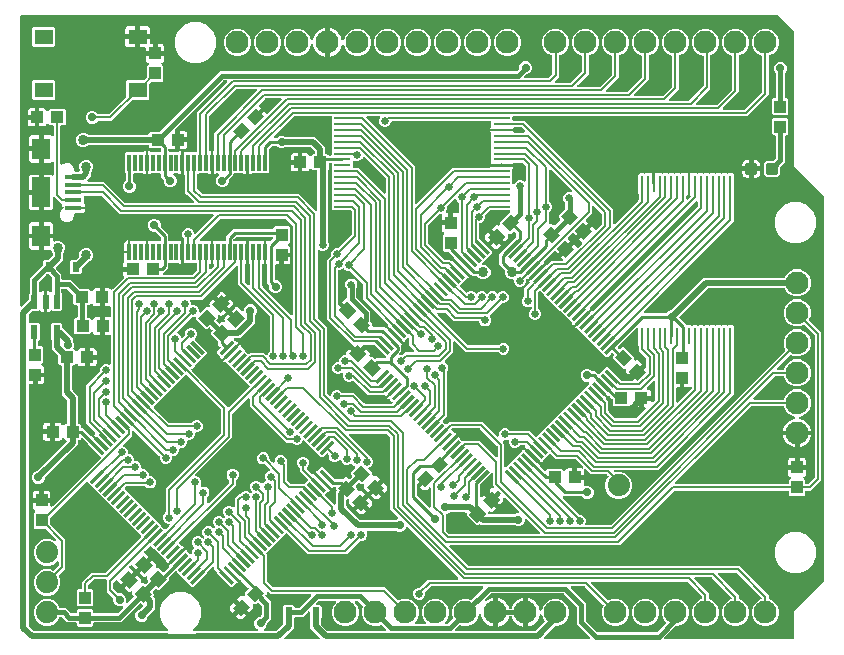
<source format=gbr>
G04 EAGLE Gerber RS-274X export*
G75*
%MOMM*%
%FSLAX34Y34*%
%LPD*%
%INTop Copper*%
%IPPOS*%
%AMOC8*
5,1,8,0,0,1.08239X$1,22.5*%
G01*
%ADD10R,1.450000X0.400000*%
%ADD11R,1.500000X1.800000*%
%ADD12R,1.500000X2.500000*%
%ADD13R,0.300000X1.450000*%
%ADD14R,1.475000X0.300000*%
%ADD15R,1.422400X0.228600*%
%ADD16R,0.228600X1.422400*%
%ADD17R,1.100000X1.000000*%
%ADD18R,1.000000X1.100000*%
%ADD19C,1.930400*%
%ADD20R,1.550000X1.300000*%
%ADD21C,1.879600*%
%ADD22R,0.550000X1.200000*%
%ADD23R,0.630000X0.830000*%
%ADD24C,0.300000*%
%ADD25C,0.406400*%
%ADD26C,0.203200*%
%ADD27C,0.279400*%
%ADD28C,0.736600*%
%ADD29C,0.660400*%
%ADD30C,0.533400*%
%ADD31C,0.863600*%
%ADD32C,0.457200*%

G36*
X656902Y2549D02*
X656902Y2549D01*
X656960Y2547D01*
X657042Y2569D01*
X657126Y2581D01*
X657179Y2604D01*
X657235Y2619D01*
X657308Y2662D01*
X657385Y2697D01*
X657430Y2735D01*
X657480Y2764D01*
X657538Y2826D01*
X657602Y2880D01*
X657634Y2929D01*
X657674Y2972D01*
X657713Y3047D01*
X657760Y3117D01*
X657777Y3173D01*
X657804Y3225D01*
X657815Y3293D01*
X657845Y3388D01*
X657848Y3488D01*
X657859Y3556D01*
X657859Y26452D01*
X682962Y51555D01*
X683014Y51625D01*
X683074Y51689D01*
X683100Y51738D01*
X683133Y51782D01*
X683157Y51845D01*
X683160Y51849D01*
X683165Y51865D01*
X683204Y51942D01*
X683212Y51989D01*
X683234Y52048D01*
X683238Y52098D01*
X683245Y52120D01*
X683247Y52202D01*
X683259Y52273D01*
X683259Y376987D01*
X683247Y377074D01*
X683244Y377161D01*
X683227Y377214D01*
X683219Y377269D01*
X683184Y377348D01*
X683157Y377432D01*
X683129Y377471D01*
X683103Y377528D01*
X683007Y377641D01*
X682962Y377705D01*
X657859Y402808D01*
X657859Y516687D01*
X657847Y516774D01*
X657844Y516861D01*
X657827Y516914D01*
X657819Y516969D01*
X657784Y517048D01*
X657757Y517132D01*
X657729Y517171D01*
X657703Y517228D01*
X657607Y517341D01*
X657562Y517405D01*
X644405Y530562D01*
X644335Y530614D01*
X644271Y530674D01*
X644222Y530700D01*
X644178Y530733D01*
X644096Y530764D01*
X644018Y530804D01*
X643971Y530812D01*
X643912Y530834D01*
X643764Y530846D01*
X643687Y530859D01*
X3556Y530859D01*
X3498Y530851D01*
X3440Y530853D01*
X3358Y530831D01*
X3274Y530819D01*
X3221Y530796D01*
X3165Y530781D01*
X3092Y530738D01*
X3015Y530703D01*
X2970Y530665D01*
X2920Y530636D01*
X2862Y530574D01*
X2798Y530520D01*
X2766Y530471D01*
X2726Y530428D01*
X2687Y530353D01*
X2640Y530283D01*
X2623Y530227D01*
X2596Y530175D01*
X2585Y530107D01*
X2555Y530012D01*
X2552Y529912D01*
X2541Y529844D01*
X2541Y285240D01*
X2545Y285211D01*
X2542Y285182D01*
X2565Y285071D01*
X2581Y284958D01*
X2593Y284932D01*
X2598Y284903D01*
X2650Y284802D01*
X2697Y284699D01*
X2716Y284677D01*
X2729Y284651D01*
X2807Y284569D01*
X2880Y284482D01*
X2905Y284466D01*
X2925Y284445D01*
X3023Y284387D01*
X3117Y284324D01*
X3145Y284316D01*
X3170Y284301D01*
X3280Y284273D01*
X3388Y284239D01*
X3418Y284238D01*
X3446Y284231D01*
X3559Y284234D01*
X3672Y284231D01*
X3701Y284239D01*
X3730Y284240D01*
X3838Y284275D01*
X3947Y284303D01*
X3973Y284318D01*
X4001Y284327D01*
X4064Y284373D01*
X4192Y284448D01*
X4235Y284494D01*
X4274Y284522D01*
X9804Y290052D01*
X9856Y290122D01*
X9916Y290186D01*
X9942Y290235D01*
X9975Y290279D01*
X10006Y290361D01*
X10046Y290439D01*
X10054Y290486D01*
X10076Y290545D01*
X10088Y290693D01*
X10101Y290770D01*
X10101Y295328D01*
X10522Y295748D01*
X10574Y295818D01*
X10634Y295882D01*
X10660Y295932D01*
X10693Y295976D01*
X10724Y296057D01*
X10764Y296135D01*
X10772Y296183D01*
X10794Y296241D01*
X10806Y296389D01*
X10819Y296466D01*
X10819Y308378D01*
X21374Y318933D01*
X21426Y319003D01*
X21486Y319067D01*
X21512Y319116D01*
X21545Y319160D01*
X21576Y319242D01*
X21616Y319320D01*
X21624Y319367D01*
X21646Y319426D01*
X21658Y319574D01*
X21671Y319651D01*
X21671Y322387D01*
X22713Y323429D01*
X25821Y323429D01*
X25908Y323441D01*
X25995Y323444D01*
X26048Y323461D01*
X26103Y323469D01*
X26182Y323504D01*
X26266Y323531D01*
X26305Y323559D01*
X26362Y323585D01*
X26475Y323681D01*
X26539Y323726D01*
X29801Y326988D01*
X29853Y327058D01*
X29913Y327122D01*
X29939Y327171D01*
X29972Y327215D01*
X30003Y327297D01*
X30043Y327375D01*
X30051Y327423D01*
X30073Y327481D01*
X30085Y327629D01*
X30098Y327706D01*
X30098Y329413D01*
X30086Y329500D01*
X30083Y329587D01*
X30066Y329640D01*
X30058Y329695D01*
X30023Y329774D01*
X29996Y329858D01*
X29968Y329897D01*
X29942Y329954D01*
X29852Y330060D01*
X29836Y330087D01*
X29824Y330099D01*
X29801Y330131D01*
X29375Y330556D01*
X28785Y331983D01*
X28784Y331984D01*
X28784Y331985D01*
X28714Y332102D01*
X28640Y332227D01*
X28639Y332229D01*
X28638Y332230D01*
X28540Y332322D01*
X28434Y332423D01*
X28432Y332423D01*
X28431Y332424D01*
X28305Y332489D01*
X28181Y332553D01*
X28179Y332553D01*
X28178Y332554D01*
X28163Y332556D01*
X27902Y332608D01*
X27871Y332605D01*
X27847Y332609D01*
X22351Y332609D01*
X22351Y342119D01*
X30361Y342119D01*
X30361Y340396D01*
X30377Y340282D01*
X30387Y340168D01*
X30397Y340142D01*
X30401Y340114D01*
X30448Y340009D01*
X30489Y339902D01*
X30505Y339880D01*
X30517Y339855D01*
X30591Y339767D01*
X30660Y339676D01*
X30683Y339659D01*
X30700Y339638D01*
X30796Y339574D01*
X30888Y339505D01*
X30914Y339496D01*
X30937Y339480D01*
X31047Y339446D01*
X31154Y339405D01*
X31182Y339403D01*
X31208Y339394D01*
X31323Y339391D01*
X31437Y339382D01*
X31462Y339388D01*
X31492Y339387D01*
X31749Y339454D01*
X31765Y339458D01*
X33331Y340107D01*
X35757Y340107D01*
X37998Y339179D01*
X39713Y337464D01*
X40641Y335223D01*
X40641Y332797D01*
X39713Y330556D01*
X39287Y330131D01*
X39235Y330061D01*
X39175Y329997D01*
X39149Y329948D01*
X39116Y329904D01*
X39085Y329822D01*
X39045Y329744D01*
X39037Y329697D01*
X39015Y329638D01*
X39003Y329490D01*
X38990Y329413D01*
X38990Y323602D01*
X36088Y320701D01*
X33156Y317769D01*
X33121Y317722D01*
X33079Y317682D01*
X33036Y317609D01*
X32985Y317542D01*
X32964Y317487D01*
X32935Y317437D01*
X32914Y317355D01*
X32884Y317276D01*
X32879Y317218D01*
X32865Y317161D01*
X32867Y317077D01*
X32860Y316993D01*
X32872Y316935D01*
X32874Y316877D01*
X32900Y316797D01*
X32916Y316714D01*
X32943Y316662D01*
X32961Y316606D01*
X33001Y316550D01*
X33047Y316462D01*
X33116Y316389D01*
X33156Y316333D01*
X37441Y312048D01*
X37441Y308102D01*
X37448Y308049D01*
X37447Y308015D01*
X37448Y308012D01*
X37447Y307986D01*
X37469Y307904D01*
X37481Y307820D01*
X37504Y307767D01*
X37519Y307711D01*
X37562Y307638D01*
X37597Y307561D01*
X37635Y307516D01*
X37664Y307466D01*
X37726Y307408D01*
X37780Y307344D01*
X37829Y307312D01*
X37872Y307272D01*
X37947Y307233D01*
X38017Y307186D01*
X38073Y307169D01*
X38125Y307142D01*
X38193Y307131D01*
X38288Y307101D01*
X38388Y307098D01*
X38456Y307087D01*
X45402Y307087D01*
X53313Y299176D01*
X53383Y299124D01*
X53447Y299064D01*
X53496Y299038D01*
X53540Y299005D01*
X53622Y298974D01*
X53700Y298934D01*
X53747Y298926D01*
X53806Y298904D01*
X53954Y298892D01*
X54031Y298879D01*
X61237Y298879D01*
X62446Y297670D01*
X62477Y297646D01*
X62503Y297617D01*
X62590Y297561D01*
X62673Y297499D01*
X62709Y297485D01*
X62742Y297464D01*
X62842Y297435D01*
X62939Y297398D01*
X62977Y297394D01*
X63015Y297383D01*
X63119Y297383D01*
X63222Y297374D01*
X63260Y297382D01*
X63299Y297382D01*
X63399Y297410D01*
X63501Y297430D01*
X63535Y297448D01*
X63573Y297459D01*
X63661Y297513D01*
X63753Y297561D01*
X63781Y297588D01*
X63814Y297608D01*
X63884Y297685D01*
X63959Y297757D01*
X63979Y297791D01*
X64005Y297819D01*
X64037Y297890D01*
X64103Y298002D01*
X64115Y298051D01*
X64467Y298660D01*
X64940Y299133D01*
X65519Y299468D01*
X66166Y299641D01*
X69969Y299641D01*
X69969Y293116D01*
X69977Y293058D01*
X69975Y293000D01*
X69997Y292918D01*
X70009Y292835D01*
X70033Y292781D01*
X70047Y292725D01*
X70090Y292652D01*
X70125Y292575D01*
X70163Y292531D01*
X70193Y292480D01*
X70254Y292423D01*
X70309Y292358D01*
X70357Y292326D01*
X70400Y292286D01*
X70475Y292247D01*
X70545Y292201D01*
X70601Y292183D01*
X70653Y292156D01*
X70721Y292145D01*
X70816Y292115D01*
X70916Y292112D01*
X70984Y292101D01*
X73016Y292101D01*
X73074Y292109D01*
X73132Y292108D01*
X73214Y292129D01*
X73297Y292141D01*
X73351Y292165D01*
X73407Y292179D01*
X73480Y292222D01*
X73557Y292257D01*
X73601Y292295D01*
X73652Y292325D01*
X73709Y292386D01*
X73774Y292441D01*
X73806Y292489D01*
X73846Y292532D01*
X73885Y292607D01*
X73931Y292677D01*
X73949Y292733D01*
X73976Y292785D01*
X73987Y292853D01*
X74017Y292948D01*
X74020Y293048D01*
X74031Y293116D01*
X74031Y299641D01*
X77834Y299641D01*
X78481Y299468D01*
X79060Y299133D01*
X79215Y298979D01*
X79261Y298944D01*
X79302Y298901D01*
X79374Y298858D01*
X79442Y298808D01*
X79496Y298787D01*
X79547Y298757D01*
X79629Y298737D01*
X79707Y298707D01*
X79766Y298702D01*
X79822Y298687D01*
X79907Y298690D01*
X79991Y298683D01*
X80048Y298694D01*
X80106Y298696D01*
X80187Y298722D01*
X80269Y298739D01*
X80321Y298766D01*
X80377Y298784D01*
X80433Y298824D01*
X80522Y298870D01*
X80594Y298938D01*
X80650Y298979D01*
X81232Y299560D01*
X90183Y308511D01*
X90224Y308565D01*
X90272Y308613D01*
X90309Y308678D01*
X90353Y308738D01*
X90378Y308802D01*
X90411Y308861D01*
X90428Y308934D01*
X90455Y309004D01*
X90460Y309072D01*
X90476Y309138D01*
X90472Y309213D01*
X90478Y309287D01*
X90465Y309354D01*
X90461Y309422D01*
X90439Y309481D01*
X90422Y309566D01*
X90370Y309667D01*
X90344Y309736D01*
X90194Y309995D01*
X90021Y310642D01*
X90021Y313945D01*
X97046Y313945D01*
X97104Y313953D01*
X97162Y313951D01*
X97244Y313973D01*
X97327Y313985D01*
X97381Y314009D01*
X97437Y314023D01*
X97510Y314066D01*
X97587Y314101D01*
X97631Y314139D01*
X97682Y314169D01*
X97739Y314230D01*
X97804Y314285D01*
X97836Y314333D01*
X97876Y314376D01*
X97915Y314451D01*
X97961Y314521D01*
X97979Y314577D01*
X98006Y314629D01*
X98017Y314697D01*
X98047Y314792D01*
X98050Y314892D01*
X98061Y314960D01*
X98061Y316992D01*
X98053Y317050D01*
X98054Y317108D01*
X98033Y317190D01*
X98021Y317273D01*
X97997Y317327D01*
X97983Y317383D01*
X97940Y317456D01*
X97905Y317533D01*
X97867Y317577D01*
X97837Y317628D01*
X97776Y317685D01*
X97721Y317750D01*
X97673Y317782D01*
X97630Y317822D01*
X97555Y317861D01*
X97485Y317907D01*
X97429Y317925D01*
X97377Y317952D01*
X97309Y317963D01*
X97214Y317993D01*
X97114Y317996D01*
X97046Y318007D01*
X90021Y318007D01*
X90021Y321310D01*
X90194Y321957D01*
X90529Y322536D01*
X90562Y322569D01*
X90614Y322639D01*
X90674Y322703D01*
X90700Y322752D01*
X90733Y322796D01*
X90764Y322878D01*
X90804Y322956D01*
X90812Y323003D01*
X90834Y323062D01*
X90845Y323190D01*
X90845Y323192D01*
X90846Y323200D01*
X90846Y323210D01*
X90859Y323287D01*
X90859Y329535D01*
X94900Y329535D01*
X94958Y329543D01*
X95016Y329541D01*
X95098Y329563D01*
X95181Y329574D01*
X95235Y329598D01*
X95291Y329613D01*
X95364Y329656D01*
X95441Y329691D01*
X95485Y329728D01*
X95535Y329758D01*
X95593Y329820D01*
X95658Y329874D01*
X95658Y329875D01*
X95690Y329923D01*
X95719Y329954D01*
X95730Y329966D01*
X95769Y330041D01*
X95816Y330111D01*
X95833Y330167D01*
X95860Y330219D01*
X95871Y330287D01*
X95901Y330382D01*
X95904Y330482D01*
X95915Y330550D01*
X95915Y340341D01*
X96734Y340341D01*
X97381Y340168D01*
X98003Y339808D01*
X98051Y339764D01*
X98100Y339738D01*
X98144Y339705D01*
X98226Y339674D01*
X98304Y339634D01*
X98351Y339626D01*
X98410Y339604D01*
X98558Y339592D01*
X98635Y339579D01*
X106165Y339579D01*
X106252Y339591D01*
X106339Y339594D01*
X106392Y339611D01*
X106447Y339619D01*
X106526Y339654D01*
X106610Y339681D01*
X106649Y339709D01*
X106706Y339735D01*
X106784Y339801D01*
X107419Y340168D01*
X108066Y340341D01*
X108885Y340341D01*
X108885Y330550D01*
X108893Y330492D01*
X108891Y330434D01*
X108913Y330352D01*
X108924Y330269D01*
X108948Y330215D01*
X108963Y330159D01*
X109006Y330086D01*
X109041Y330009D01*
X109078Y329965D01*
X109108Y329915D01*
X109170Y329857D01*
X109224Y329792D01*
X109273Y329760D01*
X109316Y329720D01*
X109391Y329682D01*
X109461Y329635D01*
X109517Y329617D01*
X109569Y329591D01*
X109637Y329579D01*
X109732Y329549D01*
X109832Y329546D01*
X109900Y329535D01*
X109958Y329543D01*
X110016Y329542D01*
X110098Y329563D01*
X110182Y329575D01*
X110235Y329599D01*
X110292Y329614D01*
X110364Y329657D01*
X110441Y329691D01*
X110486Y329729D01*
X110536Y329759D01*
X110594Y329820D01*
X110658Y329875D01*
X110690Y329923D01*
X110730Y329966D01*
X110769Y330041D01*
X110816Y330111D01*
X110833Y330167D01*
X110860Y330219D01*
X110871Y330287D01*
X110901Y330382D01*
X110904Y330482D01*
X110915Y330550D01*
X110915Y340341D01*
X111734Y340341D01*
X112381Y340168D01*
X113003Y339808D01*
X113051Y339764D01*
X113100Y339738D01*
X113144Y339705D01*
X113226Y339674D01*
X113304Y339634D01*
X113351Y339626D01*
X113410Y339604D01*
X113558Y339592D01*
X113635Y339579D01*
X120709Y339579D01*
X120767Y339587D01*
X120825Y339585D01*
X120907Y339607D01*
X120991Y339619D01*
X121044Y339642D01*
X121100Y339657D01*
X121173Y339700D01*
X121250Y339735D01*
X121295Y339773D01*
X121345Y339802D01*
X121403Y339864D01*
X121467Y339918D01*
X121499Y339967D01*
X121539Y340010D01*
X121578Y340085D01*
X121625Y340155D01*
X121642Y340211D01*
X121669Y340263D01*
X121680Y340331D01*
X121710Y340426D01*
X121713Y340526D01*
X121724Y340594D01*
X121724Y342756D01*
X121712Y342843D01*
X121709Y342930D01*
X121692Y342983D01*
X121684Y343038D01*
X121649Y343117D01*
X121622Y343201D01*
X121594Y343240D01*
X121568Y343297D01*
X121472Y343410D01*
X121427Y343474D01*
X117346Y347555D01*
X117276Y347607D01*
X117212Y347667D01*
X117163Y347693D01*
X117119Y347726D01*
X117037Y347757D01*
X116959Y347797D01*
X116912Y347805D01*
X116853Y347827D01*
X116705Y347839D01*
X116628Y347852D01*
X114992Y347852D01*
X112984Y348684D01*
X111448Y350220D01*
X110616Y352228D01*
X110616Y354400D01*
X111448Y356408D01*
X112984Y357944D01*
X114992Y358776D01*
X117164Y358776D01*
X119172Y357944D01*
X120708Y356408D01*
X121540Y354400D01*
X121540Y352764D01*
X121547Y352712D01*
X121546Y352686D01*
X121552Y352663D01*
X121555Y352590D01*
X121572Y352537D01*
X121580Y352482D01*
X121615Y352403D01*
X121642Y352319D01*
X121670Y352280D01*
X121696Y352223D01*
X121792Y352110D01*
X121837Y352046D01*
X128076Y345807D01*
X128076Y340594D01*
X128083Y340540D01*
X128082Y340503D01*
X128083Y340500D01*
X128082Y340478D01*
X128104Y340396D01*
X128116Y340312D01*
X128139Y340259D01*
X128154Y340203D01*
X128197Y340130D01*
X128232Y340053D01*
X128270Y340008D01*
X128299Y339958D01*
X128361Y339900D01*
X128415Y339836D01*
X128464Y339804D01*
X128507Y339764D01*
X128582Y339725D01*
X128652Y339678D01*
X128708Y339661D01*
X128760Y339634D01*
X128828Y339623D01*
X128923Y339593D01*
X129023Y339590D01*
X129091Y339579D01*
X136165Y339579D01*
X136252Y339591D01*
X136339Y339594D01*
X136392Y339611D01*
X136447Y339619D01*
X136526Y339654D01*
X136610Y339681D01*
X136649Y339709D01*
X136706Y339735D01*
X136784Y339801D01*
X137419Y340168D01*
X138066Y340341D01*
X138885Y340341D01*
X138885Y330550D01*
X138885Y320759D01*
X138066Y320759D01*
X137419Y320932D01*
X136797Y321292D01*
X136749Y321336D01*
X136700Y321362D01*
X136656Y321395D01*
X136574Y321426D01*
X136496Y321466D01*
X136449Y321474D01*
X136390Y321496D01*
X136242Y321508D01*
X136165Y321521D01*
X129091Y321521D01*
X129033Y321513D01*
X128975Y321515D01*
X128893Y321493D01*
X128809Y321481D01*
X128756Y321458D01*
X128700Y321443D01*
X128627Y321400D01*
X128550Y321365D01*
X128505Y321327D01*
X128455Y321298D01*
X128397Y321236D01*
X128333Y321182D01*
X128301Y321133D01*
X128261Y321090D01*
X128222Y321015D01*
X128175Y320945D01*
X128158Y320889D01*
X128131Y320837D01*
X128120Y320769D01*
X128090Y320674D01*
X128087Y320574D01*
X128076Y320506D01*
X128076Y317133D01*
X125901Y314958D01*
X123573Y312630D01*
X123555Y312606D01*
X123533Y312587D01*
X123470Y312493D01*
X123402Y312403D01*
X123392Y312375D01*
X123375Y312351D01*
X123341Y312243D01*
X123301Y312137D01*
X123298Y312108D01*
X123290Y312080D01*
X123287Y311966D01*
X123277Y311854D01*
X123283Y311825D01*
X123282Y311796D01*
X123311Y311686D01*
X123333Y311575D01*
X123347Y311549D01*
X123354Y311521D01*
X123412Y311423D01*
X123464Y311323D01*
X123484Y311301D01*
X123499Y311276D01*
X123582Y311199D01*
X123660Y311117D01*
X123685Y311102D01*
X123707Y311082D01*
X123808Y311030D01*
X123905Y310973D01*
X123934Y310966D01*
X123960Y310952D01*
X124037Y310939D01*
X124181Y310903D01*
X124243Y310905D01*
X124291Y310897D01*
X147774Y310897D01*
X147860Y310909D01*
X147948Y310912D01*
X148001Y310929D01*
X148055Y310937D01*
X148135Y310972D01*
X148218Y310999D01*
X148258Y311027D01*
X148315Y311053D01*
X148428Y311149D01*
X148492Y311194D01*
X151808Y314510D01*
X151845Y314560D01*
X151848Y314562D01*
X151855Y314573D01*
X151860Y314580D01*
X151920Y314644D01*
X151946Y314693D01*
X151979Y314737D01*
X151998Y314787D01*
X152006Y314799D01*
X152015Y314830D01*
X152050Y314897D01*
X152058Y314945D01*
X152080Y315003D01*
X152084Y315045D01*
X152091Y315070D01*
X152094Y315158D01*
X152105Y315228D01*
X152105Y320506D01*
X152097Y320564D01*
X152099Y320622D01*
X152077Y320704D01*
X152065Y320788D01*
X152042Y320841D01*
X152027Y320897D01*
X151984Y320970D01*
X151949Y321047D01*
X151911Y321092D01*
X151882Y321142D01*
X151820Y321200D01*
X151766Y321264D01*
X151717Y321296D01*
X151674Y321336D01*
X151599Y321375D01*
X151529Y321422D01*
X151473Y321439D01*
X151421Y321466D01*
X151353Y321477D01*
X151258Y321507D01*
X151158Y321510D01*
X151090Y321521D01*
X143635Y321521D01*
X143548Y321509D01*
X143461Y321506D01*
X143408Y321489D01*
X143353Y321481D01*
X143274Y321446D01*
X143190Y321419D01*
X143151Y321391D01*
X143094Y321365D01*
X143016Y321299D01*
X142381Y320932D01*
X141734Y320759D01*
X140915Y320759D01*
X140915Y330550D01*
X140915Y340608D01*
X141001Y340680D01*
X141017Y340705D01*
X141038Y340725D01*
X141096Y340823D01*
X141159Y340917D01*
X141167Y340945D01*
X141182Y340970D01*
X141210Y341080D01*
X141244Y341188D01*
X141245Y341218D01*
X141252Y341246D01*
X141249Y341359D01*
X141252Y341472D01*
X141244Y341501D01*
X141243Y341530D01*
X141208Y341638D01*
X141180Y341747D01*
X141165Y341773D01*
X141156Y341801D01*
X141110Y341865D01*
X141035Y341992D01*
X140989Y342035D01*
X140961Y342074D01*
X140473Y342562D01*
X139699Y344429D01*
X139699Y346451D01*
X140473Y348318D01*
X141902Y349747D01*
X143769Y350521D01*
X145791Y350521D01*
X147658Y349747D01*
X149087Y348318D01*
X149905Y346343D01*
X149964Y346244D01*
X150017Y346142D01*
X150036Y346122D01*
X150050Y346098D01*
X150133Y346019D01*
X150212Y345936D01*
X150236Y345922D01*
X150257Y345903D01*
X150359Y345850D01*
X150458Y345792D01*
X150485Y345785D01*
X150509Y345773D01*
X150622Y345750D01*
X150733Y345722D01*
X150761Y345723D01*
X150788Y345718D01*
X150903Y345728D01*
X151017Y345731D01*
X151044Y345740D01*
X151071Y345742D01*
X151179Y345783D01*
X151288Y345819D01*
X151308Y345833D01*
X151337Y345844D01*
X151548Y346004D01*
X151561Y346014D01*
X166272Y360724D01*
X166289Y360748D01*
X166312Y360767D01*
X166375Y360861D01*
X166443Y360951D01*
X166453Y360979D01*
X166469Y361003D01*
X166504Y361111D01*
X166544Y361217D01*
X166546Y361246D01*
X166555Y361274D01*
X166558Y361388D01*
X166567Y361500D01*
X166562Y361529D01*
X166562Y361558D01*
X166534Y361668D01*
X166512Y361779D01*
X166498Y361805D01*
X166491Y361833D01*
X166433Y361931D01*
X166381Y362031D01*
X166360Y362053D01*
X166345Y362078D01*
X166263Y362155D01*
X166185Y362237D01*
X166159Y362252D01*
X166138Y362272D01*
X166037Y362324D01*
X165940Y362381D01*
X165911Y362388D01*
X165885Y362402D01*
X165808Y362415D01*
X165664Y362451D01*
X165602Y362449D01*
X165554Y362457D01*
X86980Y362457D01*
X71530Y377908D01*
X71460Y377960D01*
X71396Y378020D01*
X71347Y378046D01*
X71303Y378079D01*
X71221Y378110D01*
X71143Y378150D01*
X71095Y378158D01*
X71037Y378180D01*
X70889Y378192D01*
X70812Y378205D01*
X57614Y378205D01*
X57556Y378197D01*
X57498Y378199D01*
X57416Y378177D01*
X57332Y378165D01*
X57279Y378142D01*
X57223Y378127D01*
X57150Y378084D01*
X57073Y378049D01*
X57028Y378011D01*
X56978Y377982D01*
X56920Y377920D01*
X56856Y377866D01*
X56824Y377817D01*
X56784Y377774D01*
X56745Y377699D01*
X56698Y377629D01*
X56681Y377573D01*
X56654Y377521D01*
X56643Y377453D01*
X56613Y377358D01*
X56610Y377258D01*
X56599Y377190D01*
X56599Y372235D01*
X56611Y372148D01*
X56614Y372061D01*
X56631Y372008D01*
X56639Y371953D01*
X56674Y371874D01*
X56701Y371790D01*
X56729Y371751D01*
X56755Y371694D01*
X56821Y371616D01*
X57188Y370981D01*
X57361Y370334D01*
X57361Y369015D01*
X47570Y369015D01*
X47512Y369007D01*
X47454Y369009D01*
X47372Y368987D01*
X47289Y368976D01*
X47235Y368952D01*
X47179Y368937D01*
X47106Y368894D01*
X47029Y368859D01*
X46985Y368822D01*
X46935Y368792D01*
X46877Y368730D01*
X46812Y368676D01*
X46780Y368627D01*
X46740Y368584D01*
X46702Y368509D01*
X46655Y368439D01*
X46637Y368383D01*
X46611Y368331D01*
X46599Y368263D01*
X46569Y368168D01*
X46566Y368068D01*
X46555Y368000D01*
X46563Y367942D01*
X46562Y367884D01*
X46562Y367883D01*
X46583Y367802D01*
X46595Y367718D01*
X46619Y367665D01*
X46634Y367608D01*
X46677Y367536D01*
X46711Y367459D01*
X46749Y367414D01*
X46779Y367364D01*
X46840Y367306D01*
X46895Y367242D01*
X46943Y367210D01*
X46986Y367169D01*
X47061Y367131D01*
X47131Y367084D01*
X47187Y367067D01*
X47239Y367040D01*
X47307Y367029D01*
X47402Y366999D01*
X47502Y366996D01*
X47570Y366985D01*
X57361Y366985D01*
X57361Y365666D01*
X57188Y365019D01*
X56853Y364440D01*
X56380Y363967D01*
X55801Y363632D01*
X55154Y363459D01*
X49364Y363459D01*
X49306Y363451D01*
X49248Y363453D01*
X49166Y363431D01*
X49082Y363419D01*
X49029Y363396D01*
X48973Y363381D01*
X48900Y363338D01*
X48823Y363303D01*
X48778Y363265D01*
X48728Y363236D01*
X48670Y363174D01*
X48606Y363120D01*
X48574Y363071D01*
X48534Y363028D01*
X48495Y362953D01*
X48448Y362883D01*
X48431Y362827D01*
X48404Y362775D01*
X48393Y362707D01*
X48363Y362612D01*
X48360Y362512D01*
X48349Y362444D01*
X48349Y360801D01*
X47431Y358585D01*
X45735Y356889D01*
X43519Y355971D01*
X41121Y355971D01*
X38905Y356889D01*
X37209Y358585D01*
X36291Y360801D01*
X36291Y363199D01*
X37209Y365415D01*
X37482Y365688D01*
X37534Y365758D01*
X37594Y365822D01*
X37620Y365871D01*
X37653Y365915D01*
X37684Y365997D01*
X37724Y366075D01*
X37732Y366122D01*
X37754Y366181D01*
X37766Y366328D01*
X37779Y366406D01*
X37779Y366985D01*
X38398Y366985D01*
X38416Y366987D01*
X38434Y366985D01*
X38504Y367000D01*
X38680Y367024D01*
X38680Y367025D01*
X38724Y367044D01*
X38762Y367052D01*
X38763Y367053D01*
X38850Y367101D01*
X38940Y367141D01*
X38973Y367169D01*
X39012Y367191D01*
X39081Y367261D01*
X39157Y367325D01*
X39181Y367361D01*
X39212Y367392D01*
X39260Y367479D01*
X39314Y367561D01*
X39328Y367603D01*
X39349Y367642D01*
X39370Y367738D01*
X39400Y367832D01*
X39401Y367876D01*
X39411Y367919D01*
X39405Y368018D01*
X39407Y368116D01*
X39396Y368159D01*
X39394Y368203D01*
X39361Y368296D01*
X39336Y368392D01*
X39313Y368429D01*
X39298Y368471D01*
X39241Y368551D01*
X39190Y368636D01*
X39158Y368666D01*
X39133Y368702D01*
X39055Y368763D01*
X38983Y368830D01*
X38944Y368851D01*
X38909Y368878D01*
X38818Y368915D01*
X38730Y368960D01*
X38691Y368966D01*
X38646Y368985D01*
X38470Y369003D01*
X38399Y369015D01*
X37779Y369015D01*
X37779Y370334D01*
X37804Y370427D01*
X37810Y370476D01*
X37825Y370522D01*
X37827Y370616D01*
X37839Y370709D01*
X37831Y370758D01*
X37832Y370806D01*
X37808Y370897D01*
X37793Y370990D01*
X37773Y371034D01*
X37760Y371081D01*
X37712Y371162D01*
X37672Y371247D01*
X37640Y371284D01*
X37615Y371326D01*
X37547Y371390D01*
X37484Y371461D01*
X37443Y371487D01*
X37408Y371520D01*
X37324Y371563D01*
X37294Y371582D01*
X32094Y376782D01*
X32070Y376800D01*
X32051Y376822D01*
X31957Y376885D01*
X31867Y376953D01*
X31839Y376964D01*
X31815Y376980D01*
X31707Y377014D01*
X31601Y377055D01*
X31572Y377057D01*
X31544Y377066D01*
X31430Y377069D01*
X31318Y377078D01*
X31289Y377072D01*
X31260Y377073D01*
X31150Y377045D01*
X31039Y377022D01*
X31013Y377009D01*
X30985Y377001D01*
X30887Y376943D01*
X30787Y376891D01*
X30765Y376871D01*
X30740Y376856D01*
X30663Y376774D01*
X30581Y376695D01*
X30566Y376670D01*
X30546Y376649D01*
X30494Y376548D01*
X30437Y376450D01*
X30430Y376422D01*
X30416Y376396D01*
X30403Y376318D01*
X30367Y376175D01*
X30369Y376112D01*
X30361Y376065D01*
X30361Y368166D01*
X30188Y367519D01*
X29853Y366940D01*
X29380Y366467D01*
X28801Y366132D01*
X28154Y365959D01*
X22351Y365959D01*
X22351Y379984D01*
X22343Y380042D01*
X22344Y380100D01*
X22323Y380182D01*
X22311Y380265D01*
X22287Y380319D01*
X22273Y380375D01*
X22230Y380448D01*
X22195Y380525D01*
X22157Y380569D01*
X22127Y380620D01*
X22066Y380677D01*
X22011Y380742D01*
X21963Y380774D01*
X21920Y380814D01*
X21845Y380853D01*
X21775Y380899D01*
X21719Y380917D01*
X21667Y380944D01*
X21599Y380955D01*
X21504Y380985D01*
X21404Y380988D01*
X21336Y380999D01*
X20319Y380999D01*
X20319Y381001D01*
X21336Y381001D01*
X21394Y381009D01*
X21452Y381008D01*
X21534Y381029D01*
X21617Y381041D01*
X21671Y381065D01*
X21727Y381079D01*
X21800Y381122D01*
X21877Y381157D01*
X21921Y381195D01*
X21972Y381225D01*
X22029Y381286D01*
X22094Y381341D01*
X22126Y381389D01*
X22166Y381432D01*
X22205Y381507D01*
X22251Y381577D01*
X22269Y381633D01*
X22296Y381685D01*
X22307Y381753D01*
X22337Y381848D01*
X22340Y381948D01*
X22351Y382016D01*
X22351Y396041D01*
X28154Y396041D01*
X28801Y395868D01*
X29391Y395527D01*
X29396Y395523D01*
X29415Y395501D01*
X29509Y395438D01*
X29599Y395370D01*
X29627Y395360D01*
X29651Y395343D01*
X29759Y395309D01*
X29865Y395269D01*
X29894Y395266D01*
X29922Y395258D01*
X30035Y395255D01*
X30148Y395245D01*
X30177Y395251D01*
X30206Y395250D01*
X30316Y395279D01*
X30427Y395301D01*
X30453Y395315D01*
X30481Y395322D01*
X30578Y395380D01*
X30679Y395432D01*
X30701Y395452D01*
X30726Y395467D01*
X30803Y395550D01*
X30885Y395628D01*
X30900Y395653D01*
X30920Y395675D01*
X30972Y395776D01*
X31029Y395873D01*
X31036Y395902D01*
X31050Y395928D01*
X31063Y396005D01*
X31099Y396149D01*
X31097Y396211D01*
X31105Y396259D01*
X31105Y406091D01*
X31101Y406120D01*
X31104Y406150D01*
X31081Y406261D01*
X31065Y406373D01*
X31053Y406399D01*
X31048Y406428D01*
X30995Y406529D01*
X30949Y406632D01*
X30930Y406654D01*
X30917Y406681D01*
X30839Y406763D01*
X30766Y406849D01*
X30741Y406865D01*
X30721Y406887D01*
X30623Y406944D01*
X30529Y407007D01*
X30501Y407016D01*
X30475Y407030D01*
X30366Y407058D01*
X30258Y407092D01*
X30228Y407093D01*
X30200Y407100D01*
X30087Y407097D01*
X29974Y407100D01*
X29945Y407092D01*
X29916Y407091D01*
X29808Y407056D01*
X29699Y407028D01*
X29673Y407013D01*
X29645Y407004D01*
X29581Y406958D01*
X29454Y406883D01*
X29411Y406837D01*
X29397Y406827D01*
X28801Y406482D01*
X28154Y406309D01*
X22351Y406309D01*
X22351Y416834D01*
X22343Y416892D01*
X22344Y416950D01*
X22323Y417032D01*
X22311Y417115D01*
X22287Y417169D01*
X22273Y417225D01*
X22230Y417298D01*
X22195Y417375D01*
X22157Y417419D01*
X22127Y417470D01*
X22066Y417527D01*
X22011Y417592D01*
X21963Y417624D01*
X21920Y417664D01*
X21845Y417703D01*
X21775Y417749D01*
X21719Y417767D01*
X21667Y417794D01*
X21599Y417805D01*
X21504Y417835D01*
X21404Y417838D01*
X21336Y417849D01*
X20319Y417849D01*
X20319Y417851D01*
X21336Y417851D01*
X21394Y417859D01*
X21452Y417858D01*
X21534Y417879D01*
X21617Y417891D01*
X21671Y417915D01*
X21727Y417929D01*
X21800Y417972D01*
X21877Y418007D01*
X21921Y418045D01*
X21972Y418075D01*
X22029Y418136D01*
X22094Y418191D01*
X22126Y418239D01*
X22166Y418282D01*
X22205Y418357D01*
X22251Y418427D01*
X22269Y418483D01*
X22296Y418535D01*
X22307Y418603D01*
X22337Y418698D01*
X22340Y418798D01*
X22351Y418866D01*
X22351Y429391D01*
X28154Y429391D01*
X28801Y429218D01*
X29391Y428877D01*
X29396Y428873D01*
X29415Y428851D01*
X29509Y428788D01*
X29599Y428720D01*
X29627Y428710D01*
X29651Y428693D01*
X29759Y428659D01*
X29865Y428619D01*
X29894Y428616D01*
X29922Y428608D01*
X30035Y428605D01*
X30148Y428595D01*
X30177Y428601D01*
X30206Y428600D01*
X30316Y428629D01*
X30427Y428651D01*
X30453Y428665D01*
X30481Y428672D01*
X30578Y428730D01*
X30679Y428782D01*
X30701Y428802D01*
X30726Y428817D01*
X30803Y428900D01*
X30885Y428978D01*
X30900Y429003D01*
X30920Y429025D01*
X30972Y429126D01*
X31029Y429223D01*
X31036Y429252D01*
X31050Y429278D01*
X31063Y429355D01*
X31099Y429499D01*
X31097Y429561D01*
X31105Y429609D01*
X31105Y436706D01*
X31097Y436764D01*
X31099Y436822D01*
X31077Y436904D01*
X31065Y436988D01*
X31042Y437041D01*
X31027Y437097D01*
X30984Y437170D01*
X30949Y437247D01*
X30911Y437292D01*
X30882Y437342D01*
X30820Y437400D01*
X30766Y437464D01*
X30717Y437496D01*
X30674Y437536D01*
X30599Y437575D01*
X30529Y437622D01*
X30473Y437639D01*
X30421Y437666D01*
X30353Y437677D01*
X30258Y437707D01*
X30158Y437710D01*
X30090Y437721D01*
X27663Y437721D01*
X26454Y438930D01*
X26423Y438954D01*
X26397Y438983D01*
X26310Y439039D01*
X26227Y439101D01*
X26191Y439115D01*
X26158Y439136D01*
X26058Y439165D01*
X25961Y439202D01*
X25923Y439206D01*
X25885Y439217D01*
X25781Y439217D01*
X25678Y439226D01*
X25640Y439218D01*
X25601Y439218D01*
X25501Y439190D01*
X25399Y439170D01*
X25365Y439152D01*
X25327Y439141D01*
X25239Y439087D01*
X25147Y439039D01*
X25119Y439012D01*
X25086Y438992D01*
X25016Y438915D01*
X24941Y438843D01*
X24921Y438809D01*
X24895Y438781D01*
X24863Y438710D01*
X24797Y438598D01*
X24785Y438549D01*
X24433Y437940D01*
X23960Y437467D01*
X23381Y437132D01*
X22734Y436959D01*
X18931Y436959D01*
X18931Y443484D01*
X18923Y443542D01*
X18924Y443600D01*
X18903Y443682D01*
X18891Y443765D01*
X18867Y443819D01*
X18853Y443875D01*
X18810Y443948D01*
X18775Y444025D01*
X18737Y444069D01*
X18707Y444120D01*
X18646Y444177D01*
X18591Y444242D01*
X18543Y444274D01*
X18500Y444314D01*
X18425Y444353D01*
X18355Y444399D01*
X18299Y444417D01*
X18247Y444444D01*
X18179Y444455D01*
X18084Y444485D01*
X17984Y444488D01*
X17916Y444499D01*
X16899Y444499D01*
X16899Y444501D01*
X17916Y444501D01*
X17974Y444509D01*
X18032Y444508D01*
X18114Y444529D01*
X18197Y444541D01*
X18251Y444565D01*
X18307Y444579D01*
X18380Y444622D01*
X18457Y444657D01*
X18501Y444695D01*
X18552Y444725D01*
X18609Y444786D01*
X18674Y444841D01*
X18706Y444889D01*
X18746Y444932D01*
X18785Y445007D01*
X18831Y445077D01*
X18849Y445133D01*
X18876Y445185D01*
X18887Y445253D01*
X18917Y445348D01*
X18920Y445448D01*
X18931Y445516D01*
X18931Y452041D01*
X22734Y452041D01*
X23381Y451868D01*
X23960Y451533D01*
X24433Y451060D01*
X24775Y450467D01*
X24779Y450451D01*
X24827Y450358D01*
X24867Y450263D01*
X24892Y450233D01*
X24910Y450198D01*
X24981Y450123D01*
X25046Y450043D01*
X25079Y450021D01*
X25106Y449992D01*
X25195Y449940D01*
X25280Y449881D01*
X25317Y449868D01*
X25351Y449849D01*
X25451Y449823D01*
X25549Y449790D01*
X25588Y449788D01*
X25626Y449778D01*
X25730Y449782D01*
X25833Y449777D01*
X25871Y449786D01*
X25910Y449787D01*
X26009Y449819D01*
X26110Y449844D01*
X26144Y449863D01*
X26181Y449875D01*
X26244Y449920D01*
X26357Y449984D01*
X26409Y450037D01*
X26454Y450070D01*
X27663Y451279D01*
X40137Y451279D01*
X41179Y450237D01*
X41179Y438763D01*
X40137Y437721D01*
X37710Y437721D01*
X37652Y437713D01*
X37594Y437715D01*
X37512Y437693D01*
X37428Y437681D01*
X37375Y437658D01*
X37319Y437643D01*
X37246Y437600D01*
X37169Y437565D01*
X37124Y437527D01*
X37074Y437498D01*
X37016Y437436D01*
X36952Y437382D01*
X36920Y437333D01*
X36880Y437290D01*
X36841Y437215D01*
X36794Y437145D01*
X36777Y437089D01*
X36750Y437037D01*
X36739Y436969D01*
X36709Y436874D01*
X36706Y436774D01*
X36695Y436706D01*
X36695Y405352D01*
X36699Y405323D01*
X36696Y405293D01*
X36719Y405182D01*
X36735Y405070D01*
X36747Y405043D01*
X36752Y405015D01*
X36805Y404914D01*
X36851Y404811D01*
X36870Y404788D01*
X36883Y404762D01*
X36961Y404680D01*
X37034Y404594D01*
X37059Y404578D01*
X37079Y404556D01*
X37177Y404499D01*
X37271Y404436D01*
X37299Y404427D01*
X37324Y404412D01*
X37434Y404385D01*
X37542Y404350D01*
X37572Y404350D01*
X37600Y404342D01*
X37713Y404346D01*
X37826Y404343D01*
X37855Y404351D01*
X37884Y404351D01*
X37992Y404386D01*
X38101Y404415D01*
X38127Y404430D01*
X38155Y404439D01*
X38219Y404485D01*
X38346Y404560D01*
X38389Y404606D01*
X38428Y404634D01*
X38905Y405111D01*
X41121Y406029D01*
X43519Y406029D01*
X45735Y405111D01*
X47431Y403415D01*
X48349Y401199D01*
X48349Y399461D01*
X48356Y399410D01*
X48355Y399387D01*
X48356Y399383D01*
X48355Y399345D01*
X48377Y399263D01*
X48389Y399179D01*
X48412Y399126D01*
X48427Y399070D01*
X48470Y398997D01*
X48505Y398920D01*
X48543Y398875D01*
X48572Y398825D01*
X48634Y398767D01*
X48688Y398703D01*
X48737Y398671D01*
X48780Y398631D01*
X48855Y398592D01*
X48925Y398545D01*
X48981Y398528D01*
X49033Y398501D01*
X49101Y398490D01*
X49196Y398460D01*
X49296Y398457D01*
X49364Y398446D01*
X52018Y398446D01*
X52132Y398462D01*
X52246Y398472D01*
X52272Y398482D01*
X52300Y398486D01*
X52404Y398533D01*
X52512Y398574D01*
X52534Y398590D01*
X52559Y398602D01*
X52647Y398676D01*
X52738Y398745D01*
X52755Y398768D01*
X52776Y398785D01*
X52840Y398881D01*
X52908Y398973D01*
X52918Y398999D01*
X52934Y399022D01*
X52968Y399132D01*
X53009Y399239D01*
X53011Y399267D01*
X53019Y399293D01*
X53022Y399408D01*
X53032Y399522D01*
X53026Y399547D01*
X53027Y399577D01*
X52960Y399834D01*
X52956Y399850D01*
X52323Y401377D01*
X52323Y403803D01*
X53251Y406044D01*
X54966Y407759D01*
X57207Y408687D01*
X59633Y408687D01*
X61874Y407759D01*
X63589Y406044D01*
X64517Y403803D01*
X64517Y401377D01*
X63589Y399136D01*
X63163Y398711D01*
X63111Y398641D01*
X63051Y398577D01*
X63025Y398528D01*
X62992Y398484D01*
X62961Y398402D01*
X62921Y398324D01*
X62913Y398277D01*
X62891Y398218D01*
X62879Y398070D01*
X62866Y397993D01*
X62866Y395161D01*
X59583Y391878D01*
X59565Y391854D01*
X59543Y391835D01*
X59480Y391741D01*
X59412Y391651D01*
X59402Y391623D01*
X59385Y391599D01*
X59351Y391491D01*
X59311Y391385D01*
X59309Y391356D01*
X59300Y391328D01*
X59297Y391214D01*
X59287Y391102D01*
X59293Y391073D01*
X59292Y391044D01*
X59321Y390934D01*
X59343Y390823D01*
X59357Y390797D01*
X59364Y390769D01*
X59422Y390671D01*
X59474Y390571D01*
X59494Y390549D01*
X59509Y390524D01*
X59592Y390447D01*
X59670Y390365D01*
X59695Y390350D01*
X59717Y390330D01*
X59818Y390278D01*
X59915Y390221D01*
X59944Y390214D01*
X59970Y390200D01*
X60047Y390187D01*
X60191Y390151D01*
X60253Y390153D01*
X60301Y390145D01*
X73548Y390145D01*
X75482Y388210D01*
X91538Y372154D01*
X91608Y372102D01*
X91672Y372042D01*
X91721Y372016D01*
X91765Y371983D01*
X91847Y371952D01*
X91925Y371912D01*
X91973Y371904D01*
X92031Y371882D01*
X92179Y371870D01*
X92256Y371857D01*
X148702Y371857D01*
X148731Y371861D01*
X148760Y371858D01*
X148871Y371881D01*
X148983Y371897D01*
X149010Y371909D01*
X149039Y371914D01*
X149139Y371966D01*
X149243Y372013D01*
X149265Y372032D01*
X149291Y372045D01*
X149373Y372123D01*
X149460Y372196D01*
X149476Y372221D01*
X149497Y372241D01*
X149555Y372339D01*
X149617Y372433D01*
X149626Y372461D01*
X149641Y372486D01*
X149669Y372596D01*
X149703Y372704D01*
X149704Y372734D01*
X149711Y372762D01*
X149708Y372875D01*
X149710Y372988D01*
X149703Y373017D01*
X149702Y373046D01*
X149667Y373154D01*
X149639Y373263D01*
X149624Y373289D01*
X149615Y373317D01*
X149569Y373380D01*
X149493Y373508D01*
X149448Y373551D01*
X149420Y373590D01*
X144040Y378970D01*
X142105Y380904D01*
X142105Y395244D01*
X142097Y395302D01*
X142099Y395360D01*
X142077Y395442D01*
X142065Y395526D01*
X142042Y395579D01*
X142027Y395635D01*
X141984Y395708D01*
X141949Y395785D01*
X141911Y395830D01*
X141882Y395880D01*
X141820Y395938D01*
X141766Y396002D01*
X141717Y396034D01*
X141674Y396074D01*
X141599Y396113D01*
X141529Y396160D01*
X141473Y396177D01*
X141421Y396204D01*
X141353Y396215D01*
X141258Y396245D01*
X141158Y396248D01*
X141090Y396259D01*
X140915Y396259D01*
X140915Y406050D01*
X140915Y415841D01*
X141734Y415841D01*
X142381Y415668D01*
X143003Y415308D01*
X143051Y415264D01*
X143100Y415238D01*
X143144Y415205D01*
X143226Y415174D01*
X143304Y415134D01*
X143351Y415126D01*
X143410Y415104D01*
X143558Y415092D01*
X143635Y415079D01*
X151090Y415079D01*
X151148Y415087D01*
X151206Y415085D01*
X151288Y415107D01*
X151372Y415119D01*
X151425Y415142D01*
X151481Y415157D01*
X151554Y415200D01*
X151631Y415235D01*
X151676Y415273D01*
X151726Y415302D01*
X151784Y415364D01*
X151848Y415418D01*
X151880Y415467D01*
X151920Y415510D01*
X151959Y415585D01*
X152006Y415655D01*
X152023Y415711D01*
X152050Y415763D01*
X152061Y415831D01*
X152091Y415926D01*
X152094Y416026D01*
X152105Y416094D01*
X152105Y448539D01*
X177829Y474262D01*
X177846Y474286D01*
X177869Y474305D01*
X177932Y474399D01*
X178000Y474489D01*
X178010Y474517D01*
X178027Y474541D01*
X178061Y474649D01*
X178101Y474755D01*
X178103Y474784D01*
X178112Y474812D01*
X178115Y474926D01*
X178125Y475038D01*
X178119Y475067D01*
X178120Y475096D01*
X178091Y475206D01*
X178069Y475317D01*
X178055Y475343D01*
X178048Y475371D01*
X177990Y475469D01*
X177938Y475569D01*
X177918Y475591D01*
X177903Y475616D01*
X177820Y475693D01*
X177742Y475775D01*
X177717Y475790D01*
X177695Y475810D01*
X177594Y475862D01*
X177497Y475919D01*
X177468Y475926D01*
X177442Y475940D01*
X177365Y475953D01*
X177221Y475989D01*
X177159Y475987D01*
X177111Y475995D01*
X175245Y475995D01*
X175158Y475983D01*
X175071Y475980D01*
X175018Y475963D01*
X174963Y475955D01*
X174884Y475920D01*
X174800Y475893D01*
X174761Y475865D01*
X174704Y475839D01*
X174591Y475743D01*
X174527Y475698D01*
X133553Y434724D01*
X133541Y434707D01*
X133529Y434697D01*
X133525Y434692D01*
X133513Y434681D01*
X133450Y434587D01*
X133382Y434497D01*
X133372Y434469D01*
X133355Y434445D01*
X133321Y434337D01*
X133281Y434231D01*
X133278Y434202D01*
X133270Y434174D01*
X133267Y434060D01*
X133257Y433948D01*
X133263Y433919D01*
X133262Y433890D01*
X133291Y433780D01*
X133313Y433669D01*
X133327Y433643D01*
X133334Y433615D01*
X133392Y433517D01*
X133444Y433417D01*
X133464Y433395D01*
X133479Y433370D01*
X133562Y433293D01*
X133640Y433211D01*
X133665Y433196D01*
X133687Y433176D01*
X133788Y433124D01*
X133859Y433082D01*
X133859Y426466D01*
X133867Y426408D01*
X133865Y426350D01*
X133887Y426268D01*
X133899Y426185D01*
X133923Y426131D01*
X133937Y426075D01*
X133980Y426002D01*
X134015Y425925D01*
X134053Y425881D01*
X134083Y425830D01*
X134144Y425773D01*
X134199Y425708D01*
X134247Y425676D01*
X134290Y425636D01*
X134365Y425597D01*
X134435Y425551D01*
X134491Y425533D01*
X134543Y425506D01*
X134611Y425495D01*
X134706Y425465D01*
X134806Y425462D01*
X134874Y425451D01*
X135891Y425451D01*
X135891Y425449D01*
X134874Y425449D01*
X134816Y425441D01*
X134758Y425442D01*
X134676Y425421D01*
X134593Y425409D01*
X134539Y425385D01*
X134483Y425371D01*
X134410Y425328D01*
X134333Y425293D01*
X134288Y425255D01*
X134238Y425225D01*
X134180Y425164D01*
X134116Y425109D01*
X134084Y425061D01*
X134044Y425018D01*
X134005Y424943D01*
X133959Y424873D01*
X133941Y424817D01*
X133914Y424765D01*
X133903Y424697D01*
X133873Y424602D01*
X133870Y424502D01*
X133859Y424434D01*
X133859Y417909D01*
X130056Y417909D01*
X129354Y418097D01*
X129305Y418103D01*
X129259Y418118D01*
X129165Y418120D01*
X129072Y418132D01*
X129023Y418124D01*
X128975Y418125D01*
X128884Y418102D01*
X128791Y418087D01*
X128747Y418066D01*
X128700Y418053D01*
X128619Y418005D01*
X128534Y417965D01*
X128497Y417933D01*
X128455Y417908D01*
X128391Y417840D01*
X128320Y417778D01*
X128294Y417736D01*
X128261Y417701D01*
X128218Y417617D01*
X128167Y417538D01*
X128153Y417491D01*
X128131Y417448D01*
X128119Y417375D01*
X128087Y417265D01*
X128086Y417179D01*
X128076Y417117D01*
X128076Y416094D01*
X128084Y416036D01*
X128082Y415978D01*
X128104Y415896D01*
X128116Y415812D01*
X128139Y415759D01*
X128154Y415703D01*
X128197Y415630D01*
X128232Y415553D01*
X128270Y415508D01*
X128299Y415458D01*
X128361Y415400D01*
X128415Y415336D01*
X128464Y415304D01*
X128507Y415264D01*
X128582Y415225D01*
X128652Y415178D01*
X128708Y415161D01*
X128760Y415134D01*
X128828Y415123D01*
X128923Y415093D01*
X129023Y415090D01*
X129091Y415079D01*
X136165Y415079D01*
X136252Y415091D01*
X136339Y415094D01*
X136392Y415111D01*
X136447Y415119D01*
X136526Y415154D01*
X136610Y415181D01*
X136649Y415209D01*
X136706Y415235D01*
X136784Y415301D01*
X137419Y415668D01*
X138066Y415841D01*
X138885Y415841D01*
X138885Y406050D01*
X138885Y396259D01*
X138066Y396259D01*
X137419Y396432D01*
X136797Y396792D01*
X136749Y396836D01*
X136700Y396862D01*
X136656Y396895D01*
X136574Y396926D01*
X136496Y396966D01*
X136449Y396974D01*
X136390Y396996D01*
X136242Y397008D01*
X136165Y397021D01*
X133346Y397021D01*
X133317Y397017D01*
X133288Y397020D01*
X133176Y396997D01*
X133064Y396981D01*
X133038Y396969D01*
X133009Y396964D01*
X132908Y396911D01*
X132805Y396865D01*
X132783Y396846D01*
X132756Y396833D01*
X132674Y396755D01*
X132588Y396682D01*
X132572Y396657D01*
X132550Y396637D01*
X132493Y396539D01*
X132430Y396445D01*
X132421Y396417D01*
X132407Y396392D01*
X132379Y396282D01*
X132345Y396174D01*
X132344Y396144D01*
X132337Y396116D01*
X132340Y396003D01*
X132337Y395890D01*
X132345Y395861D01*
X132346Y395832D01*
X132380Y395724D01*
X132409Y395615D01*
X132424Y395589D01*
X132433Y395561D01*
X132479Y395497D01*
X132554Y395370D01*
X132600Y395327D01*
X132628Y395288D01*
X134170Y393746D01*
X135002Y391738D01*
X135002Y389566D01*
X134170Y387558D01*
X132634Y386022D01*
X130626Y385190D01*
X128454Y385190D01*
X126446Y386022D01*
X124910Y387558D01*
X124078Y389566D01*
X124078Y391202D01*
X124066Y391289D01*
X124063Y391376D01*
X124046Y391429D01*
X124038Y391484D01*
X124003Y391563D01*
X123976Y391647D01*
X123948Y391686D01*
X123922Y391743D01*
X123826Y391856D01*
X123781Y391920D01*
X121724Y393977D01*
X121724Y396006D01*
X121716Y396064D01*
X121718Y396122D01*
X121696Y396204D01*
X121684Y396288D01*
X121661Y396341D01*
X121646Y396397D01*
X121603Y396470D01*
X121568Y396547D01*
X121530Y396592D01*
X121501Y396642D01*
X121439Y396700D01*
X121385Y396764D01*
X121336Y396796D01*
X121293Y396836D01*
X121218Y396875D01*
X121148Y396922D01*
X121092Y396939D01*
X121040Y396966D01*
X120972Y396977D01*
X120877Y397007D01*
X120777Y397010D01*
X120709Y397021D01*
X113635Y397021D01*
X113548Y397009D01*
X113461Y397006D01*
X113408Y396989D01*
X113353Y396981D01*
X113274Y396946D01*
X113190Y396919D01*
X113151Y396891D01*
X113094Y396865D01*
X113016Y396799D01*
X112381Y396432D01*
X111734Y396259D01*
X110915Y396259D01*
X110915Y406050D01*
X110915Y415841D01*
X111734Y415841D01*
X112381Y415668D01*
X113003Y415308D01*
X113051Y415264D01*
X113100Y415238D01*
X113144Y415205D01*
X113226Y415174D01*
X113304Y415134D01*
X113351Y415126D01*
X113410Y415104D01*
X113558Y415092D01*
X113635Y415079D01*
X120709Y415079D01*
X120767Y415087D01*
X120825Y415085D01*
X120907Y415107D01*
X120991Y415119D01*
X121044Y415142D01*
X121100Y415157D01*
X121173Y415200D01*
X121250Y415235D01*
X121295Y415273D01*
X121345Y415302D01*
X121403Y415364D01*
X121467Y415418D01*
X121499Y415467D01*
X121539Y415510D01*
X121578Y415585D01*
X121625Y415655D01*
X121642Y415711D01*
X121669Y415763D01*
X121680Y415831D01*
X121710Y415926D01*
X121713Y416026D01*
X121724Y416094D01*
X121724Y417656D01*
X121716Y417714D01*
X121718Y417772D01*
X121696Y417854D01*
X121684Y417938D01*
X121661Y417991D01*
X121646Y418047D01*
X121603Y418120D01*
X121568Y418197D01*
X121530Y418242D01*
X121501Y418292D01*
X121439Y418350D01*
X121385Y418414D01*
X121336Y418446D01*
X121293Y418486D01*
X121218Y418525D01*
X121148Y418572D01*
X121092Y418589D01*
X121040Y418616D01*
X120972Y418627D01*
X120877Y418657D01*
X120777Y418660D01*
X120709Y418671D01*
X112653Y418671D01*
X111611Y419713D01*
X111611Y419989D01*
X111603Y420047D01*
X111605Y420105D01*
X111583Y420187D01*
X111571Y420271D01*
X111548Y420324D01*
X111533Y420380D01*
X111490Y420453D01*
X111455Y420530D01*
X111417Y420575D01*
X111388Y420625D01*
X111326Y420683D01*
X111272Y420747D01*
X111223Y420779D01*
X111180Y420819D01*
X111105Y420858D01*
X111035Y420905D01*
X110979Y420922D01*
X110927Y420949D01*
X110859Y420960D01*
X110764Y420990D01*
X110664Y420993D01*
X110596Y421004D01*
X60477Y421004D01*
X60390Y420992D01*
X60303Y420989D01*
X60250Y420972D01*
X60195Y420964D01*
X60116Y420929D01*
X60032Y420902D01*
X59993Y420874D01*
X59936Y420848D01*
X59823Y420752D01*
X59759Y420707D01*
X59334Y420281D01*
X57093Y419353D01*
X54667Y419353D01*
X52426Y420281D01*
X50711Y421996D01*
X49783Y424237D01*
X49783Y426663D01*
X50711Y428904D01*
X52426Y430619D01*
X54667Y431547D01*
X57093Y431547D01*
X59334Y430619D01*
X59759Y430193D01*
X59829Y430141D01*
X59893Y430081D01*
X59942Y430055D01*
X59986Y430022D01*
X60068Y429991D01*
X60146Y429951D01*
X60193Y429943D01*
X60252Y429921D01*
X60400Y429909D01*
X60477Y429896D01*
X110596Y429896D01*
X110654Y429904D01*
X110712Y429902D01*
X110794Y429924D01*
X110878Y429936D01*
X110931Y429959D01*
X110987Y429974D01*
X111060Y430017D01*
X111137Y430052D01*
X111182Y430090D01*
X111232Y430119D01*
X111290Y430181D01*
X111354Y430235D01*
X111386Y430284D01*
X111426Y430327D01*
X111465Y430402D01*
X111512Y430472D01*
X111529Y430528D01*
X111556Y430580D01*
X111567Y430648D01*
X111597Y430743D01*
X111600Y430843D01*
X111611Y430911D01*
X111611Y431187D01*
X112653Y432229D01*
X119859Y432229D01*
X119946Y432241D01*
X120033Y432244D01*
X120086Y432261D01*
X120141Y432269D01*
X120220Y432304D01*
X120304Y432331D01*
X120343Y432359D01*
X120400Y432385D01*
X120513Y432481D01*
X120577Y432526D01*
X171668Y483617D01*
X422181Y483617D01*
X422268Y483629D01*
X422355Y483632D01*
X422408Y483649D01*
X422463Y483657D01*
X422542Y483692D01*
X422626Y483719D01*
X422665Y483747D01*
X422722Y483773D01*
X422835Y483869D01*
X422899Y483914D01*
X424771Y485786D01*
X424823Y485856D01*
X424883Y485920D01*
X424909Y485969D01*
X424942Y486013D01*
X424973Y486095D01*
X425013Y486173D01*
X425021Y486220D01*
X425043Y486279D01*
X425055Y486427D01*
X425068Y486504D01*
X425068Y487496D01*
X425900Y489504D01*
X427436Y491040D01*
X429444Y491872D01*
X431616Y491872D01*
X433624Y491040D01*
X435160Y489504D01*
X435992Y487496D01*
X435992Y485324D01*
X435160Y483316D01*
X433624Y481780D01*
X431616Y480948D01*
X431132Y480948D01*
X431045Y480936D01*
X430958Y480933D01*
X430905Y480916D01*
X430850Y480908D01*
X430771Y480873D01*
X430687Y480846D01*
X430648Y480818D01*
X430591Y480792D01*
X430478Y480696D01*
X430414Y480651D01*
X429271Y479508D01*
X429253Y479484D01*
X429231Y479465D01*
X429168Y479371D01*
X429100Y479281D01*
X429090Y479253D01*
X429073Y479229D01*
X429039Y479121D01*
X428999Y479015D01*
X428996Y478986D01*
X428988Y478958D01*
X428985Y478844D01*
X428975Y478732D01*
X428981Y478703D01*
X428980Y478674D01*
X429009Y478564D01*
X429031Y478453D01*
X429045Y478427D01*
X429052Y478399D01*
X429110Y478301D01*
X429162Y478201D01*
X429182Y478179D01*
X429197Y478154D01*
X429280Y478077D01*
X429358Y477995D01*
X429383Y477980D01*
X429405Y477960D01*
X429506Y477908D01*
X429603Y477851D01*
X429632Y477844D01*
X429658Y477830D01*
X429735Y477817D01*
X429879Y477781D01*
X429941Y477783D01*
X429989Y477775D01*
X449272Y477775D01*
X449358Y477787D01*
X449446Y477790D01*
X449499Y477807D01*
X449553Y477815D01*
X449633Y477850D01*
X449716Y477877D01*
X449756Y477905D01*
X449813Y477931D01*
X449926Y478027D01*
X449990Y478072D01*
X452838Y480920D01*
X452890Y480990D01*
X452950Y481054D01*
X452976Y481103D01*
X453009Y481147D01*
X453040Y481229D01*
X453080Y481307D01*
X453088Y481355D01*
X453110Y481413D01*
X453122Y481561D01*
X453135Y481638D01*
X453135Y496053D01*
X453135Y496054D01*
X453135Y496056D01*
X453115Y496193D01*
X453095Y496334D01*
X453095Y496336D01*
X453095Y496337D01*
X453039Y496460D01*
X452979Y496594D01*
X452978Y496595D01*
X452977Y496596D01*
X452888Y496702D01*
X452796Y496811D01*
X452794Y496812D01*
X452793Y496813D01*
X452780Y496821D01*
X452559Y496968D01*
X452530Y496978D01*
X452509Y496991D01*
X449325Y498309D01*
X446109Y501525D01*
X444369Y505726D01*
X444369Y510274D01*
X446109Y514475D01*
X449325Y517690D01*
X453526Y519431D01*
X458074Y519431D01*
X462275Y517690D01*
X465490Y514475D01*
X467231Y510274D01*
X467231Y505726D01*
X465490Y501525D01*
X462275Y498309D01*
X459351Y497099D01*
X459350Y497098D01*
X459349Y497097D01*
X459228Y497026D01*
X459107Y496954D01*
X459106Y496953D01*
X459104Y496952D01*
X459007Y496848D01*
X458911Y496747D01*
X458911Y496746D01*
X458910Y496745D01*
X458845Y496619D01*
X458781Y496495D01*
X458781Y496493D01*
X458780Y496492D01*
X458778Y496477D01*
X458726Y496216D01*
X458729Y496185D01*
X458725Y496161D01*
X458725Y478902D01*
X456790Y476968D01*
X455520Y475698D01*
X455503Y475674D01*
X455480Y475655D01*
X455417Y475561D01*
X455349Y475471D01*
X455339Y475443D01*
X455323Y475419D01*
X455288Y475311D01*
X455248Y475205D01*
X455246Y475176D01*
X455237Y475148D01*
X455234Y475034D01*
X455225Y474922D01*
X455230Y474893D01*
X455230Y474864D01*
X455258Y474754D01*
X455280Y474643D01*
X455294Y474617D01*
X455301Y474589D01*
X455359Y474491D01*
X455411Y474391D01*
X455432Y474369D01*
X455447Y474344D01*
X455529Y474267D01*
X455607Y474185D01*
X455633Y474170D01*
X455654Y474150D01*
X455755Y474098D01*
X455852Y474041D01*
X455881Y474034D01*
X455907Y474020D01*
X455984Y474007D01*
X456128Y473971D01*
X456190Y473973D01*
X456238Y473965D01*
X468322Y473965D01*
X468408Y473977D01*
X468496Y473980D01*
X468549Y473997D01*
X468603Y474005D01*
X468683Y474040D01*
X468766Y474067D01*
X468806Y474095D01*
X468863Y474121D01*
X468976Y474217D01*
X469040Y474262D01*
X478108Y483330D01*
X478160Y483400D01*
X478220Y483464D01*
X478246Y483513D01*
X478279Y483557D01*
X478310Y483639D01*
X478350Y483717D01*
X478358Y483765D01*
X478380Y483823D01*
X478392Y483971D01*
X478405Y484048D01*
X478405Y496107D01*
X478405Y496108D01*
X478405Y496110D01*
X478385Y496250D01*
X478365Y496388D01*
X478365Y496390D01*
X478365Y496391D01*
X478308Y496517D01*
X478249Y496648D01*
X478248Y496649D01*
X478247Y496650D01*
X478156Y496757D01*
X478065Y496865D01*
X478064Y496866D01*
X478063Y496867D01*
X478050Y496875D01*
X477829Y497022D01*
X477800Y497031D01*
X477778Y497045D01*
X474725Y498309D01*
X471509Y501525D01*
X469769Y505726D01*
X469769Y510274D01*
X471509Y514475D01*
X474725Y517690D01*
X478926Y519431D01*
X483474Y519431D01*
X487675Y517690D01*
X490890Y514475D01*
X492631Y510274D01*
X492631Y505726D01*
X490890Y501525D01*
X487675Y498309D01*
X484621Y497045D01*
X484620Y497044D01*
X484619Y497043D01*
X484498Y496972D01*
X484377Y496900D01*
X484375Y496899D01*
X484374Y496898D01*
X484276Y496794D01*
X484181Y496694D01*
X484181Y496692D01*
X484180Y496691D01*
X484113Y496560D01*
X484051Y496441D01*
X484051Y496439D01*
X484050Y496438D01*
X484048Y496423D01*
X483996Y496162D01*
X483999Y496131D01*
X483995Y496107D01*
X483995Y481312D01*
X474570Y471888D01*
X474553Y471864D01*
X474530Y471845D01*
X474467Y471751D01*
X474399Y471661D01*
X474389Y471633D01*
X474373Y471609D01*
X474338Y471501D01*
X474298Y471395D01*
X474296Y471366D01*
X474287Y471338D01*
X474284Y471224D01*
X474275Y471112D01*
X474280Y471083D01*
X474280Y471054D01*
X474308Y470944D01*
X474330Y470833D01*
X474344Y470807D01*
X474351Y470779D01*
X474409Y470681D01*
X474461Y470581D01*
X474482Y470559D01*
X474497Y470534D01*
X474579Y470457D01*
X474657Y470375D01*
X474683Y470360D01*
X474704Y470340D01*
X474805Y470288D01*
X474902Y470231D01*
X474931Y470224D01*
X474957Y470210D01*
X475034Y470197D01*
X475178Y470161D01*
X475240Y470163D01*
X475288Y470155D01*
X492452Y470155D01*
X492538Y470167D01*
X492626Y470170D01*
X492679Y470187D01*
X492733Y470195D01*
X492813Y470230D01*
X492896Y470257D01*
X492936Y470285D01*
X492993Y470311D01*
X493106Y470407D01*
X493170Y470452D01*
X503508Y480790D01*
X503560Y480860D01*
X503620Y480924D01*
X503646Y480973D01*
X503679Y481017D01*
X503710Y481099D01*
X503750Y481177D01*
X503758Y481225D01*
X503780Y481283D01*
X503792Y481431D01*
X503805Y481508D01*
X503805Y496107D01*
X503805Y496108D01*
X503805Y496110D01*
X503785Y496250D01*
X503765Y496388D01*
X503765Y496390D01*
X503765Y496391D01*
X503708Y496517D01*
X503649Y496648D01*
X503648Y496649D01*
X503647Y496650D01*
X503556Y496757D01*
X503465Y496865D01*
X503464Y496866D01*
X503463Y496867D01*
X503450Y496875D01*
X503229Y497022D01*
X503200Y497031D01*
X503178Y497045D01*
X500125Y498309D01*
X496909Y501525D01*
X495169Y505726D01*
X495169Y510274D01*
X496909Y514475D01*
X500125Y517690D01*
X504326Y519431D01*
X508874Y519431D01*
X513075Y517690D01*
X516290Y514475D01*
X518031Y510274D01*
X518031Y505726D01*
X516290Y501525D01*
X513075Y498309D01*
X510021Y497045D01*
X510020Y497044D01*
X510019Y497043D01*
X509898Y496972D01*
X509777Y496900D01*
X509775Y496899D01*
X509774Y496898D01*
X509676Y496794D01*
X509581Y496694D01*
X509581Y496692D01*
X509580Y496691D01*
X509513Y496560D01*
X509451Y496441D01*
X509451Y496439D01*
X509450Y496438D01*
X509448Y496423D01*
X509396Y496162D01*
X509399Y496131D01*
X509395Y496107D01*
X509395Y478772D01*
X498700Y468078D01*
X498683Y468054D01*
X498660Y468035D01*
X498597Y467941D01*
X498529Y467851D01*
X498519Y467823D01*
X498503Y467799D01*
X498468Y467691D01*
X498428Y467585D01*
X498426Y467556D01*
X498417Y467528D01*
X498414Y467414D01*
X498405Y467302D01*
X498410Y467273D01*
X498410Y467244D01*
X498438Y467134D01*
X498460Y467023D01*
X498474Y466997D01*
X498481Y466969D01*
X498539Y466871D01*
X498591Y466771D01*
X498612Y466749D01*
X498627Y466724D01*
X498709Y466647D01*
X498787Y466565D01*
X498813Y466550D01*
X498834Y466530D01*
X498935Y466478D01*
X499032Y466421D01*
X499061Y466414D01*
X499087Y466400D01*
X499164Y466387D01*
X499308Y466351D01*
X499370Y466353D01*
X499418Y466345D01*
X516582Y466345D01*
X516668Y466357D01*
X516756Y466360D01*
X516809Y466377D01*
X516863Y466385D01*
X516943Y466420D01*
X517026Y466447D01*
X517066Y466475D01*
X517123Y466501D01*
X517236Y466597D01*
X517300Y466642D01*
X528908Y478250D01*
X528960Y478320D01*
X529020Y478384D01*
X529046Y478433D01*
X529079Y478477D01*
X529110Y478559D01*
X529150Y478637D01*
X529158Y478685D01*
X529180Y478743D01*
X529192Y478891D01*
X529205Y478968D01*
X529205Y496107D01*
X529205Y496108D01*
X529205Y496110D01*
X529185Y496250D01*
X529165Y496388D01*
X529165Y496390D01*
X529165Y496391D01*
X529108Y496517D01*
X529049Y496648D01*
X529048Y496649D01*
X529047Y496650D01*
X528956Y496757D01*
X528865Y496865D01*
X528864Y496866D01*
X528863Y496867D01*
X528850Y496875D01*
X528629Y497022D01*
X528600Y497031D01*
X528578Y497045D01*
X525525Y498309D01*
X522309Y501525D01*
X520569Y505726D01*
X520569Y510274D01*
X522309Y514475D01*
X525525Y517690D01*
X529726Y519431D01*
X534274Y519431D01*
X538475Y517690D01*
X541690Y514475D01*
X543431Y510274D01*
X543431Y505726D01*
X541690Y501525D01*
X538475Y498309D01*
X535421Y497045D01*
X535420Y497044D01*
X535419Y497043D01*
X535298Y496972D01*
X535177Y496900D01*
X535175Y496899D01*
X535174Y496898D01*
X535076Y496794D01*
X534981Y496694D01*
X534981Y496692D01*
X534980Y496691D01*
X534913Y496560D01*
X534851Y496441D01*
X534851Y496439D01*
X534850Y496438D01*
X534848Y496423D01*
X534796Y496162D01*
X534799Y496131D01*
X534795Y496107D01*
X534795Y476232D01*
X532860Y474298D01*
X522830Y464268D01*
X522813Y464244D01*
X522790Y464225D01*
X522727Y464131D01*
X522659Y464041D01*
X522649Y464013D01*
X522633Y463989D01*
X522598Y463881D01*
X522558Y463775D01*
X522556Y463746D01*
X522547Y463718D01*
X522544Y463604D01*
X522535Y463492D01*
X522540Y463463D01*
X522540Y463434D01*
X522568Y463324D01*
X522590Y463213D01*
X522604Y463187D01*
X522611Y463159D01*
X522669Y463061D01*
X522721Y462961D01*
X522742Y462939D01*
X522757Y462914D01*
X522839Y462837D01*
X522917Y462755D01*
X522943Y462740D01*
X522964Y462720D01*
X523065Y462668D01*
X523162Y462611D01*
X523191Y462604D01*
X523217Y462590D01*
X523294Y462577D01*
X523438Y462541D01*
X523500Y462543D01*
X523548Y462535D01*
X545792Y462535D01*
X545878Y462547D01*
X545966Y462550D01*
X546019Y462567D01*
X546073Y462575D01*
X546153Y462610D01*
X546236Y462637D01*
X546276Y462665D01*
X546333Y462691D01*
X546446Y462787D01*
X546510Y462832D01*
X554308Y470630D01*
X554360Y470700D01*
X554420Y470764D01*
X554446Y470813D01*
X554479Y470857D01*
X554510Y470939D01*
X554550Y471017D01*
X554558Y471065D01*
X554580Y471123D01*
X554592Y471271D01*
X554605Y471348D01*
X554605Y496107D01*
X554605Y496108D01*
X554605Y496110D01*
X554585Y496250D01*
X554565Y496388D01*
X554565Y496390D01*
X554565Y496391D01*
X554508Y496517D01*
X554449Y496648D01*
X554448Y496649D01*
X554447Y496650D01*
X554356Y496757D01*
X554265Y496865D01*
X554264Y496866D01*
X554263Y496867D01*
X554250Y496875D01*
X554029Y497022D01*
X554000Y497031D01*
X553978Y497045D01*
X550925Y498309D01*
X547709Y501525D01*
X545969Y505726D01*
X545969Y510274D01*
X547709Y514475D01*
X550925Y517690D01*
X555126Y519431D01*
X559674Y519431D01*
X563875Y517690D01*
X567090Y514475D01*
X568831Y510274D01*
X568831Y505726D01*
X567090Y501525D01*
X563875Y498309D01*
X560821Y497045D01*
X560820Y497044D01*
X560819Y497043D01*
X560698Y496972D01*
X560577Y496900D01*
X560575Y496899D01*
X560574Y496898D01*
X560476Y496794D01*
X560381Y496694D01*
X560381Y496692D01*
X560380Y496691D01*
X560313Y496560D01*
X560251Y496441D01*
X560251Y496439D01*
X560250Y496438D01*
X560248Y496423D01*
X560196Y496162D01*
X560199Y496131D01*
X560195Y496107D01*
X560195Y468612D01*
X552040Y460458D01*
X552023Y460434D01*
X552000Y460415D01*
X551937Y460321D01*
X551869Y460231D01*
X551859Y460203D01*
X551843Y460179D01*
X551808Y460071D01*
X551768Y459965D01*
X551766Y459936D01*
X551757Y459908D01*
X551754Y459794D01*
X551745Y459682D01*
X551750Y459653D01*
X551750Y459624D01*
X551778Y459514D01*
X551800Y459403D01*
X551814Y459377D01*
X551821Y459349D01*
X551879Y459251D01*
X551931Y459151D01*
X551952Y459129D01*
X551967Y459104D01*
X552049Y459027D01*
X552127Y458945D01*
X552153Y458930D01*
X552174Y458910D01*
X552275Y458858D01*
X552372Y458801D01*
X552401Y458794D01*
X552427Y458780D01*
X552504Y458767D01*
X552648Y458731D01*
X552710Y458733D01*
X552758Y458725D01*
X568652Y458725D01*
X568738Y458737D01*
X568826Y458740D01*
X568879Y458757D01*
X568933Y458765D01*
X569013Y458800D01*
X569096Y458827D01*
X569136Y458855D01*
X569193Y458881D01*
X569306Y458977D01*
X569370Y459022D01*
X581108Y470760D01*
X581160Y470830D01*
X581220Y470894D01*
X581246Y470943D01*
X581279Y470987D01*
X581310Y471069D01*
X581350Y471147D01*
X581358Y471195D01*
X581380Y471253D01*
X581392Y471401D01*
X581405Y471478D01*
X581405Y495554D01*
X581397Y495612D01*
X581399Y495670D01*
X581377Y495752D01*
X581365Y495836D01*
X581342Y495889D01*
X581327Y495945D01*
X581284Y496018D01*
X581249Y496095D01*
X581211Y496140D01*
X581182Y496190D01*
X581120Y496248D01*
X581066Y496312D01*
X581017Y496344D01*
X580974Y496384D01*
X580899Y496423D01*
X580829Y496470D01*
X580773Y496487D01*
X580721Y496514D01*
X580653Y496525D01*
X580567Y496552D01*
X576325Y498310D01*
X573109Y501525D01*
X571369Y505726D01*
X571369Y510274D01*
X573109Y514475D01*
X576325Y517690D01*
X580526Y519431D01*
X585074Y519431D01*
X589275Y517690D01*
X592490Y514475D01*
X594231Y510274D01*
X594231Y505726D01*
X592490Y501525D01*
X589275Y498309D01*
X587621Y497625D01*
X587620Y497624D01*
X587619Y497623D01*
X587498Y497552D01*
X587377Y497480D01*
X587376Y497479D01*
X587374Y497478D01*
X587275Y497373D01*
X587181Y497273D01*
X587181Y497272D01*
X587180Y497271D01*
X587115Y497145D01*
X587051Y497021D01*
X587051Y497019D01*
X587050Y497018D01*
X587048Y497003D01*
X586996Y496742D01*
X586999Y496711D01*
X586995Y496687D01*
X586995Y468742D01*
X574900Y456648D01*
X574883Y456624D01*
X574860Y456605D01*
X574797Y456511D01*
X574729Y456421D01*
X574719Y456393D01*
X574703Y456369D01*
X574668Y456261D01*
X574628Y456155D01*
X574626Y456126D01*
X574617Y456098D01*
X574614Y455984D01*
X574605Y455872D01*
X574610Y455843D01*
X574610Y455814D01*
X574638Y455704D01*
X574660Y455593D01*
X574674Y455567D01*
X574681Y455539D01*
X574739Y455441D01*
X574791Y455341D01*
X574812Y455319D01*
X574827Y455294D01*
X574909Y455217D01*
X574987Y455135D01*
X575013Y455120D01*
X575034Y455100D01*
X575135Y455048D01*
X575232Y454991D01*
X575261Y454984D01*
X575287Y454970D01*
X575364Y454957D01*
X575508Y454921D01*
X575570Y454923D01*
X575618Y454915D01*
X591512Y454915D01*
X591598Y454927D01*
X591686Y454930D01*
X591739Y454947D01*
X591793Y454955D01*
X591873Y454990D01*
X591956Y455017D01*
X591996Y455045D01*
X592053Y455071D01*
X592166Y455167D01*
X592230Y455212D01*
X605108Y468090D01*
X605160Y468160D01*
X605220Y468224D01*
X605246Y468273D01*
X605279Y468317D01*
X605310Y468399D01*
X605350Y468477D01*
X605358Y468525D01*
X605380Y468583D01*
X605392Y468731D01*
X605405Y468808D01*
X605405Y496107D01*
X605405Y496108D01*
X605405Y496110D01*
X605385Y496250D01*
X605365Y496388D01*
X605365Y496390D01*
X605365Y496391D01*
X605308Y496517D01*
X605249Y496648D01*
X605248Y496649D01*
X605247Y496650D01*
X605156Y496757D01*
X605065Y496865D01*
X605064Y496866D01*
X605063Y496867D01*
X605050Y496875D01*
X604829Y497022D01*
X604800Y497031D01*
X604778Y497045D01*
X601725Y498309D01*
X598509Y501525D01*
X596769Y505726D01*
X596769Y510274D01*
X598509Y514475D01*
X601725Y517690D01*
X605926Y519431D01*
X610474Y519431D01*
X614675Y517690D01*
X617890Y514475D01*
X619631Y510274D01*
X619631Y505726D01*
X617890Y501525D01*
X614675Y498309D01*
X611621Y497045D01*
X611620Y497044D01*
X611619Y497043D01*
X611498Y496972D01*
X611377Y496900D01*
X611375Y496899D01*
X611374Y496898D01*
X611276Y496794D01*
X611181Y496694D01*
X611181Y496692D01*
X611180Y496691D01*
X611113Y496560D01*
X611051Y496441D01*
X611051Y496439D01*
X611050Y496438D01*
X611048Y496423D01*
X610996Y496162D01*
X610999Y496131D01*
X610995Y496107D01*
X610995Y466072D01*
X609060Y464138D01*
X597760Y452838D01*
X597743Y452814D01*
X597720Y452795D01*
X597657Y452701D01*
X597589Y452611D01*
X597579Y452583D01*
X597563Y452559D01*
X597528Y452451D01*
X597488Y452345D01*
X597486Y452316D01*
X597477Y452288D01*
X597474Y452174D01*
X597465Y452062D01*
X597470Y452033D01*
X597470Y452004D01*
X597498Y451894D01*
X597520Y451783D01*
X597534Y451757D01*
X597541Y451729D01*
X597599Y451631D01*
X597651Y451531D01*
X597672Y451509D01*
X597687Y451484D01*
X597769Y451407D01*
X597847Y451325D01*
X597873Y451310D01*
X597894Y451290D01*
X597995Y451238D01*
X598092Y451181D01*
X598121Y451174D01*
X598147Y451160D01*
X598224Y451147D01*
X598368Y451111D01*
X598430Y451113D01*
X598478Y451105D01*
X615642Y451105D01*
X615728Y451117D01*
X615816Y451120D01*
X615869Y451137D01*
X615923Y451145D01*
X616003Y451180D01*
X616086Y451207D01*
X616126Y451235D01*
X616183Y451261D01*
X616296Y451357D01*
X616360Y451402D01*
X630508Y465550D01*
X630560Y465620D01*
X630620Y465684D01*
X630646Y465733D01*
X630679Y465777D01*
X630710Y465859D01*
X630750Y465937D01*
X630758Y465985D01*
X630780Y466043D01*
X630792Y466191D01*
X630805Y466268D01*
X630805Y496107D01*
X630805Y496108D01*
X630805Y496110D01*
X630785Y496250D01*
X630765Y496388D01*
X630765Y496390D01*
X630765Y496391D01*
X630708Y496517D01*
X630649Y496648D01*
X630648Y496649D01*
X630647Y496650D01*
X630556Y496757D01*
X630465Y496865D01*
X630464Y496866D01*
X630463Y496867D01*
X630450Y496875D01*
X630229Y497022D01*
X630200Y497031D01*
X630178Y497045D01*
X627125Y498309D01*
X623909Y501525D01*
X622169Y505726D01*
X622169Y510274D01*
X623909Y514475D01*
X627125Y517690D01*
X631326Y519431D01*
X635874Y519431D01*
X640075Y517690D01*
X643290Y514475D01*
X645031Y510274D01*
X645031Y505726D01*
X643290Y501525D01*
X640075Y498309D01*
X637021Y497045D01*
X637020Y497044D01*
X637019Y497043D01*
X636898Y496972D01*
X636777Y496900D01*
X636775Y496899D01*
X636774Y496898D01*
X636676Y496794D01*
X636581Y496694D01*
X636581Y496692D01*
X636580Y496691D01*
X636513Y496560D01*
X636451Y496441D01*
X636451Y496439D01*
X636450Y496438D01*
X636448Y496423D01*
X636396Y496162D01*
X636399Y496131D01*
X636395Y496107D01*
X636395Y463532D01*
X618378Y445515D01*
X420243Y445515D01*
X420185Y445507D01*
X420127Y445509D01*
X420045Y445487D01*
X419961Y445475D01*
X419908Y445452D01*
X419852Y445437D01*
X419779Y445394D01*
X419702Y445359D01*
X419657Y445321D01*
X419607Y445292D01*
X419549Y445230D01*
X419485Y445176D01*
X419453Y445127D01*
X419413Y445084D01*
X419374Y445009D01*
X419327Y444939D01*
X419310Y444883D01*
X419283Y444831D01*
X419272Y444763D01*
X419242Y444668D01*
X419239Y444568D01*
X419228Y444500D01*
X419228Y442710D01*
X419236Y442652D01*
X419234Y442594D01*
X419256Y442512D01*
X419268Y442428D01*
X419291Y442375D01*
X419306Y442319D01*
X419349Y442246D01*
X419384Y442169D01*
X419422Y442124D01*
X419451Y442074D01*
X419513Y442016D01*
X419567Y441952D01*
X419616Y441920D01*
X419659Y441880D01*
X419734Y441841D01*
X419804Y441794D01*
X419860Y441777D01*
X419912Y441750D01*
X419980Y441739D01*
X420075Y441709D01*
X420175Y441706D01*
X420243Y441695D01*
X429503Y441695D01*
X431437Y439760D01*
X502510Y368687D01*
X504445Y366753D01*
X504445Y355087D01*
X504449Y355058D01*
X504446Y355029D01*
X504469Y354918D01*
X504485Y354806D01*
X504497Y354779D01*
X504502Y354750D01*
X504554Y354650D01*
X504601Y354546D01*
X504620Y354524D01*
X504633Y354498D01*
X504711Y354416D01*
X504784Y354329D01*
X504809Y354313D01*
X504829Y354292D01*
X504927Y354234D01*
X505021Y354172D01*
X505049Y354163D01*
X505074Y354148D01*
X505184Y354120D01*
X505292Y354086D01*
X505322Y354085D01*
X505350Y354078D01*
X505463Y354081D01*
X505576Y354078D01*
X505605Y354086D01*
X505634Y354087D01*
X505742Y354122D01*
X505851Y354150D01*
X505877Y354165D01*
X505905Y354174D01*
X505968Y354220D01*
X506096Y354296D01*
X506139Y354341D01*
X506178Y354369D01*
X525828Y374019D01*
X525880Y374089D01*
X525940Y374153D01*
X525966Y374202D01*
X525999Y374246D01*
X526030Y374328D01*
X526070Y374406D01*
X526078Y374454D01*
X526100Y374512D01*
X526112Y374660D01*
X526125Y374737D01*
X526125Y379843D01*
X526113Y379929D01*
X526110Y380017D01*
X526093Y380069D01*
X526085Y380124D01*
X526050Y380204D01*
X526023Y380287D01*
X525998Y380322D01*
X525998Y396088D01*
X527040Y397130D01*
X530823Y397130D01*
X530862Y397107D01*
X530929Y397057D01*
X530984Y397036D01*
X531034Y397006D01*
X531116Y396985D01*
X531195Y396955D01*
X531253Y396950D01*
X531310Y396936D01*
X531394Y396939D01*
X531478Y396932D01*
X531536Y396943D01*
X531594Y396945D01*
X531674Y396971D01*
X531757Y396988D01*
X531809Y397015D01*
X531865Y397033D01*
X531921Y397073D01*
X532009Y397119D01*
X532021Y397130D01*
X535542Y397130D01*
X535629Y397142D01*
X535716Y397145D01*
X535769Y397162D01*
X535824Y397170D01*
X535903Y397205D01*
X535987Y397232D01*
X536026Y397260D01*
X536083Y397286D01*
X536161Y397352D01*
X536796Y397719D01*
X537443Y397892D01*
X537905Y397892D01*
X537905Y388239D01*
X537913Y388181D01*
X537911Y388123D01*
X537933Y388041D01*
X537944Y387958D01*
X537968Y387904D01*
X537983Y387848D01*
X538026Y387775D01*
X538061Y387698D01*
X538098Y387654D01*
X538128Y387604D01*
X538190Y387546D01*
X538244Y387481D01*
X538293Y387449D01*
X538336Y387409D01*
X538411Y387371D01*
X538481Y387324D01*
X538537Y387306D01*
X538589Y387280D01*
X538657Y387268D01*
X538752Y387238D01*
X538852Y387235D01*
X538920Y387224D01*
X538978Y387232D01*
X539036Y387231D01*
X539118Y387252D01*
X539202Y387264D01*
X539255Y387288D01*
X539312Y387303D01*
X539384Y387346D01*
X539461Y387380D01*
X539506Y387418D01*
X539556Y387448D01*
X539614Y387509D01*
X539678Y387564D01*
X539710Y387612D01*
X539750Y387655D01*
X539789Y387730D01*
X539836Y387800D01*
X539853Y387856D01*
X539880Y387908D01*
X539891Y387976D01*
X539921Y388071D01*
X539924Y388171D01*
X539935Y388239D01*
X539935Y397892D01*
X540397Y397892D01*
X541044Y397719D01*
X541666Y397359D01*
X541714Y397315D01*
X541763Y397289D01*
X541807Y397256D01*
X541889Y397225D01*
X541967Y397185D01*
X542014Y397177D01*
X542073Y397155D01*
X542221Y397143D01*
X542298Y397130D01*
X545823Y397130D01*
X545862Y397107D01*
X545929Y397057D01*
X545984Y397036D01*
X546034Y397006D01*
X546116Y396985D01*
X546195Y396955D01*
X546253Y396950D01*
X546310Y396936D01*
X546394Y396939D01*
X546478Y396932D01*
X546536Y396943D01*
X546594Y396945D01*
X546674Y396971D01*
X546757Y396988D01*
X546809Y397015D01*
X546865Y397033D01*
X546921Y397073D01*
X547009Y397119D01*
X547021Y397130D01*
X550823Y397130D01*
X550862Y397107D01*
X550929Y397057D01*
X550984Y397036D01*
X551034Y397006D01*
X551116Y396985D01*
X551195Y396955D01*
X551253Y396950D01*
X551310Y396936D01*
X551394Y396939D01*
X551478Y396932D01*
X551536Y396943D01*
X551594Y396945D01*
X551674Y396971D01*
X551757Y396988D01*
X551809Y397015D01*
X551865Y397033D01*
X551921Y397073D01*
X552009Y397119D01*
X552021Y397130D01*
X555823Y397130D01*
X555862Y397107D01*
X555929Y397057D01*
X555984Y397036D01*
X556034Y397006D01*
X556116Y396985D01*
X556195Y396955D01*
X556253Y396950D01*
X556310Y396936D01*
X556394Y396939D01*
X556478Y396932D01*
X556536Y396943D01*
X556594Y396945D01*
X556674Y396971D01*
X556757Y396988D01*
X556809Y397015D01*
X556865Y397033D01*
X556921Y397073D01*
X557009Y397119D01*
X557021Y397130D01*
X560823Y397130D01*
X560862Y397107D01*
X560929Y397057D01*
X560984Y397036D01*
X561034Y397006D01*
X561116Y396985D01*
X561195Y396955D01*
X561253Y396950D01*
X561310Y396936D01*
X561394Y396939D01*
X561478Y396932D01*
X561536Y396943D01*
X561594Y396945D01*
X561674Y396971D01*
X561757Y396988D01*
X561809Y397015D01*
X561865Y397033D01*
X561921Y397073D01*
X562009Y397119D01*
X562021Y397130D01*
X565542Y397130D01*
X565629Y397142D01*
X565716Y397145D01*
X565769Y397162D01*
X565824Y397170D01*
X565903Y397205D01*
X565987Y397232D01*
X566026Y397260D01*
X566083Y397286D01*
X566161Y397352D01*
X566796Y397719D01*
X567443Y397892D01*
X567905Y397892D01*
X567905Y388239D01*
X567905Y378586D01*
X567730Y378586D01*
X567672Y378578D01*
X567614Y378580D01*
X567532Y378558D01*
X567449Y378546D01*
X567395Y378522D01*
X567339Y378508D01*
X567266Y378465D01*
X567189Y378430D01*
X567144Y378392D01*
X567094Y378363D01*
X567037Y378301D01*
X566972Y378247D01*
X566940Y378198D01*
X566900Y378155D01*
X566861Y378080D01*
X566815Y378010D01*
X566797Y377954D01*
X566770Y377902D01*
X566759Y377834D01*
X566729Y377739D01*
X566726Y377639D01*
X566715Y377571D01*
X566715Y375924D01*
X566719Y375895D01*
X566716Y375866D01*
X566739Y375755D01*
X566755Y375642D01*
X566767Y375616D01*
X566772Y375587D01*
X566825Y375486D01*
X566871Y375383D01*
X566890Y375361D01*
X566903Y375335D01*
X566981Y375252D01*
X567054Y375166D01*
X567079Y375150D01*
X567099Y375128D01*
X567197Y375071D01*
X567291Y375008D01*
X567319Y374999D01*
X567344Y374985D01*
X567454Y374957D01*
X567562Y374923D01*
X567592Y374922D01*
X567620Y374915D01*
X567733Y374918D01*
X567846Y374915D01*
X567875Y374923D01*
X567904Y374924D01*
X568012Y374959D01*
X568121Y374987D01*
X568147Y375002D01*
X568175Y375011D01*
X568239Y375057D01*
X568366Y375132D01*
X568409Y375178D01*
X568448Y375206D01*
X570095Y376853D01*
X570113Y376877D01*
X570135Y376896D01*
X570198Y376990D01*
X570266Y377080D01*
X570276Y377108D01*
X570293Y377132D01*
X570327Y377240D01*
X570367Y377346D01*
X570370Y377375D01*
X570378Y377403D01*
X570381Y377517D01*
X570391Y377629D01*
X570385Y377658D01*
X570386Y377687D01*
X570357Y377797D01*
X570335Y377908D01*
X570321Y377934D01*
X570314Y377962D01*
X570256Y378060D01*
X570204Y378160D01*
X570184Y378182D01*
X570169Y378207D01*
X570086Y378284D01*
X570008Y378366D01*
X569983Y378381D01*
X569961Y378401D01*
X569935Y378415D01*
X569935Y388239D01*
X569935Y397892D01*
X570397Y397892D01*
X571044Y397719D01*
X571666Y397359D01*
X571714Y397315D01*
X571763Y397289D01*
X571807Y397256D01*
X571889Y397225D01*
X571967Y397185D01*
X572014Y397177D01*
X572073Y397155D01*
X572221Y397143D01*
X572298Y397130D01*
X575823Y397130D01*
X575862Y397107D01*
X575929Y397057D01*
X575984Y397036D01*
X576034Y397006D01*
X576116Y396985D01*
X576195Y396955D01*
X576253Y396950D01*
X576310Y396936D01*
X576394Y396939D01*
X576478Y396932D01*
X576536Y396943D01*
X576594Y396945D01*
X576674Y396971D01*
X576757Y396988D01*
X576809Y397015D01*
X576865Y397033D01*
X576921Y397073D01*
X577009Y397119D01*
X577021Y397130D01*
X580823Y397130D01*
X580862Y397107D01*
X580929Y397057D01*
X580984Y397036D01*
X581034Y397006D01*
X581116Y396985D01*
X581195Y396955D01*
X581253Y396950D01*
X581310Y396936D01*
X581394Y396939D01*
X581478Y396932D01*
X581536Y396943D01*
X581594Y396945D01*
X581674Y396971D01*
X581757Y396988D01*
X581809Y397015D01*
X581865Y397033D01*
X581921Y397073D01*
X582009Y397119D01*
X582021Y397130D01*
X585823Y397130D01*
X585862Y397107D01*
X585929Y397057D01*
X585984Y397036D01*
X586034Y397006D01*
X586116Y396985D01*
X586195Y396955D01*
X586253Y396950D01*
X586310Y396936D01*
X586394Y396939D01*
X586478Y396932D01*
X586536Y396943D01*
X586594Y396945D01*
X586674Y396971D01*
X586757Y396988D01*
X586809Y397015D01*
X586865Y397033D01*
X586921Y397073D01*
X587009Y397119D01*
X587021Y397130D01*
X590823Y397130D01*
X590862Y397107D01*
X590929Y397057D01*
X590984Y397036D01*
X591034Y397006D01*
X591116Y396985D01*
X591195Y396955D01*
X591253Y396950D01*
X591310Y396936D01*
X591394Y396939D01*
X591478Y396932D01*
X591536Y396943D01*
X591594Y396945D01*
X591674Y396971D01*
X591757Y396988D01*
X591809Y397015D01*
X591865Y397033D01*
X591921Y397073D01*
X592009Y397119D01*
X592021Y397130D01*
X595823Y397130D01*
X595862Y397107D01*
X595929Y397057D01*
X595984Y397036D01*
X596034Y397006D01*
X596116Y396985D01*
X596195Y396955D01*
X596253Y396950D01*
X596310Y396936D01*
X596394Y396939D01*
X596478Y396932D01*
X596536Y396943D01*
X596594Y396945D01*
X596674Y396971D01*
X596757Y396988D01*
X596809Y397015D01*
X596865Y397033D01*
X596921Y397073D01*
X597009Y397119D01*
X597021Y397130D01*
X600823Y397130D01*
X600862Y397107D01*
X600929Y397057D01*
X600984Y397036D01*
X601034Y397006D01*
X601116Y396985D01*
X601195Y396955D01*
X601253Y396950D01*
X601310Y396936D01*
X601394Y396939D01*
X601478Y396932D01*
X601536Y396943D01*
X601594Y396945D01*
X601674Y396971D01*
X601757Y396988D01*
X601809Y397015D01*
X601865Y397033D01*
X601921Y397073D01*
X602009Y397119D01*
X602021Y397130D01*
X605800Y397130D01*
X606842Y396088D01*
X606842Y380334D01*
X606841Y380333D01*
X606810Y380252D01*
X606770Y380174D01*
X606762Y380126D01*
X606740Y380068D01*
X606728Y379920D01*
X606715Y379843D01*
X606715Y356071D01*
X604780Y354136D01*
X531143Y280499D01*
X531125Y280475D01*
X531103Y280456D01*
X531040Y280362D01*
X530972Y280272D01*
X530962Y280244D01*
X530945Y280220D01*
X530911Y280112D01*
X530871Y280006D01*
X530868Y279977D01*
X530860Y279949D01*
X530857Y279835D01*
X530847Y279723D01*
X530853Y279694D01*
X530852Y279665D01*
X530881Y279555D01*
X530903Y279444D01*
X530917Y279418D01*
X530924Y279390D01*
X530982Y279292D01*
X531034Y279192D01*
X531054Y279170D01*
X531069Y279145D01*
X531152Y279068D01*
X531230Y278986D01*
X531255Y278971D01*
X531277Y278951D01*
X531378Y278899D01*
X531475Y278842D01*
X531504Y278835D01*
X531530Y278821D01*
X531607Y278808D01*
X531751Y278772D01*
X531813Y278774D01*
X531861Y278766D01*
X549259Y278766D01*
X549346Y278778D01*
X549433Y278781D01*
X549486Y278798D01*
X549541Y278806D01*
X549620Y278841D01*
X549704Y278868D01*
X549743Y278896D01*
X549800Y278922D01*
X549913Y279018D01*
X549977Y279063D01*
X551134Y280220D01*
X553224Y281086D01*
X553263Y281092D01*
X553343Y281127D01*
X553427Y281154D01*
X553466Y281182D01*
X553523Y281208D01*
X553636Y281304D01*
X553700Y281349D01*
X581096Y308746D01*
X649191Y308746D01*
X649192Y308746D01*
X649194Y308746D01*
X649334Y308766D01*
X649472Y308785D01*
X649474Y308786D01*
X649475Y308786D01*
X649601Y308843D01*
X649731Y308902D01*
X649733Y308903D01*
X649734Y308903D01*
X649841Y308995D01*
X649948Y309085D01*
X649949Y309087D01*
X649951Y309088D01*
X649959Y309101D01*
X650106Y309322D01*
X650115Y309351D01*
X650129Y309372D01*
X650710Y310775D01*
X653925Y313990D01*
X658126Y315731D01*
X662674Y315731D01*
X666875Y313990D01*
X670090Y310775D01*
X671831Y306574D01*
X671831Y302026D01*
X670090Y297825D01*
X666875Y294609D01*
X662674Y292869D01*
X658126Y292869D01*
X653925Y294609D01*
X650710Y297825D01*
X650129Y299227D01*
X650128Y299229D01*
X650127Y299230D01*
X650057Y299348D01*
X649984Y299472D01*
X649983Y299473D01*
X649982Y299475D01*
X649880Y299570D01*
X649777Y299667D01*
X649776Y299668D01*
X649775Y299669D01*
X649649Y299733D01*
X649525Y299798D01*
X649523Y299798D01*
X649522Y299799D01*
X649507Y299801D01*
X649246Y299853D01*
X649215Y299850D01*
X649191Y299854D01*
X585200Y299854D01*
X585113Y299842D01*
X585026Y299839D01*
X584973Y299822D01*
X584918Y299814D01*
X584839Y299779D01*
X584755Y299752D01*
X584716Y299724D01*
X584659Y299698D01*
X584546Y299602D01*
X584482Y299557D01*
X560989Y276064D01*
X560954Y276017D01*
X560912Y275977D01*
X560869Y275904D01*
X560818Y275837D01*
X560797Y275782D01*
X560768Y275732D01*
X560747Y275650D01*
X560717Y275571D01*
X560712Y275513D01*
X560698Y275456D01*
X560700Y275372D01*
X560693Y275288D01*
X560705Y275230D01*
X560707Y275172D01*
X560733Y275092D01*
X560749Y275009D01*
X560776Y274957D01*
X560794Y274902D01*
X560834Y274845D01*
X560880Y274757D01*
X560949Y274684D01*
X560989Y274628D01*
X566968Y268649D01*
X567038Y268597D01*
X567102Y268537D01*
X567151Y268511D01*
X567195Y268478D01*
X567277Y268447D01*
X567355Y268407D01*
X567403Y268399D01*
X567461Y268377D01*
X567609Y268365D01*
X567686Y268352D01*
X570823Y268352D01*
X570862Y268329D01*
X570929Y268279D01*
X570984Y268258D01*
X571034Y268228D01*
X571116Y268207D01*
X571195Y268177D01*
X571253Y268172D01*
X571310Y268158D01*
X571394Y268161D01*
X571478Y268154D01*
X571536Y268165D01*
X571594Y268167D01*
X571674Y268193D01*
X571757Y268210D01*
X571809Y268237D01*
X571865Y268255D01*
X571921Y268295D01*
X572009Y268341D01*
X572021Y268352D01*
X575823Y268352D01*
X575862Y268329D01*
X575929Y268279D01*
X575984Y268258D01*
X576034Y268228D01*
X576116Y268207D01*
X576195Y268177D01*
X576253Y268172D01*
X576310Y268158D01*
X576394Y268161D01*
X576478Y268154D01*
X576536Y268165D01*
X576594Y268167D01*
X576674Y268193D01*
X576757Y268210D01*
X576809Y268237D01*
X576865Y268255D01*
X576921Y268295D01*
X577009Y268341D01*
X577021Y268352D01*
X580823Y268352D01*
X580862Y268329D01*
X580929Y268279D01*
X580984Y268258D01*
X581034Y268228D01*
X581116Y268207D01*
X581195Y268177D01*
X581253Y268172D01*
X581310Y268158D01*
X581394Y268161D01*
X581478Y268154D01*
X581536Y268165D01*
X581594Y268167D01*
X581674Y268193D01*
X581757Y268210D01*
X581809Y268237D01*
X581865Y268255D01*
X581921Y268295D01*
X582009Y268341D01*
X582021Y268352D01*
X585823Y268352D01*
X585862Y268329D01*
X585929Y268279D01*
X585984Y268258D01*
X586034Y268228D01*
X586116Y268207D01*
X586195Y268177D01*
X586253Y268172D01*
X586310Y268158D01*
X586394Y268161D01*
X586478Y268154D01*
X586536Y268165D01*
X586594Y268167D01*
X586674Y268193D01*
X586757Y268210D01*
X586809Y268237D01*
X586865Y268255D01*
X586921Y268295D01*
X587009Y268341D01*
X587021Y268352D01*
X590823Y268352D01*
X590862Y268329D01*
X590929Y268279D01*
X590984Y268258D01*
X591034Y268228D01*
X591116Y268207D01*
X591195Y268177D01*
X591253Y268172D01*
X591310Y268158D01*
X591394Y268161D01*
X591478Y268154D01*
X591536Y268165D01*
X591594Y268167D01*
X591674Y268193D01*
X591757Y268210D01*
X591809Y268237D01*
X591865Y268255D01*
X591921Y268295D01*
X592009Y268341D01*
X592021Y268352D01*
X595823Y268352D01*
X595862Y268329D01*
X595929Y268279D01*
X595984Y268258D01*
X596034Y268228D01*
X596116Y268207D01*
X596195Y268177D01*
X596253Y268172D01*
X596310Y268158D01*
X596394Y268161D01*
X596478Y268154D01*
X596536Y268165D01*
X596594Y268167D01*
X596674Y268193D01*
X596757Y268210D01*
X596809Y268237D01*
X596865Y268255D01*
X596921Y268295D01*
X597009Y268341D01*
X597021Y268352D01*
X600823Y268352D01*
X600862Y268329D01*
X600929Y268279D01*
X600984Y268258D01*
X601034Y268228D01*
X601116Y268207D01*
X601195Y268177D01*
X601253Y268172D01*
X601310Y268158D01*
X601394Y268161D01*
X601478Y268154D01*
X601536Y268165D01*
X601594Y268167D01*
X601674Y268193D01*
X601757Y268210D01*
X601809Y268237D01*
X601865Y268255D01*
X601921Y268295D01*
X602009Y268341D01*
X602021Y268352D01*
X605800Y268352D01*
X606842Y267310D01*
X606842Y251556D01*
X606841Y251555D01*
X606810Y251474D01*
X606770Y251396D01*
X606762Y251348D01*
X606740Y251290D01*
X606728Y251142D01*
X606715Y251065D01*
X606715Y210170D01*
X542621Y146076D01*
X505995Y146076D01*
X505966Y146072D01*
X505937Y146075D01*
X505826Y146052D01*
X505714Y146036D01*
X505687Y146024D01*
X505658Y146019D01*
X505558Y145967D01*
X505454Y145920D01*
X505432Y145901D01*
X505406Y145888D01*
X505324Y145810D01*
X505237Y145737D01*
X505221Y145712D01*
X505200Y145692D01*
X505142Y145594D01*
X505080Y145500D01*
X505071Y145472D01*
X505056Y145447D01*
X505028Y145337D01*
X504994Y145229D01*
X504993Y145199D01*
X504986Y145171D01*
X504989Y145058D01*
X504987Y144945D01*
X504994Y144916D01*
X504995Y144887D01*
X505030Y144779D01*
X505058Y144670D01*
X505073Y144644D01*
X505082Y144616D01*
X505128Y144553D01*
X505204Y144425D01*
X505249Y144382D01*
X505277Y144343D01*
X505545Y144075D01*
X505546Y144074D01*
X505547Y144073D01*
X505663Y143987D01*
X505772Y143904D01*
X505774Y143904D01*
X505775Y143903D01*
X505909Y143852D01*
X506038Y143803D01*
X506040Y143803D01*
X506041Y143802D01*
X506186Y143791D01*
X506321Y143779D01*
X506323Y143780D01*
X506325Y143780D01*
X506340Y143783D01*
X506600Y143835D01*
X506627Y143849D01*
X506652Y143855D01*
X507047Y144019D01*
X511493Y144019D01*
X515601Y142317D01*
X518745Y139173D01*
X520447Y135065D01*
X520447Y130619D01*
X518745Y126511D01*
X515601Y123367D01*
X511493Y121665D01*
X507047Y121665D01*
X502939Y123367D01*
X499795Y126511D01*
X498093Y130619D01*
X498093Y135065D01*
X499795Y139173D01*
X500451Y139829D01*
X500486Y139876D01*
X500528Y139916D01*
X500571Y139989D01*
X500622Y140056D01*
X500643Y140111D01*
X500672Y140161D01*
X500693Y140243D01*
X500723Y140322D01*
X500728Y140380D01*
X500742Y140437D01*
X500739Y140521D01*
X500746Y140605D01*
X500735Y140662D01*
X500733Y140721D01*
X500707Y140801D01*
X500691Y140884D01*
X500664Y140936D01*
X500646Y140992D01*
X500606Y141048D01*
X500560Y141136D01*
X500491Y141209D01*
X500451Y141265D01*
X499747Y141969D01*
X499677Y142022D01*
X499613Y142081D01*
X499564Y142107D01*
X499520Y142140D01*
X499438Y142171D01*
X499360Y142211D01*
X499312Y142219D01*
X499254Y142241D01*
X499106Y142253D01*
X499029Y142266D01*
X485802Y142266D01*
X483868Y144201D01*
X483867Y144201D01*
X481693Y146375D01*
X481677Y146387D01*
X481665Y146402D01*
X481564Y146473D01*
X481466Y146546D01*
X481447Y146553D01*
X481431Y146565D01*
X481315Y146604D01*
X481200Y146648D01*
X481180Y146649D01*
X481162Y146655D01*
X481039Y146661D01*
X480917Y146671D01*
X480897Y146667D01*
X480878Y146668D01*
X480758Y146639D01*
X480638Y146615D01*
X480620Y146606D01*
X480601Y146602D01*
X480494Y146541D01*
X480386Y146484D01*
X480371Y146471D01*
X480354Y146461D01*
X480268Y146373D01*
X480179Y146289D01*
X480169Y146272D01*
X480156Y146258D01*
X480098Y146149D01*
X480036Y146043D01*
X480031Y146024D01*
X480022Y146007D01*
X479996Y145886D01*
X479966Y145768D01*
X479966Y145748D01*
X479962Y145729D01*
X479969Y145655D01*
X479975Y145484D01*
X479990Y145435D01*
X479994Y145395D01*
X480091Y145034D01*
X480091Y141731D01*
X474081Y141731D01*
X474081Y147241D01*
X477884Y147241D01*
X478245Y147144D01*
X478264Y147142D01*
X478283Y147135D01*
X478405Y147125D01*
X478527Y147110D01*
X478546Y147113D01*
X478566Y147111D01*
X478686Y147135D01*
X478808Y147155D01*
X478825Y147163D01*
X478845Y147167D01*
X478954Y147224D01*
X479065Y147276D01*
X479080Y147289D01*
X479097Y147298D01*
X479186Y147383D01*
X479278Y147464D01*
X479289Y147480D01*
X479303Y147494D01*
X479365Y147600D01*
X479431Y147704D01*
X479437Y147722D01*
X479447Y147739D01*
X479477Y147858D01*
X479512Y147976D01*
X479512Y147996D01*
X479517Y148015D01*
X479513Y148137D01*
X479514Y148260D01*
X479508Y148279D01*
X479508Y148299D01*
X479470Y148416D01*
X479437Y148534D01*
X479426Y148551D01*
X479420Y148569D01*
X479378Y148629D01*
X479287Y148776D01*
X479249Y148810D01*
X479225Y148843D01*
X472963Y155105D01*
X472893Y155158D01*
X472829Y155218D01*
X472780Y155243D01*
X472736Y155276D01*
X472654Y155307D01*
X472576Y155347D01*
X472528Y155355D01*
X472470Y155378D01*
X472322Y155390D01*
X472245Y155403D01*
X456233Y155403D01*
X452179Y159456D01*
X452133Y159492D01*
X452092Y159534D01*
X452019Y159577D01*
X451952Y159627D01*
X451898Y159648D01*
X451847Y159678D01*
X451765Y159698D01*
X451687Y159729D01*
X451628Y159733D01*
X451572Y159748D01*
X451487Y159745D01*
X451403Y159752D01*
X451346Y159741D01*
X451287Y159739D01*
X451207Y159713D01*
X451124Y159696D01*
X451073Y159669D01*
X451017Y159651D01*
X450961Y159611D01*
X450872Y159565D01*
X450800Y159497D01*
X450744Y159456D01*
X448254Y156967D01*
X445481Y154194D01*
X445428Y154124D01*
X445368Y154060D01*
X445343Y154011D01*
X445310Y153966D01*
X445279Y153885D01*
X445239Y153807D01*
X445231Y153759D01*
X445209Y153701D01*
X445200Y153599D01*
X445010Y152890D01*
X444676Y152311D01*
X444097Y151732D01*
X437085Y158743D01*
X437085Y158744D01*
X429975Y165854D01*
X429989Y165891D01*
X429992Y165920D01*
X430000Y165948D01*
X430003Y166062D01*
X430013Y166174D01*
X430007Y166203D01*
X430008Y166232D01*
X429979Y166342D01*
X429957Y166453D01*
X429943Y166479D01*
X429936Y166507D01*
X429878Y166605D01*
X429826Y166705D01*
X429806Y166727D01*
X429791Y166752D01*
X429708Y166829D01*
X429630Y166911D01*
X429605Y166926D01*
X429583Y166946D01*
X429483Y166998D01*
X429385Y167055D01*
X429356Y167062D01*
X429330Y167076D01*
X429253Y167089D01*
X429109Y167125D01*
X429047Y167123D01*
X428999Y167131D01*
X426197Y167131D01*
X426110Y167119D01*
X426023Y167116D01*
X425970Y167099D01*
X425916Y167091D01*
X425836Y167056D01*
X425753Y167029D01*
X425713Y167001D01*
X425656Y166975D01*
X425543Y166879D01*
X425479Y166834D01*
X424264Y165619D01*
X422397Y164845D01*
X420375Y164845D01*
X418508Y165619D01*
X417079Y167048D01*
X416305Y168915D01*
X416305Y170371D01*
X416289Y170484D01*
X416279Y170599D01*
X416269Y170625D01*
X416265Y170652D01*
X416218Y170757D01*
X416177Y170864D01*
X416161Y170886D01*
X416149Y170912D01*
X416075Y170999D01*
X416006Y171091D01*
X415983Y171107D01*
X415966Y171129D01*
X415870Y171192D01*
X415778Y171261D01*
X415752Y171271D01*
X415729Y171286D01*
X415619Y171321D01*
X415512Y171361D01*
X415484Y171364D01*
X415458Y171372D01*
X415343Y171375D01*
X415229Y171384D01*
X415204Y171378D01*
X415174Y171379D01*
X414917Y171312D01*
X414901Y171309D01*
X414015Y170941D01*
X412296Y170941D01*
X412267Y170937D01*
X412238Y170940D01*
X412127Y170917D01*
X412015Y170901D01*
X411988Y170889D01*
X411959Y170884D01*
X411858Y170831D01*
X411755Y170785D01*
X411733Y170766D01*
X411707Y170753D01*
X411625Y170675D01*
X411538Y170602D01*
X411522Y170577D01*
X411501Y170557D01*
X411444Y170459D01*
X411381Y170365D01*
X411372Y170337D01*
X411357Y170312D01*
X411329Y170202D01*
X411295Y170094D01*
X411294Y170064D01*
X411287Y170036D01*
X411290Y169923D01*
X411288Y169810D01*
X411295Y169781D01*
X411296Y169752D01*
X411331Y169644D01*
X411359Y169535D01*
X411374Y169509D01*
X411383Y169481D01*
X411429Y169417D01*
X411505Y169290D01*
X411550Y169247D01*
X411578Y169208D01*
X412415Y168372D01*
X412415Y149469D01*
X412419Y149440D01*
X412416Y149411D01*
X412439Y149300D01*
X412454Y149188D01*
X412466Y149161D01*
X412472Y149132D01*
X412524Y149032D01*
X412571Y148928D01*
X412590Y148906D01*
X412603Y148880D01*
X412681Y148798D01*
X412754Y148711D01*
X412779Y148695D01*
X412799Y148674D01*
X412897Y148617D01*
X412991Y148554D01*
X413019Y148545D01*
X413044Y148530D01*
X413154Y148502D01*
X413262Y148468D01*
X413291Y148467D01*
X413320Y148460D01*
X413433Y148464D01*
X413546Y148461D01*
X413575Y148468D01*
X413604Y148469D01*
X413712Y148504D01*
X413821Y148532D01*
X413847Y148547D01*
X413874Y148556D01*
X413938Y148602D01*
X414066Y148678D01*
X414109Y148723D01*
X414148Y148751D01*
X417409Y152012D01*
X417409Y152013D01*
X427253Y161857D01*
X427306Y161927D01*
X427366Y161991D01*
X427391Y162040D01*
X427424Y162084D01*
X427456Y162166D01*
X427495Y162244D01*
X427503Y162291D01*
X427526Y162350D01*
X427534Y162451D01*
X427724Y163160D01*
X428058Y163740D01*
X428638Y164319D01*
X435649Y157308D01*
X435649Y157307D01*
X442681Y150275D01*
X442636Y150215D01*
X442615Y150160D01*
X442585Y150110D01*
X442565Y150028D01*
X442534Y149949D01*
X442530Y149891D01*
X442515Y149834D01*
X442518Y149750D01*
X442511Y149666D01*
X442522Y149608D01*
X442524Y149550D01*
X442550Y149470D01*
X442567Y149387D01*
X442594Y149335D01*
X442612Y149279D01*
X442652Y149223D01*
X442698Y149135D01*
X442767Y149062D01*
X442807Y149006D01*
X446356Y145457D01*
X446402Y145422D01*
X446443Y145379D01*
X446516Y145337D01*
X446583Y145286D01*
X446637Y145265D01*
X446688Y145236D01*
X446770Y145215D01*
X446848Y145185D01*
X446907Y145180D01*
X446963Y145166D01*
X447048Y145168D01*
X447132Y145161D01*
X447189Y145173D01*
X447248Y145175D01*
X447328Y145201D01*
X447411Y145217D01*
X447462Y145244D01*
X447518Y145262D01*
X447574Y145302D01*
X447663Y145348D01*
X447735Y145417D01*
X447791Y145457D01*
X448813Y146479D01*
X461287Y146479D01*
X462496Y145270D01*
X462527Y145246D01*
X462553Y145217D01*
X462640Y145161D01*
X462723Y145099D01*
X462760Y145085D01*
X462793Y145064D01*
X462892Y145034D01*
X462989Y144998D01*
X463028Y144994D01*
X463065Y144983D01*
X463169Y144983D01*
X463272Y144974D01*
X463310Y144982D01*
X463350Y144982D01*
X463449Y145010D01*
X463551Y145030D01*
X463585Y145048D01*
X463623Y145059D01*
X463711Y145113D01*
X463803Y145161D01*
X463831Y145188D01*
X463865Y145209D01*
X463934Y145285D01*
X464009Y145357D01*
X464029Y145391D01*
X464055Y145420D01*
X464087Y145490D01*
X464153Y145602D01*
X464165Y145651D01*
X464517Y146260D01*
X464990Y146733D01*
X465569Y147068D01*
X466216Y147241D01*
X470019Y147241D01*
X470019Y140716D01*
X470027Y140658D01*
X470025Y140600D01*
X470047Y140518D01*
X470059Y140435D01*
X470083Y140381D01*
X470097Y140325D01*
X470140Y140252D01*
X470175Y140175D01*
X470213Y140131D01*
X470243Y140080D01*
X470304Y140023D01*
X470359Y139958D01*
X470407Y139926D01*
X470450Y139886D01*
X470525Y139847D01*
X470595Y139801D01*
X470651Y139783D01*
X470703Y139756D01*
X470771Y139745D01*
X470866Y139715D01*
X470966Y139712D01*
X471034Y139701D01*
X472051Y139701D01*
X472051Y138684D01*
X472059Y138626D01*
X472058Y138568D01*
X472079Y138486D01*
X472091Y138403D01*
X472115Y138349D01*
X472129Y138293D01*
X472172Y138220D01*
X472207Y138143D01*
X472245Y138098D01*
X472275Y138048D01*
X472336Y137990D01*
X472391Y137926D01*
X472439Y137894D01*
X472482Y137854D01*
X472557Y137815D01*
X472627Y137769D01*
X472683Y137751D01*
X472735Y137724D01*
X472803Y137713D01*
X472898Y137683D01*
X472998Y137680D01*
X473066Y137669D01*
X480091Y137669D01*
X480091Y134366D01*
X479902Y133662D01*
X479878Y133614D01*
X479868Y133568D01*
X479851Y133525D01*
X479841Y133429D01*
X479823Y133335D01*
X479827Y133289D01*
X479822Y133242D01*
X479839Y133147D01*
X479847Y133052D01*
X479864Y133008D01*
X479872Y132962D01*
X479915Y132876D01*
X479949Y132787D01*
X479977Y132749D01*
X479998Y132707D01*
X480063Y132636D01*
X480121Y132560D01*
X480158Y132532D01*
X480190Y132497D01*
X480271Y132447D01*
X480348Y132390D01*
X480392Y132373D01*
X480432Y132349D01*
X480524Y132323D01*
X480614Y132289D01*
X480661Y132286D01*
X480706Y132273D01*
X480802Y132274D01*
X480898Y132267D01*
X480938Y132276D01*
X480990Y132277D01*
X481152Y132325D01*
X481225Y132342D01*
X481514Y132462D01*
X483686Y132462D01*
X485694Y131630D01*
X487230Y130094D01*
X488062Y128086D01*
X488062Y125914D01*
X487230Y123906D01*
X485694Y122370D01*
X483686Y121538D01*
X481514Y121538D01*
X479506Y122370D01*
X478349Y123527D01*
X478279Y123579D01*
X478215Y123639D01*
X478166Y123665D01*
X478122Y123698D01*
X478040Y123729D01*
X477962Y123769D01*
X477915Y123777D01*
X477856Y123799D01*
X477708Y123811D01*
X477631Y123824D01*
X462829Y123824D01*
X462800Y123820D01*
X462771Y123823D01*
X462660Y123800D01*
X462548Y123784D01*
X462521Y123772D01*
X462492Y123767D01*
X462392Y123715D01*
X462289Y123668D01*
X462266Y123649D01*
X462240Y123636D01*
X462158Y123558D01*
X462072Y123485D01*
X462055Y123460D01*
X462034Y123440D01*
X461977Y123342D01*
X461914Y123248D01*
X461905Y123220D01*
X461890Y123195D01*
X461862Y123085D01*
X461828Y122977D01*
X461827Y122947D01*
X461820Y122919D01*
X461824Y122806D01*
X461821Y122693D01*
X461828Y122664D01*
X461829Y122635D01*
X461864Y122527D01*
X461893Y122418D01*
X461908Y122392D01*
X461917Y122364D01*
X461962Y122300D01*
X462038Y122173D01*
X462084Y122130D01*
X462112Y122091D01*
X476082Y108121D01*
X476151Y108069D01*
X476215Y108009D01*
X476265Y107983D01*
X476309Y107950D01*
X476391Y107919D01*
X476468Y107879D01*
X476516Y107871D01*
X476574Y107849D01*
X476722Y107837D01*
X476800Y107824D01*
X477410Y107824D01*
X479278Y107050D01*
X480707Y105621D01*
X481480Y103754D01*
X481480Y101732D01*
X481060Y100719D01*
X481032Y100607D01*
X480997Y100498D01*
X480996Y100470D01*
X480989Y100443D01*
X480993Y100329D01*
X480990Y100214D01*
X480997Y100187D01*
X480997Y100159D01*
X481032Y100050D01*
X481061Y99939D01*
X481076Y99915D01*
X481084Y99888D01*
X481148Y99793D01*
X481207Y99694D01*
X481227Y99675D01*
X481242Y99652D01*
X481330Y99578D01*
X481414Y99500D01*
X481439Y99487D01*
X481460Y99469D01*
X481565Y99423D01*
X481667Y99370D01*
X481692Y99366D01*
X481720Y99354D01*
X481983Y99317D01*
X481998Y99315D01*
X501842Y99315D01*
X501929Y99327D01*
X502016Y99330D01*
X502069Y99347D01*
X502123Y99355D01*
X502203Y99390D01*
X502286Y99417D01*
X502326Y99445D01*
X502383Y99471D01*
X502496Y99567D01*
X502560Y99612D01*
X650014Y247066D01*
X650015Y247067D01*
X650016Y247068D01*
X650102Y247184D01*
X650185Y247293D01*
X650185Y247295D01*
X650186Y247296D01*
X650237Y247430D01*
X650286Y247559D01*
X650286Y247561D01*
X650287Y247562D01*
X650298Y247705D01*
X650310Y247842D01*
X650309Y247844D01*
X650310Y247846D01*
X650306Y247861D01*
X650254Y248121D01*
X650240Y248148D01*
X650234Y248173D01*
X648969Y251226D01*
X648969Y255774D01*
X650710Y259975D01*
X653925Y263190D01*
X658126Y264931D01*
X662674Y264931D01*
X666875Y263190D01*
X670090Y259975D01*
X671831Y255774D01*
X671831Y251226D01*
X670090Y247025D01*
X666875Y243809D01*
X662674Y242069D01*
X658126Y242069D01*
X655073Y243334D01*
X655071Y243334D01*
X655070Y243335D01*
X654936Y243369D01*
X654797Y243405D01*
X654796Y243405D01*
X654794Y243405D01*
X654654Y243401D01*
X654513Y243397D01*
X654512Y243396D01*
X654510Y243396D01*
X654377Y243353D01*
X654243Y243310D01*
X654241Y243309D01*
X654240Y243309D01*
X654228Y243300D01*
X654006Y243152D01*
X653987Y243128D01*
X653966Y243114D01*
X643480Y232628D01*
X643463Y232604D01*
X643440Y232585D01*
X643377Y232491D01*
X643309Y232401D01*
X643299Y232373D01*
X643283Y232349D01*
X643248Y232241D01*
X643208Y232135D01*
X643206Y232106D01*
X643197Y232078D01*
X643194Y231964D01*
X643185Y231852D01*
X643190Y231823D01*
X643190Y231794D01*
X643218Y231684D01*
X643240Y231573D01*
X643254Y231547D01*
X643261Y231518D01*
X643319Y231421D01*
X643371Y231321D01*
X643392Y231299D01*
X643407Y231274D01*
X643489Y231197D01*
X643567Y231114D01*
X643593Y231100D01*
X643614Y231080D01*
X643715Y231028D01*
X643812Y230971D01*
X643841Y230963D01*
X643867Y230950D01*
X643944Y230937D01*
X644088Y230901D01*
X644150Y230903D01*
X644198Y230895D01*
X648507Y230895D01*
X648508Y230895D01*
X648510Y230895D01*
X648649Y230915D01*
X648788Y230934D01*
X648790Y230935D01*
X648791Y230935D01*
X648917Y230992D01*
X649048Y231051D01*
X649049Y231052D01*
X649050Y231052D01*
X649157Y231144D01*
X649265Y231234D01*
X649265Y231236D01*
X649267Y231237D01*
X649275Y231250D01*
X649422Y231471D01*
X649431Y231500D01*
X649445Y231521D01*
X650710Y234575D01*
X653925Y237790D01*
X658126Y239531D01*
X662674Y239531D01*
X666875Y237790D01*
X670090Y234575D01*
X671831Y230374D01*
X671831Y225826D01*
X670090Y221625D01*
X666875Y218409D01*
X662674Y216669D01*
X658126Y216669D01*
X653925Y218409D01*
X650710Y221625D01*
X649445Y224678D01*
X649444Y224680D01*
X649443Y224681D01*
X649374Y224798D01*
X649300Y224923D01*
X649299Y224924D01*
X649298Y224926D01*
X649194Y225023D01*
X649093Y225118D01*
X649092Y225119D01*
X649091Y225120D01*
X648965Y225185D01*
X648841Y225249D01*
X648839Y225249D01*
X648838Y225250D01*
X648823Y225252D01*
X648562Y225304D01*
X648531Y225301D01*
X648507Y225305D01*
X641966Y225305D01*
X641880Y225293D01*
X641792Y225290D01*
X641740Y225273D01*
X641685Y225265D01*
X641605Y225230D01*
X641522Y225203D01*
X641483Y225175D01*
X641425Y225149D01*
X641312Y225053D01*
X641248Y225008D01*
X623468Y207228D01*
X623451Y207204D01*
X623428Y207185D01*
X623366Y207091D01*
X623298Y207001D01*
X623287Y206973D01*
X623271Y206949D01*
X623237Y206841D01*
X623196Y206735D01*
X623194Y206706D01*
X623185Y206678D01*
X623182Y206564D01*
X623173Y206452D01*
X623178Y206423D01*
X623178Y206394D01*
X623206Y206284D01*
X623229Y206173D01*
X623242Y206147D01*
X623250Y206118D01*
X623307Y206021D01*
X623360Y205921D01*
X623380Y205899D01*
X623395Y205874D01*
X623477Y205797D01*
X623555Y205714D01*
X623581Y205700D01*
X623602Y205680D01*
X623703Y205628D01*
X623801Y205571D01*
X623829Y205563D01*
X623855Y205550D01*
X623933Y205537D01*
X624076Y205501D01*
X624139Y205503D01*
X624186Y205495D01*
X648507Y205495D01*
X648508Y205495D01*
X648510Y205495D01*
X648649Y205515D01*
X648788Y205534D01*
X648790Y205535D01*
X648791Y205535D01*
X648917Y205592D01*
X649048Y205651D01*
X649049Y205652D01*
X649050Y205652D01*
X649157Y205743D01*
X649265Y205834D01*
X649265Y205836D01*
X649267Y205837D01*
X649275Y205850D01*
X649422Y206071D01*
X649431Y206100D01*
X649445Y206121D01*
X650710Y209175D01*
X653925Y212390D01*
X658126Y214131D01*
X662674Y214131D01*
X666875Y212390D01*
X670090Y209175D01*
X671831Y204974D01*
X671831Y200426D01*
X670090Y196225D01*
X666875Y193009D01*
X662533Y191211D01*
X662528Y191208D01*
X662522Y191206D01*
X662406Y191136D01*
X662289Y191067D01*
X662284Y191062D01*
X662279Y191059D01*
X662187Y190958D01*
X662093Y190860D01*
X662091Y190854D01*
X662086Y190850D01*
X662025Y190727D01*
X661963Y190607D01*
X661962Y190601D01*
X661959Y190595D01*
X661934Y190461D01*
X661908Y190328D01*
X661909Y190322D01*
X661908Y190316D01*
X661921Y190181D01*
X661933Y190045D01*
X661935Y190039D01*
X661935Y190033D01*
X661986Y189905D01*
X662035Y189780D01*
X662038Y189775D01*
X662041Y189769D01*
X662125Y189660D01*
X662206Y189553D01*
X662211Y189549D01*
X662215Y189544D01*
X662325Y189464D01*
X662434Y189383D01*
X662440Y189381D01*
X662445Y189377D01*
X662486Y189363D01*
X662700Y189282D01*
X662736Y189279D01*
X662763Y189270D01*
X663255Y189192D01*
X665080Y188599D01*
X666790Y187728D01*
X668343Y186600D01*
X669700Y185243D01*
X670828Y183690D01*
X671699Y181980D01*
X672293Y180155D01*
X672423Y179331D01*
X661416Y179331D01*
X661358Y179323D01*
X661300Y179324D01*
X661218Y179303D01*
X661135Y179291D01*
X661081Y179267D01*
X661025Y179253D01*
X660952Y179210D01*
X660875Y179175D01*
X660831Y179137D01*
X660780Y179107D01*
X660723Y179046D01*
X660658Y178991D01*
X660626Y178943D01*
X660586Y178900D01*
X660547Y178825D01*
X660501Y178755D01*
X660483Y178699D01*
X660456Y178647D01*
X660445Y178579D01*
X660415Y178484D01*
X660412Y178384D01*
X660401Y178316D01*
X660401Y177299D01*
X660399Y177299D01*
X660399Y178316D01*
X660391Y178374D01*
X660392Y178432D01*
X660371Y178514D01*
X660359Y178597D01*
X660335Y178651D01*
X660321Y178707D01*
X660278Y178780D01*
X660243Y178857D01*
X660205Y178901D01*
X660175Y178952D01*
X660114Y179009D01*
X660059Y179074D01*
X660011Y179106D01*
X659968Y179146D01*
X659893Y179185D01*
X659823Y179231D01*
X659767Y179249D01*
X659715Y179276D01*
X659647Y179287D01*
X659552Y179317D01*
X659452Y179320D01*
X659384Y179331D01*
X648377Y179331D01*
X648507Y180155D01*
X649101Y181980D01*
X649972Y183690D01*
X651100Y185243D01*
X652457Y186600D01*
X654010Y187728D01*
X655720Y188599D01*
X657545Y189192D01*
X658037Y189270D01*
X658043Y189272D01*
X658049Y189272D01*
X658178Y189314D01*
X658309Y189354D01*
X658314Y189357D01*
X658320Y189359D01*
X658432Y189434D01*
X658547Y189509D01*
X658551Y189514D01*
X658556Y189517D01*
X658644Y189621D01*
X658732Y189724D01*
X658735Y189730D01*
X658739Y189735D01*
X658795Y189860D01*
X658851Y189983D01*
X658852Y189989D01*
X658854Y189995D01*
X658873Y190129D01*
X658893Y190264D01*
X658892Y190270D01*
X658893Y190276D01*
X658874Y190411D01*
X658856Y190546D01*
X658854Y190551D01*
X658853Y190558D01*
X658797Y190681D01*
X658742Y190806D01*
X658738Y190811D01*
X658736Y190817D01*
X658648Y190919D01*
X658560Y191025D01*
X658555Y191028D01*
X658551Y191033D01*
X658515Y191056D01*
X658325Y191185D01*
X658291Y191196D01*
X658267Y191211D01*
X653925Y193009D01*
X650710Y196225D01*
X649445Y199278D01*
X649444Y199280D01*
X649443Y199281D01*
X649375Y199397D01*
X649300Y199523D01*
X649299Y199524D01*
X649298Y199526D01*
X649196Y199622D01*
X649093Y199718D01*
X649092Y199719D01*
X649091Y199720D01*
X648965Y199785D01*
X648841Y199849D01*
X648839Y199849D01*
X648838Y199850D01*
X648823Y199852D01*
X648562Y199904D01*
X648531Y199901D01*
X648507Y199905D01*
X621955Y199905D01*
X621868Y199893D01*
X621781Y199890D01*
X621728Y199873D01*
X621673Y199865D01*
X621593Y199830D01*
X621510Y199803D01*
X621471Y199775D01*
X621414Y199749D01*
X621300Y199653D01*
X621237Y199608D01*
X557357Y135728D01*
X557339Y135704D01*
X557317Y135685D01*
X557254Y135591D01*
X557186Y135501D01*
X557175Y135473D01*
X557159Y135449D01*
X557125Y135341D01*
X557085Y135235D01*
X557082Y135206D01*
X557073Y135178D01*
X557070Y135064D01*
X557061Y134952D01*
X557067Y134923D01*
X557066Y134894D01*
X557095Y134784D01*
X557117Y134673D01*
X557130Y134647D01*
X557138Y134619D01*
X557196Y134521D01*
X557248Y134421D01*
X557268Y134399D01*
X557283Y134374D01*
X557366Y134297D01*
X557444Y134215D01*
X557469Y134200D01*
X557490Y134180D01*
X557591Y134128D01*
X557689Y134071D01*
X557717Y134064D01*
X557744Y134050D01*
X557821Y134037D01*
X557965Y134001D01*
X558027Y134003D01*
X558075Y133995D01*
X652606Y133995D01*
X652664Y134003D01*
X652722Y134001D01*
X652804Y134023D01*
X652888Y134035D01*
X652941Y134058D01*
X652997Y134073D01*
X653070Y134116D01*
X653147Y134151D01*
X653192Y134189D01*
X653242Y134218D01*
X653300Y134280D01*
X653364Y134334D01*
X653396Y134383D01*
X653436Y134426D01*
X653475Y134501D01*
X653522Y134571D01*
X653539Y134627D01*
X653566Y134679D01*
X653577Y134747D01*
X653607Y134842D01*
X653610Y134942D01*
X653621Y135010D01*
X653621Y137437D01*
X654830Y138646D01*
X654854Y138677D01*
X654883Y138703D01*
X654939Y138790D01*
X655001Y138873D01*
X655015Y138909D01*
X655036Y138942D01*
X655065Y139042D01*
X655102Y139139D01*
X655106Y139177D01*
X655117Y139215D01*
X655117Y139319D01*
X655126Y139422D01*
X655118Y139460D01*
X655118Y139499D01*
X655090Y139599D01*
X655070Y139701D01*
X655052Y139735D01*
X655041Y139773D01*
X654987Y139861D01*
X654939Y139953D01*
X654912Y139981D01*
X654892Y140014D01*
X654815Y140084D01*
X654743Y140159D01*
X654709Y140179D01*
X654681Y140205D01*
X654610Y140237D01*
X654498Y140303D01*
X654449Y140315D01*
X653840Y140667D01*
X653367Y141140D01*
X653032Y141719D01*
X652859Y142366D01*
X652859Y146169D01*
X659384Y146169D01*
X659442Y146177D01*
X659500Y146175D01*
X659582Y146197D01*
X659665Y146209D01*
X659719Y146233D01*
X659775Y146247D01*
X659848Y146290D01*
X659925Y146325D01*
X659969Y146363D01*
X660020Y146393D01*
X660077Y146454D01*
X660142Y146509D01*
X660174Y146557D01*
X660214Y146600D01*
X660253Y146675D01*
X660299Y146745D01*
X660317Y146801D01*
X660344Y146853D01*
X660355Y146921D01*
X660385Y147016D01*
X660388Y147116D01*
X660399Y147184D01*
X660399Y148201D01*
X660401Y148201D01*
X660401Y147184D01*
X660409Y147126D01*
X660408Y147068D01*
X660429Y146986D01*
X660441Y146903D01*
X660465Y146849D01*
X660479Y146793D01*
X660522Y146720D01*
X660557Y146643D01*
X660595Y146598D01*
X660625Y146548D01*
X660686Y146490D01*
X660741Y146426D01*
X660789Y146394D01*
X660832Y146354D01*
X660907Y146315D01*
X660977Y146269D01*
X661033Y146251D01*
X661085Y146224D01*
X661153Y146213D01*
X661248Y146183D01*
X661348Y146180D01*
X661416Y146169D01*
X667941Y146169D01*
X667941Y142366D01*
X667768Y141719D01*
X667433Y141140D01*
X666960Y140667D01*
X666367Y140325D01*
X666351Y140321D01*
X666258Y140273D01*
X666163Y140233D01*
X666133Y140208D01*
X666098Y140190D01*
X666023Y140119D01*
X665943Y140054D01*
X665921Y140021D01*
X665892Y139994D01*
X665840Y139905D01*
X665781Y139820D01*
X665768Y139783D01*
X665749Y139749D01*
X665723Y139649D01*
X665690Y139551D01*
X665688Y139512D01*
X665678Y139474D01*
X665682Y139370D01*
X665677Y139267D01*
X665686Y139229D01*
X665687Y139190D01*
X665719Y139091D01*
X665744Y138990D01*
X665763Y138956D01*
X665775Y138919D01*
X665820Y138856D01*
X665884Y138743D01*
X665937Y138691D01*
X665970Y138646D01*
X667179Y137437D01*
X667179Y135010D01*
X667187Y134952D01*
X667185Y134894D01*
X667207Y134812D01*
X667219Y134728D01*
X667242Y134675D01*
X667257Y134619D01*
X667300Y134546D01*
X667335Y134469D01*
X667373Y134424D01*
X667402Y134374D01*
X667464Y134316D01*
X667518Y134252D01*
X667567Y134220D01*
X667610Y134180D01*
X667685Y134141D01*
X667755Y134094D01*
X667811Y134077D01*
X667863Y134050D01*
X667931Y134039D01*
X668026Y134009D01*
X668126Y134006D01*
X668194Y133995D01*
X669372Y133995D01*
X669458Y134007D01*
X669546Y134010D01*
X669599Y134027D01*
X669653Y134035D01*
X669733Y134070D01*
X669816Y134097D01*
X669856Y134125D01*
X669913Y134151D01*
X670026Y134247D01*
X670090Y134292D01*
X675088Y139290D01*
X675140Y139360D01*
X675200Y139424D01*
X675226Y139473D01*
X675259Y139517D01*
X675290Y139599D01*
X675330Y139677D01*
X675338Y139725D01*
X675360Y139783D01*
X675372Y139931D01*
X675385Y140008D01*
X675385Y259542D01*
X675373Y259628D01*
X675370Y259716D01*
X675353Y259768D01*
X675345Y259823D01*
X675310Y259903D01*
X675283Y259986D01*
X675255Y260026D01*
X675229Y260083D01*
X675133Y260196D01*
X675088Y260260D01*
X666834Y268514D01*
X666832Y268515D01*
X666831Y268516D01*
X666722Y268598D01*
X666606Y268685D01*
X666605Y268685D01*
X666604Y268686D01*
X666472Y268736D01*
X666341Y268786D01*
X666339Y268786D01*
X666338Y268787D01*
X666193Y268798D01*
X666057Y268810D01*
X666056Y268809D01*
X666054Y268809D01*
X666039Y268806D01*
X665779Y268754D01*
X665752Y268740D01*
X665727Y268734D01*
X662674Y267469D01*
X658126Y267469D01*
X653925Y269209D01*
X650710Y272425D01*
X648969Y276626D01*
X648969Y281174D01*
X650710Y285375D01*
X653925Y288590D01*
X658126Y290331D01*
X662674Y290331D01*
X666875Y288590D01*
X670090Y285375D01*
X671831Y281174D01*
X671831Y276626D01*
X670566Y273573D01*
X670566Y273571D01*
X670565Y273570D01*
X670529Y273431D01*
X670495Y273297D01*
X670495Y273296D01*
X670495Y273294D01*
X670499Y273149D01*
X670503Y273013D01*
X670504Y273012D01*
X670504Y273010D01*
X670547Y272877D01*
X670590Y272742D01*
X670591Y272741D01*
X670591Y272740D01*
X670600Y272728D01*
X670748Y272506D01*
X670771Y272487D01*
X670786Y272466D01*
X679040Y264212D01*
X680975Y262278D01*
X680975Y137272D01*
X672108Y128405D01*
X668194Y128405D01*
X668136Y128397D01*
X668078Y128399D01*
X667996Y128377D01*
X667912Y128365D01*
X667859Y128342D01*
X667803Y128327D01*
X667730Y128284D01*
X667653Y128249D01*
X667608Y128211D01*
X667558Y128182D01*
X667500Y128120D01*
X667436Y128066D01*
X667404Y128017D01*
X667364Y127974D01*
X667325Y127899D01*
X667278Y127829D01*
X667261Y127773D01*
X667234Y127721D01*
X667223Y127653D01*
X667193Y127558D01*
X667190Y127458D01*
X667179Y127390D01*
X667179Y124963D01*
X666137Y123921D01*
X654663Y123921D01*
X653621Y124963D01*
X653621Y127390D01*
X653613Y127448D01*
X653615Y127506D01*
X653593Y127588D01*
X653581Y127672D01*
X653558Y127725D01*
X653543Y127781D01*
X653500Y127854D01*
X653465Y127931D01*
X653427Y127976D01*
X653398Y128026D01*
X653336Y128084D01*
X653282Y128148D01*
X653233Y128180D01*
X653190Y128220D01*
X653115Y128259D01*
X653045Y128306D01*
X652989Y128323D01*
X652937Y128350D01*
X652869Y128361D01*
X652774Y128391D01*
X652674Y128394D01*
X652606Y128405D01*
X556805Y128405D01*
X556718Y128393D01*
X556631Y128390D01*
X556578Y128373D01*
X556523Y128365D01*
X556443Y128330D01*
X556360Y128303D01*
X556321Y128275D01*
X556264Y128249D01*
X556150Y128153D01*
X556087Y128108D01*
X510274Y82295D01*
X367030Y82295D01*
X367001Y82291D01*
X366972Y82294D01*
X366861Y82271D01*
X366748Y82255D01*
X366722Y82243D01*
X366693Y82238D01*
X366592Y82186D01*
X366489Y82139D01*
X366467Y82120D01*
X366441Y82107D01*
X366358Y82029D01*
X366272Y81956D01*
X366256Y81931D01*
X366234Y81911D01*
X366177Y81813D01*
X366114Y81719D01*
X366106Y81691D01*
X366091Y81666D01*
X366063Y81556D01*
X366029Y81448D01*
X366028Y81418D01*
X366021Y81390D01*
X366024Y81277D01*
X366021Y81164D01*
X366029Y81135D01*
X366030Y81106D01*
X366065Y80998D01*
X366093Y80889D01*
X366108Y80863D01*
X366117Y80835D01*
X366163Y80772D01*
X366238Y80644D01*
X366284Y80601D01*
X366312Y80562D01*
X382060Y64814D01*
X382130Y64762D01*
X382194Y64702D01*
X382243Y64676D01*
X382287Y64643D01*
X382369Y64612D01*
X382447Y64572D01*
X382494Y64564D01*
X382553Y64542D01*
X382701Y64530D01*
X382778Y64517D01*
X611774Y64517D01*
X636395Y39896D01*
X636395Y37293D01*
X636395Y37292D01*
X636395Y37290D01*
X636416Y37145D01*
X636434Y37012D01*
X636435Y37010D01*
X636435Y37009D01*
X636494Y36880D01*
X636551Y36752D01*
X636552Y36751D01*
X636552Y36750D01*
X636645Y36641D01*
X636734Y36535D01*
X636736Y36534D01*
X636737Y36533D01*
X636750Y36525D01*
X636971Y36378D01*
X637000Y36369D01*
X637021Y36355D01*
X640075Y35091D01*
X643290Y31875D01*
X645031Y27674D01*
X645031Y23126D01*
X643290Y18925D01*
X640075Y15710D01*
X635874Y13969D01*
X631326Y13969D01*
X627125Y15710D01*
X623909Y18925D01*
X622169Y23126D01*
X622169Y27674D01*
X623909Y31875D01*
X627125Y35091D01*
X630084Y36316D01*
X630183Y36375D01*
X630285Y36428D01*
X630305Y36447D01*
X630329Y36461D01*
X630408Y36544D01*
X630491Y36623D01*
X630505Y36647D01*
X630524Y36667D01*
X630577Y36770D01*
X630635Y36869D01*
X630642Y36895D01*
X630654Y36920D01*
X630677Y37033D01*
X630705Y37144D01*
X630704Y37172D01*
X630709Y37199D01*
X630700Y37313D01*
X630696Y37428D01*
X630687Y37455D01*
X630685Y37482D01*
X630644Y37589D01*
X630608Y37699D01*
X630594Y37719D01*
X630583Y37748D01*
X630422Y37960D01*
X630414Y37972D01*
X609756Y58630D01*
X609686Y58682D01*
X609622Y58742D01*
X609573Y58768D01*
X609529Y58801D01*
X609447Y58832D01*
X609369Y58872D01*
X609321Y58880D01*
X609263Y58902D01*
X609115Y58914D01*
X609038Y58927D01*
X594414Y58927D01*
X594385Y58923D01*
X594356Y58926D01*
X594245Y58903D01*
X594133Y58887D01*
X594106Y58875D01*
X594077Y58870D01*
X593977Y58818D01*
X593873Y58771D01*
X593851Y58752D01*
X593825Y58739D01*
X593743Y58661D01*
X593656Y58588D01*
X593640Y58563D01*
X593619Y58543D01*
X593561Y58445D01*
X593499Y58351D01*
X593490Y58323D01*
X593475Y58298D01*
X593447Y58188D01*
X593413Y58080D01*
X593412Y58050D01*
X593405Y58022D01*
X593408Y57909D01*
X593406Y57796D01*
X593413Y57767D01*
X593414Y57738D01*
X593449Y57630D01*
X593477Y57521D01*
X593492Y57495D01*
X593501Y57467D01*
X593547Y57404D01*
X593623Y57276D01*
X593668Y57233D01*
X593696Y57194D01*
X610995Y39896D01*
X610995Y37293D01*
X610995Y37292D01*
X610995Y37290D01*
X611016Y37145D01*
X611034Y37012D01*
X611035Y37010D01*
X611035Y37009D01*
X611094Y36880D01*
X611151Y36752D01*
X611152Y36751D01*
X611152Y36750D01*
X611245Y36641D01*
X611334Y36535D01*
X611336Y36534D01*
X611337Y36533D01*
X611350Y36525D01*
X611571Y36378D01*
X611600Y36369D01*
X611621Y36355D01*
X614675Y35091D01*
X617890Y31875D01*
X619631Y27674D01*
X619631Y23126D01*
X617890Y18925D01*
X614675Y15710D01*
X610474Y13969D01*
X605926Y13969D01*
X601725Y15710D01*
X598509Y18925D01*
X596769Y23126D01*
X596769Y27674D01*
X598509Y31875D01*
X601725Y35091D01*
X604684Y36316D01*
X604783Y36375D01*
X604885Y36428D01*
X604905Y36447D01*
X604929Y36461D01*
X605008Y36544D01*
X605091Y36623D01*
X605105Y36647D01*
X605124Y36667D01*
X605177Y36769D01*
X605235Y36869D01*
X605242Y36895D01*
X605254Y36920D01*
X605277Y37033D01*
X605305Y37144D01*
X605304Y37172D01*
X605309Y37199D01*
X605300Y37313D01*
X605296Y37428D01*
X605287Y37455D01*
X605285Y37482D01*
X605244Y37589D01*
X605208Y37699D01*
X605194Y37719D01*
X605183Y37748D01*
X605022Y37960D01*
X605014Y37972D01*
X588166Y54820D01*
X588096Y54872D01*
X588032Y54932D01*
X587983Y54958D01*
X587939Y54991D01*
X587857Y55022D01*
X587779Y55062D01*
X587731Y55070D01*
X587673Y55092D01*
X587525Y55104D01*
X587448Y55117D01*
X574348Y55117D01*
X574319Y55113D01*
X574290Y55116D01*
X574179Y55093D01*
X574067Y55077D01*
X574040Y55065D01*
X574011Y55060D01*
X573911Y55008D01*
X573807Y54961D01*
X573785Y54942D01*
X573759Y54929D01*
X573677Y54851D01*
X573590Y54778D01*
X573574Y54753D01*
X573553Y54733D01*
X573495Y54635D01*
X573433Y54541D01*
X573424Y54513D01*
X573409Y54488D01*
X573381Y54378D01*
X573347Y54270D01*
X573346Y54240D01*
X573339Y54212D01*
X573342Y54099D01*
X573340Y53986D01*
X573347Y53957D01*
X573348Y53928D01*
X573383Y53820D01*
X573411Y53711D01*
X573426Y53685D01*
X573435Y53657D01*
X573481Y53594D01*
X573557Y53466D01*
X573602Y53423D01*
X573630Y53384D01*
X585595Y41420D01*
X585595Y37293D01*
X585595Y37292D01*
X585595Y37290D01*
X585616Y37145D01*
X585634Y37012D01*
X585635Y37010D01*
X585635Y37009D01*
X585694Y36880D01*
X585751Y36752D01*
X585752Y36751D01*
X585752Y36750D01*
X585845Y36641D01*
X585934Y36535D01*
X585936Y36534D01*
X585937Y36533D01*
X585950Y36525D01*
X586171Y36378D01*
X586200Y36369D01*
X586221Y36355D01*
X589275Y35091D01*
X592490Y31875D01*
X594231Y27674D01*
X594231Y23126D01*
X592490Y18925D01*
X589275Y15710D01*
X585074Y13969D01*
X580526Y13969D01*
X576325Y15710D01*
X573109Y18925D01*
X571369Y23126D01*
X571369Y27674D01*
X573109Y31875D01*
X576325Y35091D01*
X579378Y36355D01*
X579380Y36356D01*
X579381Y36357D01*
X579501Y36428D01*
X579623Y36500D01*
X579624Y36501D01*
X579626Y36502D01*
X579723Y36606D01*
X579818Y36706D01*
X579819Y36708D01*
X579820Y36709D01*
X579883Y36833D01*
X579949Y36959D01*
X579949Y36961D01*
X579950Y36962D01*
X579952Y36977D01*
X580004Y37238D01*
X580001Y37269D01*
X580005Y37293D01*
X580005Y38684D01*
X579993Y38771D01*
X579990Y38858D01*
X579973Y38911D01*
X579965Y38965D01*
X579930Y39045D01*
X579903Y39128D01*
X579875Y39168D01*
X579849Y39225D01*
X579753Y39338D01*
X579708Y39402D01*
X568100Y51010D01*
X568030Y51062D01*
X567966Y51122D01*
X567917Y51148D01*
X567873Y51181D01*
X567791Y51212D01*
X567713Y51252D01*
X567665Y51260D01*
X567607Y51282D01*
X567459Y51294D01*
X567382Y51307D01*
X487096Y51307D01*
X487067Y51303D01*
X487038Y51306D01*
X486927Y51283D01*
X486815Y51267D01*
X486788Y51255D01*
X486759Y51250D01*
X486659Y51198D01*
X486555Y51151D01*
X486533Y51132D01*
X486507Y51119D01*
X486425Y51041D01*
X486338Y50968D01*
X486322Y50943D01*
X486301Y50923D01*
X486243Y50825D01*
X486181Y50731D01*
X486172Y50703D01*
X486157Y50678D01*
X486129Y50568D01*
X486095Y50460D01*
X486094Y50430D01*
X486087Y50402D01*
X486090Y50289D01*
X486087Y50176D01*
X486095Y50147D01*
X486096Y50118D01*
X486131Y50010D01*
X486159Y49901D01*
X486174Y49875D01*
X486183Y49847D01*
X486229Y49784D01*
X486305Y49656D01*
X486336Y49626D01*
X486339Y49622D01*
X486355Y49607D01*
X486378Y49574D01*
X500166Y35786D01*
X500168Y35785D01*
X500169Y35784D01*
X500284Y35698D01*
X500394Y35615D01*
X500395Y35615D01*
X500396Y35614D01*
X500530Y35563D01*
X500659Y35514D01*
X500661Y35514D01*
X500662Y35513D01*
X500807Y35502D01*
X500942Y35490D01*
X500944Y35491D01*
X500946Y35490D01*
X500961Y35494D01*
X501221Y35546D01*
X501248Y35560D01*
X501273Y35566D01*
X504326Y36831D01*
X508874Y36831D01*
X513075Y35090D01*
X516290Y31875D01*
X518031Y27674D01*
X518031Y23126D01*
X516290Y18925D01*
X513075Y15710D01*
X508874Y13969D01*
X504326Y13969D01*
X500125Y15710D01*
X496909Y18925D01*
X495169Y23126D01*
X495169Y27674D01*
X496434Y30727D01*
X496434Y30729D01*
X496435Y30730D01*
X496468Y30859D01*
X496505Y31003D01*
X496505Y31004D01*
X496505Y31006D01*
X496501Y31146D01*
X496497Y31287D01*
X496496Y31288D01*
X496496Y31290D01*
X496455Y31417D01*
X496410Y31557D01*
X496409Y31559D01*
X496409Y31560D01*
X496400Y31572D01*
X496252Y31794D01*
X496228Y31813D01*
X496214Y31834D01*
X480848Y47200D01*
X480778Y47252D01*
X480714Y47312D01*
X480665Y47338D01*
X480620Y47371D01*
X480539Y47402D01*
X480461Y47442D01*
X480413Y47450D01*
X480355Y47472D01*
X480207Y47484D01*
X480130Y47497D01*
X469867Y47497D01*
X469838Y47493D01*
X469809Y47496D01*
X469698Y47473D01*
X469585Y47457D01*
X469559Y47445D01*
X469530Y47440D01*
X469429Y47388D01*
X469326Y47341D01*
X469304Y47322D01*
X469278Y47309D01*
X469196Y47231D01*
X469109Y47158D01*
X469093Y47133D01*
X469071Y47113D01*
X469014Y47015D01*
X468951Y46921D01*
X468943Y46893D01*
X468928Y46868D01*
X468900Y46758D01*
X468866Y46650D01*
X468865Y46620D01*
X468858Y46592D01*
X468861Y46479D01*
X468858Y46366D01*
X468866Y46337D01*
X468867Y46308D01*
X468902Y46200D01*
X468930Y46091D01*
X468945Y46065D01*
X468954Y46037D01*
X469000Y45974D01*
X469075Y45846D01*
X469121Y45803D01*
X469149Y45764D01*
X478801Y36112D01*
X481331Y33582D01*
X481331Y19017D01*
X481343Y18930D01*
X481346Y18843D01*
X481363Y18790D01*
X481371Y18735D01*
X481406Y18656D01*
X481433Y18572D01*
X481461Y18533D01*
X481487Y18476D01*
X481583Y18363D01*
X481628Y18299D01*
X490993Y8934D01*
X491063Y8882D01*
X491127Y8822D01*
X491176Y8796D01*
X491220Y8763D01*
X491302Y8732D01*
X491380Y8692D01*
X491427Y8684D01*
X491486Y8662D01*
X491634Y8650D01*
X491711Y8637D01*
X541053Y8637D01*
X541140Y8649D01*
X541227Y8652D01*
X541280Y8669D01*
X541335Y8677D01*
X541414Y8712D01*
X541498Y8739D01*
X541537Y8767D01*
X541594Y8793D01*
X541707Y8889D01*
X541771Y8934D01*
X549018Y16181D01*
X549053Y16228D01*
X549095Y16268D01*
X549138Y16341D01*
X549189Y16408D01*
X549209Y16463D01*
X549239Y16513D01*
X549260Y16595D01*
X549290Y16674D01*
X549295Y16732D01*
X549309Y16789D01*
X549306Y16873D01*
X549313Y16957D01*
X549302Y17014D01*
X549300Y17073D01*
X549274Y17153D01*
X549258Y17236D01*
X549231Y17288D01*
X549213Y17343D01*
X549172Y17400D01*
X549127Y17488D01*
X549058Y17560D01*
X549018Y17617D01*
X547709Y18925D01*
X545969Y23126D01*
X545969Y27674D01*
X547709Y31875D01*
X550925Y35090D01*
X555126Y36831D01*
X559674Y36831D01*
X563875Y35090D01*
X567090Y31875D01*
X568831Y27674D01*
X568831Y23126D01*
X567090Y18925D01*
X563875Y15710D01*
X559674Y13969D01*
X558005Y13969D01*
X557918Y13957D01*
X557831Y13954D01*
X557778Y13937D01*
X557723Y13929D01*
X557644Y13894D01*
X557560Y13867D01*
X557521Y13839D01*
X557464Y13813D01*
X557351Y13717D01*
X557287Y13672D01*
X547889Y4274D01*
X547871Y4250D01*
X547849Y4231D01*
X547786Y4137D01*
X547718Y4047D01*
X547708Y4019D01*
X547691Y3995D01*
X547657Y3887D01*
X547617Y3781D01*
X547614Y3752D01*
X547606Y3724D01*
X547603Y3610D01*
X547593Y3498D01*
X547599Y3469D01*
X547598Y3440D01*
X547627Y3330D01*
X547649Y3219D01*
X547663Y3193D01*
X547670Y3165D01*
X547728Y3067D01*
X547780Y2967D01*
X547800Y2945D01*
X547815Y2920D01*
X547898Y2843D01*
X547976Y2761D01*
X548001Y2746D01*
X548023Y2726D01*
X548124Y2674D01*
X548221Y2617D01*
X548250Y2610D01*
X548276Y2596D01*
X548353Y2583D01*
X548497Y2547D01*
X548559Y2549D01*
X548607Y2541D01*
X656844Y2541D01*
X656902Y2549D01*
G37*
G36*
X149844Y9284D02*
X149844Y9284D01*
X149931Y9287D01*
X149984Y9304D01*
X150038Y9312D01*
X150118Y9347D01*
X150202Y9374D01*
X150241Y9402D01*
X150298Y9428D01*
X150411Y9524D01*
X150475Y9569D01*
X150558Y9653D01*
X202814Y9653D01*
X202899Y9665D01*
X202985Y9667D01*
X203039Y9685D01*
X203095Y9693D01*
X203173Y9728D01*
X203255Y9754D01*
X203303Y9786D01*
X203354Y9809D01*
X203420Y9864D01*
X203491Y9912D01*
X203528Y9956D01*
X203571Y9992D01*
X203619Y10064D01*
X203674Y10130D01*
X203697Y10182D01*
X203729Y10229D01*
X203755Y10311D01*
X203790Y10390D01*
X203798Y10446D01*
X203815Y10500D01*
X203817Y10586D01*
X203829Y10671D01*
X203821Y10728D01*
X203822Y10784D01*
X203800Y10868D01*
X203788Y10953D01*
X203765Y11004D01*
X203750Y11059D01*
X203706Y11133D01*
X203671Y11212D01*
X203634Y11255D01*
X203605Y11304D01*
X203542Y11363D01*
X203487Y11428D01*
X203445Y11454D01*
X203398Y11498D01*
X203269Y11564D01*
X203202Y11606D01*
X203154Y11626D01*
X201618Y13162D01*
X200786Y15170D01*
X200786Y17342D01*
X201618Y19350D01*
X203154Y20886D01*
X205162Y21718D01*
X205541Y21718D01*
X205627Y21730D01*
X205715Y21733D01*
X205767Y21750D01*
X205822Y21758D01*
X205902Y21793D01*
X205985Y21820D01*
X206025Y21848D01*
X206082Y21874D01*
X206195Y21970D01*
X206259Y22015D01*
X206712Y22468D01*
X206764Y22538D01*
X206824Y22602D01*
X206850Y22651D01*
X206883Y22696D01*
X206914Y22777D01*
X206954Y22855D01*
X206962Y22903D01*
X206984Y22961D01*
X206996Y23109D01*
X207009Y23186D01*
X207009Y30373D01*
X206997Y30459D01*
X206994Y30547D01*
X206977Y30599D01*
X206969Y30654D01*
X206934Y30734D01*
X206907Y30817D01*
X206879Y30856D01*
X206853Y30914D01*
X206757Y31027D01*
X206712Y31090D01*
X204617Y33185D01*
X204571Y33220D01*
X204530Y33263D01*
X204458Y33305D01*
X204390Y33356D01*
X204336Y33377D01*
X204285Y33406D01*
X204203Y33427D01*
X204125Y33457D01*
X204066Y33462D01*
X204010Y33476D01*
X203925Y33474D01*
X203841Y33481D01*
X203784Y33469D01*
X203725Y33467D01*
X203645Y33441D01*
X203563Y33425D01*
X203511Y33398D01*
X203455Y33380D01*
X203399Y33340D01*
X203310Y33294D01*
X203238Y33225D01*
X203182Y33185D01*
X202364Y32367D01*
X200654Y32367D01*
X200615Y32362D01*
X200576Y32364D01*
X200475Y32342D01*
X200372Y32327D01*
X200336Y32311D01*
X200298Y32303D01*
X200207Y32253D01*
X200113Y32211D01*
X200083Y32186D01*
X200049Y32167D01*
X199975Y32094D01*
X199896Y32027D01*
X199874Y31995D01*
X199846Y31967D01*
X199796Y31877D01*
X199738Y31791D01*
X199726Y31753D01*
X199707Y31719D01*
X199684Y31618D01*
X199653Y31520D01*
X199652Y31481D01*
X199643Y31442D01*
X199648Y31339D01*
X199645Y31235D01*
X199655Y31198D01*
X199657Y31158D01*
X199684Y31085D01*
X199717Y30960D01*
X199743Y30917D01*
X199925Y30238D01*
X199925Y29569D01*
X199752Y28922D01*
X199417Y28343D01*
X196728Y25654D01*
X192114Y30267D01*
X192068Y30302D01*
X192027Y30345D01*
X191954Y30388D01*
X191887Y30438D01*
X191833Y30459D01*
X191782Y30489D01*
X191700Y30509D01*
X191621Y30539D01*
X191563Y30544D01*
X191507Y30559D01*
X191422Y30556D01*
X191338Y30563D01*
X191281Y30552D01*
X191222Y30550D01*
X191142Y30524D01*
X191059Y30507D01*
X191008Y30480D01*
X190952Y30462D01*
X190896Y30422D01*
X190807Y30376D01*
X190735Y30307D01*
X190679Y30267D01*
X189960Y29548D01*
X189958Y29550D01*
X190677Y30269D01*
X190689Y30284D01*
X190699Y30292D01*
X190717Y30319D01*
X190755Y30356D01*
X190798Y30428D01*
X190848Y30496D01*
X190869Y30550D01*
X190899Y30601D01*
X190919Y30682D01*
X190949Y30761D01*
X190954Y30820D01*
X190969Y30876D01*
X190966Y30960D01*
X190973Y31045D01*
X190962Y31102D01*
X190960Y31160D01*
X190934Y31241D01*
X190917Y31323D01*
X190890Y31375D01*
X190872Y31431D01*
X190832Y31487D01*
X190786Y31576D01*
X190717Y31648D01*
X190677Y31704D01*
X186064Y36318D01*
X188753Y39007D01*
X189332Y39342D01*
X189979Y39515D01*
X190648Y39515D01*
X191309Y39338D01*
X191323Y39328D01*
X191422Y39297D01*
X191518Y39258D01*
X191557Y39254D01*
X191594Y39243D01*
X191697Y39240D01*
X191800Y39229D01*
X191839Y39236D01*
X191878Y39235D01*
X191978Y39261D01*
X192080Y39280D01*
X192115Y39297D01*
X192153Y39307D01*
X192242Y39360D01*
X192335Y39406D01*
X192364Y39432D01*
X192398Y39452D01*
X192468Y39528D01*
X192545Y39598D01*
X192565Y39631D01*
X192592Y39660D01*
X192639Y39752D01*
X192693Y39840D01*
X192704Y39878D01*
X192722Y39913D01*
X192734Y39989D01*
X192769Y40114D01*
X192768Y40189D01*
X192777Y40244D01*
X192777Y41954D01*
X195843Y45019D01*
X195878Y45066D01*
X195920Y45106D01*
X195963Y45179D01*
X196014Y45247D01*
X196035Y45301D01*
X196064Y45352D01*
X196085Y45433D01*
X196115Y45512D01*
X196120Y45571D01*
X196134Y45627D01*
X196132Y45712D01*
X196139Y45796D01*
X196127Y45853D01*
X196125Y45911D01*
X196099Y45992D01*
X196083Y46074D01*
X196056Y46126D01*
X196038Y46182D01*
X195998Y46238D01*
X195952Y46327D01*
X195883Y46399D01*
X195843Y46455D01*
X189944Y52354D01*
X189898Y52389D01*
X189857Y52431D01*
X189784Y52474D01*
X189717Y52525D01*
X189663Y52545D01*
X189612Y52575D01*
X189530Y52596D01*
X189451Y52626D01*
X189393Y52631D01*
X189337Y52645D01*
X189252Y52642D01*
X189168Y52649D01*
X189111Y52638D01*
X189052Y52636D01*
X188972Y52610D01*
X188889Y52594D01*
X188838Y52567D01*
X188782Y52549D01*
X188726Y52509D01*
X188673Y52481D01*
X181643Y59511D01*
X181597Y59546D01*
X181556Y59589D01*
X181483Y59631D01*
X181416Y59682D01*
X181361Y59703D01*
X181311Y59732D01*
X181229Y59753D01*
X181150Y59783D01*
X181092Y59788D01*
X181035Y59802D01*
X180951Y59800D01*
X180867Y59807D01*
X180810Y59795D01*
X180751Y59793D01*
X180671Y59767D01*
X180588Y59751D01*
X180536Y59724D01*
X180481Y59706D01*
X180425Y59666D01*
X180336Y59620D01*
X180264Y59551D01*
X180207Y59511D01*
X180172Y59464D01*
X180130Y59424D01*
X180087Y59351D01*
X180036Y59284D01*
X180016Y59229D01*
X179986Y59178D01*
X179965Y59097D01*
X179935Y59018D01*
X179930Y58960D01*
X179916Y58903D01*
X179919Y58819D01*
X179912Y58735D01*
X179923Y58677D01*
X179925Y58619D01*
X179951Y58539D01*
X179967Y58456D01*
X179994Y58404D01*
X180012Y58348D01*
X180052Y58292D01*
X180098Y58204D01*
X180167Y58131D01*
X180207Y58075D01*
X187218Y51064D01*
X186639Y50485D01*
X186060Y50150D01*
X185365Y49964D01*
X185301Y49962D01*
X185248Y49945D01*
X185193Y49937D01*
X185113Y49901D01*
X185030Y49874D01*
X184991Y49846D01*
X184934Y49821D01*
X184820Y49725D01*
X184757Y49680D01*
X182281Y47203D01*
X180807Y47203D01*
X169335Y58675D01*
X169335Y58939D01*
X169323Y59026D01*
X169320Y59113D01*
X169303Y59166D01*
X169295Y59221D01*
X169260Y59300D01*
X169233Y59384D01*
X169205Y59423D01*
X169179Y59480D01*
X169083Y59593D01*
X169038Y59657D01*
X167040Y61655D01*
X167040Y63084D01*
X167036Y63113D01*
X167038Y63142D01*
X167016Y63253D01*
X167000Y63365D01*
X166988Y63392D01*
X166982Y63421D01*
X166930Y63521D01*
X166884Y63624D01*
X166865Y63647D01*
X166851Y63673D01*
X166773Y63755D01*
X166700Y63841D01*
X166676Y63858D01*
X166655Y63879D01*
X166558Y63936D01*
X166463Y63999D01*
X166435Y64008D01*
X166410Y64023D01*
X166301Y64051D01*
X166192Y64085D01*
X166163Y64086D01*
X166135Y64093D01*
X166022Y64089D01*
X165908Y64092D01*
X165880Y64085D01*
X165850Y64084D01*
X165743Y64049D01*
X165633Y64020D01*
X165608Y64005D01*
X165580Y63996D01*
X165516Y63951D01*
X165389Y63875D01*
X165346Y63829D01*
X165307Y63801D01*
X161162Y59657D01*
X161110Y59587D01*
X161050Y59523D01*
X161024Y59474D01*
X160991Y59430D01*
X160960Y59348D01*
X160920Y59270D01*
X160912Y59223D01*
X160890Y59164D01*
X160878Y59016D01*
X160865Y58939D01*
X160865Y58675D01*
X149393Y47203D01*
X147919Y47203D01*
X137388Y57735D01*
X135159Y59964D01*
X135112Y59999D01*
X135072Y60041D01*
X134999Y60084D01*
X134932Y60135D01*
X134877Y60155D01*
X134827Y60185D01*
X134745Y60206D01*
X134666Y60236D01*
X134608Y60241D01*
X134551Y60255D01*
X134467Y60252D01*
X134383Y60259D01*
X134326Y60248D01*
X134267Y60246D01*
X134187Y60220D01*
X134104Y60203D01*
X134052Y60177D01*
X133997Y60159D01*
X133940Y60118D01*
X133852Y60072D01*
X133780Y60004D01*
X133723Y59964D01*
X128931Y55171D01*
X128879Y55101D01*
X128819Y55038D01*
X128793Y54988D01*
X128760Y54944D01*
X128729Y54862D01*
X128689Y54785D01*
X128681Y54737D01*
X128659Y54678D01*
X128647Y54531D01*
X128634Y54453D01*
X128634Y52589D01*
X120521Y44476D01*
X119047Y44476D01*
X118499Y45025D01*
X118452Y45060D01*
X118412Y45102D01*
X118339Y45145D01*
X118271Y45196D01*
X118217Y45217D01*
X118166Y45246D01*
X118085Y45267D01*
X118006Y45297D01*
X117947Y45302D01*
X117891Y45316D01*
X117807Y45313D01*
X117722Y45320D01*
X117665Y45309D01*
X117607Y45307D01*
X117526Y45281D01*
X117444Y45265D01*
X117392Y45238D01*
X117336Y45220D01*
X117280Y45180D01*
X117191Y45134D01*
X117119Y45065D01*
X117063Y45025D01*
X115385Y43347D01*
X115350Y43300D01*
X115308Y43260D01*
X115265Y43187D01*
X115214Y43120D01*
X115194Y43065D01*
X115164Y43015D01*
X115143Y42933D01*
X115113Y42854D01*
X115108Y42796D01*
X115094Y42739D01*
X115097Y42655D01*
X115090Y42571D01*
X115101Y42514D01*
X115103Y42455D01*
X115129Y42375D01*
X115145Y42292D01*
X115172Y42240D01*
X115190Y42185D01*
X115230Y42128D01*
X115276Y42040D01*
X115345Y41968D01*
X115385Y41911D01*
X115934Y41363D01*
X115934Y39889D01*
X115739Y39694D01*
X115704Y39648D01*
X115661Y39607D01*
X115618Y39534D01*
X115568Y39467D01*
X115547Y39412D01*
X115517Y39362D01*
X115497Y39280D01*
X115467Y39201D01*
X115462Y39143D01*
X115447Y39086D01*
X115450Y39002D01*
X115443Y38918D01*
X115455Y38861D01*
X115456Y38802D01*
X115482Y38722D01*
X115499Y38639D01*
X115526Y38587D01*
X115544Y38532D01*
X115584Y38476D01*
X115630Y38387D01*
X115699Y38315D01*
X115739Y38258D01*
X117018Y36979D01*
X117018Y28054D01*
X111423Y22459D01*
X111371Y22389D01*
X111311Y22325D01*
X111285Y22276D01*
X111252Y22232D01*
X111221Y22150D01*
X111181Y22072D01*
X111173Y22024D01*
X111151Y21966D01*
X111151Y21960D01*
X110294Y19893D01*
X108758Y18357D01*
X106750Y17525D01*
X104578Y17525D01*
X102570Y18357D01*
X101034Y19893D01*
X100202Y21901D01*
X100202Y24073D01*
X101034Y26081D01*
X102570Y27617D01*
X104660Y28483D01*
X104699Y28489D01*
X104779Y28524D01*
X104863Y28551D01*
X104902Y28579D01*
X104959Y28605D01*
X105072Y28701D01*
X105136Y28746D01*
X106539Y30149D01*
X106574Y30196D01*
X106616Y30236D01*
X106659Y30309D01*
X106710Y30376D01*
X106730Y30431D01*
X106760Y30481D01*
X106781Y30563D01*
X106811Y30642D01*
X106816Y30700D01*
X106830Y30757D01*
X106827Y30841D01*
X106834Y30925D01*
X106823Y30982D01*
X106821Y31041D01*
X106795Y31121D01*
X106779Y31204D01*
X106752Y31256D01*
X106734Y31311D01*
X106694Y31367D01*
X106648Y31456D01*
X106579Y31529D01*
X106539Y31585D01*
X105350Y32774D01*
X105303Y32809D01*
X105263Y32851D01*
X105190Y32894D01*
X105122Y32945D01*
X105068Y32966D01*
X105017Y32995D01*
X104936Y33016D01*
X104857Y33046D01*
X104798Y33051D01*
X104742Y33065D01*
X104657Y33062D01*
X104573Y33069D01*
X104516Y33058D01*
X104458Y33056D01*
X104377Y33030D01*
X104295Y33014D01*
X104243Y32987D01*
X104187Y32969D01*
X104131Y32929D01*
X104042Y32883D01*
X103970Y32814D01*
X103914Y32774D01*
X88039Y16899D01*
X65334Y16899D01*
X65276Y16891D01*
X65218Y16893D01*
X65136Y16871D01*
X65052Y16859D01*
X64999Y16836D01*
X64943Y16821D01*
X64870Y16778D01*
X64793Y16743D01*
X64748Y16705D01*
X64698Y16676D01*
X64640Y16614D01*
X64576Y16560D01*
X64544Y16511D01*
X64504Y16468D01*
X64465Y16393D01*
X64418Y16323D01*
X64401Y16267D01*
X64374Y16215D01*
X64363Y16147D01*
X64333Y16052D01*
X64330Y15952D01*
X64319Y15884D01*
X64319Y14473D01*
X63277Y13431D01*
X51803Y13431D01*
X50761Y14473D01*
X50761Y15884D01*
X50753Y15942D01*
X50755Y16000D01*
X50733Y16082D01*
X50721Y16166D01*
X50698Y16219D01*
X50683Y16275D01*
X50640Y16348D01*
X50605Y16425D01*
X50567Y16470D01*
X50538Y16520D01*
X50476Y16578D01*
X50422Y16642D01*
X50373Y16674D01*
X50330Y16714D01*
X50255Y16753D01*
X50185Y16800D01*
X50129Y16817D01*
X50077Y16844D01*
X50009Y16855D01*
X49914Y16885D01*
X49814Y16888D01*
X49746Y16899D01*
X42482Y16899D01*
X38089Y21292D01*
X38019Y21344D01*
X37955Y21404D01*
X37906Y21430D01*
X37862Y21463D01*
X37780Y21494D01*
X37702Y21534D01*
X37655Y21542D01*
X37596Y21564D01*
X37448Y21576D01*
X37371Y21589D01*
X36598Y21589D01*
X36596Y21589D01*
X36594Y21589D01*
X36455Y21569D01*
X36316Y21549D01*
X36315Y21549D01*
X36313Y21549D01*
X36187Y21492D01*
X36057Y21433D01*
X36055Y21432D01*
X36054Y21431D01*
X35947Y21340D01*
X35840Y21250D01*
X35839Y21248D01*
X35838Y21247D01*
X35829Y21234D01*
X35682Y21013D01*
X35673Y20984D01*
X35660Y20963D01*
X34875Y19069D01*
X31731Y15925D01*
X27623Y14223D01*
X23177Y14223D01*
X19069Y15925D01*
X15925Y19069D01*
X14223Y23177D01*
X14223Y27623D01*
X15925Y31731D01*
X19069Y34875D01*
X23177Y36577D01*
X27623Y36577D01*
X31731Y34875D01*
X34875Y31731D01*
X35660Y29837D01*
X35660Y29836D01*
X35661Y29835D01*
X35732Y29714D01*
X35804Y29593D01*
X35805Y29592D01*
X35806Y29590D01*
X35910Y29493D01*
X36011Y29397D01*
X36012Y29397D01*
X36013Y29396D01*
X36139Y29331D01*
X36263Y29267D01*
X36265Y29267D01*
X36266Y29266D01*
X36281Y29264D01*
X36542Y29212D01*
X36573Y29215D01*
X36598Y29211D01*
X40948Y29211D01*
X45341Y24818D01*
X45411Y24766D01*
X45475Y24706D01*
X45524Y24680D01*
X45568Y24647D01*
X45650Y24616D01*
X45728Y24576D01*
X45775Y24568D01*
X45834Y24546D01*
X45982Y24534D01*
X46059Y24521D01*
X49746Y24521D01*
X49804Y24529D01*
X49862Y24527D01*
X49944Y24549D01*
X50028Y24561D01*
X50081Y24584D01*
X50137Y24599D01*
X50210Y24642D01*
X50287Y24677D01*
X50332Y24715D01*
X50382Y24744D01*
X50440Y24806D01*
X50504Y24860D01*
X50536Y24909D01*
X50576Y24952D01*
X50615Y25027D01*
X50662Y25097D01*
X50679Y25153D01*
X50706Y25205D01*
X50717Y25273D01*
X50747Y25368D01*
X50750Y25468D01*
X50761Y25536D01*
X50761Y26947D01*
X51803Y27989D01*
X63277Y27989D01*
X64319Y26947D01*
X64319Y25536D01*
X64327Y25478D01*
X64325Y25420D01*
X64347Y25338D01*
X64359Y25254D01*
X64382Y25201D01*
X64397Y25145D01*
X64440Y25072D01*
X64475Y24995D01*
X64513Y24950D01*
X64542Y24900D01*
X64604Y24842D01*
X64658Y24778D01*
X64707Y24746D01*
X64750Y24706D01*
X64825Y24667D01*
X64895Y24620D01*
X64951Y24603D01*
X65003Y24576D01*
X65071Y24565D01*
X65166Y24535D01*
X65266Y24532D01*
X65334Y24521D01*
X84462Y24521D01*
X84548Y24533D01*
X84636Y24536D01*
X84689Y24553D01*
X84743Y24561D01*
X84823Y24596D01*
X84906Y24623D01*
X84946Y24651D01*
X85003Y24677D01*
X85116Y24773D01*
X85180Y24818D01*
X89490Y29128D01*
X89541Y29197D01*
X89600Y29259D01*
X89626Y29310D01*
X89661Y29355D01*
X89691Y29436D01*
X89731Y29512D01*
X89742Y29568D01*
X89762Y29621D01*
X89769Y29707D01*
X89786Y29791D01*
X89781Y29848D01*
X89785Y29904D01*
X89769Y29988D01*
X89761Y30074D01*
X89741Y30127D01*
X89730Y30183D01*
X89690Y30259D01*
X89659Y30339D01*
X89625Y30385D01*
X89599Y30435D01*
X89539Y30498D01*
X89488Y30566D01*
X89442Y30600D01*
X89403Y30641D01*
X89329Y30685D01*
X89260Y30736D01*
X89207Y30756D01*
X89158Y30785D01*
X89074Y30806D01*
X88994Y30837D01*
X88937Y30841D01*
X88882Y30855D01*
X88796Y30853D01*
X88710Y30859D01*
X88662Y30848D01*
X88598Y30846D01*
X88460Y30802D01*
X88383Y30784D01*
X87954Y30606D01*
X85782Y30606D01*
X83774Y31438D01*
X82238Y32974D01*
X81406Y34982D01*
X81406Y37157D01*
X81394Y37243D01*
X81391Y37331D01*
X81374Y37384D01*
X81366Y37438D01*
X81331Y37518D01*
X81304Y37601D01*
X81276Y37641D01*
X81250Y37698D01*
X81154Y37811D01*
X81109Y37875D01*
X75945Y43038D01*
X75945Y52493D01*
X75937Y52550D01*
X75939Y52609D01*
X75917Y52691D01*
X75905Y52774D01*
X75882Y52827D01*
X75867Y52884D01*
X75824Y52956D01*
X75789Y53033D01*
X75751Y53078D01*
X75722Y53128D01*
X75660Y53186D01*
X75606Y53250D01*
X75557Y53283D01*
X75514Y53323D01*
X75439Y53361D01*
X75369Y53408D01*
X75313Y53426D01*
X75261Y53452D01*
X75193Y53464D01*
X75098Y53494D01*
X74998Y53496D01*
X74930Y53508D01*
X65460Y53508D01*
X65373Y53496D01*
X65286Y53493D01*
X65233Y53476D01*
X65178Y53468D01*
X65098Y53432D01*
X65015Y53405D01*
X64976Y53377D01*
X64919Y53352D01*
X64806Y53256D01*
X64742Y53210D01*
X60632Y49101D01*
X60580Y49031D01*
X60520Y48967D01*
X60494Y48918D01*
X60461Y48873D01*
X60430Y48792D01*
X60390Y48714D01*
X60382Y48666D01*
X60360Y48608D01*
X60348Y48460D01*
X60335Y48383D01*
X60335Y46004D01*
X60343Y45946D01*
X60341Y45888D01*
X60363Y45806D01*
X60375Y45722D01*
X60398Y45669D01*
X60413Y45613D01*
X60456Y45540D01*
X60491Y45463D01*
X60529Y45418D01*
X60558Y45368D01*
X60620Y45310D01*
X60674Y45246D01*
X60723Y45214D01*
X60766Y45174D01*
X60841Y45135D01*
X60911Y45088D01*
X60967Y45071D01*
X61019Y45044D01*
X61087Y45033D01*
X61182Y45003D01*
X61282Y45000D01*
X61350Y44989D01*
X63277Y44989D01*
X64319Y43947D01*
X64319Y31473D01*
X63277Y30431D01*
X51803Y30431D01*
X50761Y31473D01*
X50761Y43947D01*
X51803Y44989D01*
X53730Y44989D01*
X53788Y44997D01*
X53846Y44995D01*
X53928Y45017D01*
X54012Y45029D01*
X54065Y45052D01*
X54121Y45067D01*
X54194Y45110D01*
X54271Y45145D01*
X54316Y45183D01*
X54366Y45212D01*
X54424Y45274D01*
X54488Y45328D01*
X54520Y45377D01*
X54560Y45420D01*
X54599Y45495D01*
X54646Y45565D01*
X54663Y45621D01*
X54690Y45673D01*
X54701Y45741D01*
X54731Y45836D01*
X54734Y45936D01*
X54745Y46004D01*
X54745Y51119D01*
X62724Y59097D01*
X74495Y59097D01*
X74582Y59110D01*
X74669Y59112D01*
X74722Y59129D01*
X74777Y59137D01*
X74857Y59173D01*
X74940Y59200D01*
X74979Y59228D01*
X75036Y59253D01*
X75150Y59349D01*
X75213Y59395D01*
X104753Y88934D01*
X104788Y88981D01*
X104830Y89021D01*
X104873Y89094D01*
X104924Y89161D01*
X104945Y89216D01*
X104974Y89266D01*
X104995Y89348D01*
X105025Y89427D01*
X105030Y89485D01*
X105044Y89542D01*
X105042Y89626D01*
X105049Y89710D01*
X105037Y89768D01*
X105035Y89826D01*
X105009Y89906D01*
X104993Y89989D01*
X104966Y90041D01*
X104948Y90097D01*
X104908Y90153D01*
X104862Y90241D01*
X104793Y90314D01*
X104753Y90370D01*
X102032Y93090D01*
X84577Y110546D01*
X80819Y114303D01*
X80819Y114304D01*
X63142Y131981D01*
X59615Y135507D01*
X59569Y135542D01*
X59528Y135585D01*
X59456Y135628D01*
X59388Y135678D01*
X59334Y135699D01*
X59283Y135729D01*
X59202Y135749D01*
X59123Y135779D01*
X59064Y135784D01*
X59008Y135799D01*
X58923Y135796D01*
X58839Y135803D01*
X58782Y135792D01*
X58724Y135790D01*
X58643Y135764D01*
X58561Y135747D01*
X58509Y135720D01*
X58453Y135702D01*
X58397Y135662D01*
X58308Y135616D01*
X58236Y135547D01*
X58180Y135507D01*
X27786Y105114D01*
X27734Y105044D01*
X27674Y104980D01*
X27648Y104931D01*
X27615Y104887D01*
X27584Y104805D01*
X27544Y104727D01*
X27536Y104679D01*
X27514Y104621D01*
X27502Y104473D01*
X27489Y104396D01*
X27489Y100854D01*
X27501Y100768D01*
X27504Y100680D01*
X27521Y100627D01*
X27529Y100573D01*
X27564Y100493D01*
X27591Y100410D01*
X27619Y100370D01*
X27645Y100313D01*
X27741Y100200D01*
X27786Y100136D01*
X38960Y88962D01*
X40895Y87028D01*
X40895Y62342D01*
X35592Y57039D01*
X35591Y57038D01*
X35589Y57037D01*
X35581Y57026D01*
X35579Y57024D01*
X35573Y57015D01*
X35501Y56919D01*
X35421Y56812D01*
X35420Y56811D01*
X35419Y56809D01*
X35369Y56676D01*
X35319Y56546D01*
X35319Y56545D01*
X35319Y56543D01*
X35307Y56399D01*
X35296Y56263D01*
X35296Y56262D01*
X35296Y56260D01*
X35300Y56244D01*
X35352Y55984D01*
X35366Y55957D01*
X35372Y55933D01*
X36577Y53023D01*
X36577Y48577D01*
X34875Y44469D01*
X31731Y41325D01*
X27623Y39623D01*
X23177Y39623D01*
X19069Y41325D01*
X15925Y44469D01*
X14223Y48577D01*
X14223Y53023D01*
X15925Y57131D01*
X19069Y60275D01*
X23177Y61977D01*
X27623Y61977D01*
X30533Y60772D01*
X30534Y60771D01*
X30536Y60770D01*
X30670Y60736D01*
X30808Y60701D01*
X30810Y60701D01*
X30811Y60700D01*
X30952Y60705D01*
X31092Y60709D01*
X31094Y60709D01*
X31095Y60709D01*
X31228Y60752D01*
X31363Y60795D01*
X31364Y60796D01*
X31366Y60797D01*
X31378Y60805D01*
X31599Y60954D01*
X31619Y60977D01*
X31639Y60992D01*
X35008Y64360D01*
X35060Y64430D01*
X35120Y64494D01*
X35146Y64543D01*
X35179Y64587D01*
X35210Y64669D01*
X35250Y64747D01*
X35258Y64795D01*
X35280Y64853D01*
X35292Y65001D01*
X35305Y65078D01*
X35305Y67848D01*
X35301Y67877D01*
X35304Y67906D01*
X35281Y68017D01*
X35265Y68129D01*
X35253Y68156D01*
X35248Y68185D01*
X35195Y68286D01*
X35149Y68389D01*
X35130Y68411D01*
X35117Y68437D01*
X35039Y68519D01*
X34966Y68606D01*
X34941Y68622D01*
X34921Y68643D01*
X34823Y68701D01*
X34729Y68763D01*
X34701Y68772D01*
X34676Y68787D01*
X34566Y68815D01*
X34458Y68849D01*
X34428Y68850D01*
X34400Y68857D01*
X34287Y68854D01*
X34174Y68857D01*
X34145Y68849D01*
X34116Y68848D01*
X34008Y68813D01*
X33899Y68785D01*
X33873Y68770D01*
X33845Y68761D01*
X33782Y68715D01*
X33654Y68639D01*
X33611Y68594D01*
X33572Y68566D01*
X31731Y66725D01*
X27623Y65023D01*
X23177Y65023D01*
X19069Y66725D01*
X15925Y69869D01*
X14223Y73977D01*
X14223Y78423D01*
X15925Y82531D01*
X19069Y85675D01*
X23177Y87377D01*
X27623Y87377D01*
X31474Y85782D01*
X31557Y85760D01*
X31637Y85730D01*
X31694Y85725D01*
X31749Y85711D01*
X31835Y85713D01*
X31920Y85706D01*
X31976Y85717D01*
X32033Y85719D01*
X32115Y85745D01*
X32199Y85762D01*
X32250Y85788D01*
X32304Y85806D01*
X32375Y85854D01*
X32451Y85893D01*
X32493Y85932D01*
X32540Y85964D01*
X32595Y86030D01*
X32657Y86089D01*
X32686Y86138D01*
X32723Y86182D01*
X32758Y86260D01*
X32801Y86334D01*
X32815Y86389D01*
X32838Y86441D01*
X32850Y86527D01*
X32871Y86610D01*
X32869Y86667D01*
X32877Y86723D01*
X32865Y86808D01*
X32862Y86894D01*
X32845Y86948D01*
X32837Y87004D01*
X32801Y87083D01*
X32775Y87164D01*
X32746Y87205D01*
X32720Y87263D01*
X32625Y87374D01*
X32580Y87438D01*
X24334Y95684D01*
X24264Y95736D01*
X24200Y95796D01*
X24151Y95822D01*
X24107Y95855D01*
X24025Y95886D01*
X23947Y95926D01*
X23899Y95934D01*
X23841Y95956D01*
X23693Y95968D01*
X23616Y95981D01*
X14973Y95981D01*
X13931Y97023D01*
X13931Y109497D01*
X15140Y110706D01*
X15164Y110737D01*
X15193Y110763D01*
X15249Y110850D01*
X15311Y110933D01*
X15325Y110969D01*
X15346Y111002D01*
X15375Y111102D01*
X15412Y111199D01*
X15416Y111237D01*
X15427Y111275D01*
X15427Y111379D01*
X15436Y111482D01*
X15428Y111520D01*
X15428Y111559D01*
X15400Y111659D01*
X15380Y111761D01*
X15362Y111795D01*
X15351Y111833D01*
X15297Y111921D01*
X15249Y112013D01*
X15222Y112041D01*
X15202Y112074D01*
X15125Y112144D01*
X15053Y112219D01*
X15019Y112239D01*
X14991Y112265D01*
X14920Y112297D01*
X14808Y112363D01*
X14759Y112375D01*
X14150Y112727D01*
X13677Y113200D01*
X13342Y113779D01*
X13169Y114426D01*
X13169Y118229D01*
X19694Y118229D01*
X19752Y118237D01*
X19810Y118235D01*
X19892Y118257D01*
X19975Y118269D01*
X20029Y118293D01*
X20085Y118307D01*
X20158Y118350D01*
X20235Y118385D01*
X20279Y118423D01*
X20330Y118453D01*
X20387Y118514D01*
X20452Y118569D01*
X20484Y118617D01*
X20524Y118660D01*
X20563Y118735D01*
X20609Y118805D01*
X20627Y118861D01*
X20654Y118913D01*
X20665Y118981D01*
X20695Y119076D01*
X20698Y119176D01*
X20709Y119244D01*
X20709Y120261D01*
X20711Y120261D01*
X20711Y119244D01*
X20718Y119194D01*
X20718Y119178D01*
X20719Y119174D01*
X20718Y119128D01*
X20739Y119046D01*
X20751Y118963D01*
X20775Y118909D01*
X20789Y118853D01*
X20832Y118780D01*
X20867Y118703D01*
X20905Y118658D01*
X20935Y118608D01*
X20996Y118550D01*
X21051Y118486D01*
X21099Y118454D01*
X21142Y118414D01*
X21217Y118375D01*
X21287Y118329D01*
X21343Y118311D01*
X21395Y118284D01*
X21463Y118273D01*
X21558Y118243D01*
X21658Y118240D01*
X21726Y118229D01*
X28251Y118229D01*
X28251Y115934D01*
X28255Y115905D01*
X28252Y115876D01*
X28275Y115765D01*
X28291Y115653D01*
X28303Y115626D01*
X28308Y115597D01*
X28360Y115497D01*
X28407Y115393D01*
X28426Y115371D01*
X28439Y115345D01*
X28517Y115263D01*
X28590Y115176D01*
X28615Y115160D01*
X28635Y115139D01*
X28733Y115081D01*
X28827Y115019D01*
X28855Y115010D01*
X28880Y114995D01*
X28990Y114967D01*
X29098Y114933D01*
X29128Y114932D01*
X29156Y114925D01*
X29269Y114928D01*
X29382Y114926D01*
X29411Y114933D01*
X29440Y114934D01*
X29548Y114969D01*
X29657Y114997D01*
X29683Y115012D01*
X29711Y115021D01*
X29774Y115067D01*
X29902Y115143D01*
X29945Y115188D01*
X29984Y115216D01*
X70671Y155903D01*
X70706Y155950D01*
X70749Y155990D01*
X70791Y156063D01*
X70842Y156131D01*
X70863Y156185D01*
X70892Y156236D01*
X70913Y156317D01*
X70943Y156396D01*
X70948Y156455D01*
X70962Y156511D01*
X70960Y156595D01*
X70967Y156680D01*
X70955Y156737D01*
X70953Y156795D01*
X70927Y156876D01*
X70911Y156958D01*
X70884Y157010D01*
X70866Y157066D01*
X70826Y157122D01*
X70780Y157211D01*
X70711Y157283D01*
X70671Y157339D01*
X59837Y168174D01*
X59828Y168193D01*
X59801Y168277D01*
X59773Y168316D01*
X59747Y168373D01*
X59651Y168486D01*
X59606Y168550D01*
X55645Y172511D01*
X55598Y172546D01*
X55558Y172589D01*
X55485Y172632D01*
X55417Y172682D01*
X55363Y172703D01*
X55312Y172733D01*
X55231Y172753D01*
X55152Y172783D01*
X55093Y172788D01*
X55037Y172803D01*
X54953Y172800D01*
X54868Y172807D01*
X54811Y172796D01*
X54753Y172794D01*
X54672Y172768D01*
X54590Y172751D01*
X54538Y172724D01*
X54482Y172706D01*
X54426Y172666D01*
X54337Y172620D01*
X54265Y172551D01*
X54209Y172511D01*
X53227Y171529D01*
X52451Y171529D01*
X52393Y171521D01*
X52335Y171523D01*
X52253Y171501D01*
X52169Y171489D01*
X52116Y171466D01*
X52060Y171451D01*
X51987Y171408D01*
X51910Y171373D01*
X51865Y171335D01*
X51815Y171306D01*
X51757Y171244D01*
X51693Y171190D01*
X51661Y171141D01*
X51621Y171098D01*
X51582Y171023D01*
X51535Y170953D01*
X51518Y170897D01*
X51491Y170845D01*
X51480Y170777D01*
X51450Y170682D01*
X51447Y170582D01*
X51436Y170514D01*
X51436Y167068D01*
X48534Y164167D01*
X23539Y139172D01*
X23487Y139102D01*
X23427Y139038D01*
X23401Y138989D01*
X23368Y138945D01*
X23337Y138863D01*
X23297Y138785D01*
X23289Y138738D01*
X23267Y138679D01*
X23267Y138673D01*
X22410Y136606D01*
X20874Y135070D01*
X18866Y134238D01*
X16694Y134238D01*
X14686Y135070D01*
X13150Y136606D01*
X12318Y138614D01*
X12318Y140786D01*
X13150Y142794D01*
X14686Y144330D01*
X16776Y145196D01*
X16816Y145202D01*
X16895Y145237D01*
X16979Y145264D01*
X17018Y145292D01*
X17075Y145318D01*
X17188Y145414D01*
X17252Y145459D01*
X41589Y169796D01*
X41607Y169820D01*
X41629Y169839D01*
X41692Y169933D01*
X41760Y170023D01*
X41770Y170051D01*
X41787Y170075D01*
X41821Y170183D01*
X41861Y170289D01*
X41863Y170318D01*
X41872Y170346D01*
X41875Y170460D01*
X41885Y170572D01*
X41879Y170601D01*
X41880Y170630D01*
X41851Y170740D01*
X41829Y170851D01*
X41815Y170877D01*
X41808Y170905D01*
X41750Y171003D01*
X41698Y171103D01*
X41678Y171125D01*
X41663Y171150D01*
X41580Y171227D01*
X41502Y171309D01*
X41477Y171324D01*
X41455Y171344D01*
X41354Y171396D01*
X41257Y171453D01*
X41228Y171460D01*
X41202Y171474D01*
X41125Y171487D01*
X40981Y171523D01*
X40919Y171521D01*
X40871Y171529D01*
X40753Y171529D01*
X39544Y172738D01*
X39513Y172762D01*
X39487Y172791D01*
X39400Y172847D01*
X39317Y172909D01*
X39281Y172923D01*
X39248Y172944D01*
X39148Y172973D01*
X39051Y173010D01*
X39013Y173014D01*
X38975Y173025D01*
X38871Y173025D01*
X38768Y173034D01*
X38730Y173026D01*
X38691Y173026D01*
X38591Y172998D01*
X38489Y172978D01*
X38455Y172960D01*
X38417Y172949D01*
X38329Y172895D01*
X38237Y172847D01*
X38209Y172820D01*
X38176Y172800D01*
X38106Y172723D01*
X38031Y172651D01*
X38011Y172617D01*
X37985Y172589D01*
X37953Y172518D01*
X37887Y172406D01*
X37875Y172357D01*
X37523Y171748D01*
X37050Y171275D01*
X36471Y170940D01*
X35824Y170767D01*
X32021Y170767D01*
X32021Y177292D01*
X32013Y177350D01*
X32014Y177408D01*
X31993Y177490D01*
X31981Y177573D01*
X31957Y177627D01*
X31943Y177683D01*
X31900Y177756D01*
X31865Y177833D01*
X31827Y177877D01*
X31797Y177928D01*
X31736Y177985D01*
X31681Y178050D01*
X31633Y178082D01*
X31590Y178122D01*
X31515Y178161D01*
X31445Y178207D01*
X31389Y178225D01*
X31337Y178252D01*
X31269Y178263D01*
X31174Y178293D01*
X31074Y178296D01*
X31006Y178307D01*
X29989Y178307D01*
X29989Y178309D01*
X31006Y178309D01*
X31064Y178317D01*
X31122Y178316D01*
X31204Y178337D01*
X31287Y178349D01*
X31341Y178373D01*
X31397Y178387D01*
X31470Y178430D01*
X31547Y178465D01*
X31591Y178503D01*
X31642Y178533D01*
X31699Y178594D01*
X31764Y178649D01*
X31796Y178697D01*
X31836Y178740D01*
X31875Y178815D01*
X31921Y178885D01*
X31939Y178941D01*
X31966Y178993D01*
X31977Y179061D01*
X32007Y179156D01*
X32010Y179256D01*
X32021Y179324D01*
X32021Y185849D01*
X35824Y185849D01*
X36471Y185676D01*
X37050Y185341D01*
X37523Y184868D01*
X37865Y184275D01*
X37869Y184259D01*
X37917Y184166D01*
X37957Y184071D01*
X37982Y184041D01*
X38000Y184006D01*
X38071Y183931D01*
X38136Y183851D01*
X38169Y183829D01*
X38196Y183800D01*
X38285Y183748D01*
X38370Y183689D01*
X38407Y183676D01*
X38441Y183657D01*
X38541Y183631D01*
X38639Y183598D01*
X38678Y183596D01*
X38716Y183586D01*
X38820Y183590D01*
X38923Y183585D01*
X38961Y183594D01*
X39000Y183595D01*
X39099Y183627D01*
X39200Y183652D01*
X39234Y183671D01*
X39271Y183683D01*
X39334Y183728D01*
X39447Y183792D01*
X39499Y183845D01*
X39544Y183878D01*
X40753Y185087D01*
X41529Y185087D01*
X41587Y185095D01*
X41645Y185093D01*
X41727Y185115D01*
X41811Y185127D01*
X41864Y185150D01*
X41920Y185165D01*
X41993Y185208D01*
X42070Y185243D01*
X42115Y185281D01*
X42165Y185310D01*
X42223Y185372D01*
X42287Y185426D01*
X42319Y185475D01*
X42359Y185518D01*
X42398Y185593D01*
X42445Y185663D01*
X42462Y185719D01*
X42489Y185771D01*
X42500Y185839D01*
X42530Y185934D01*
X42533Y186034D01*
X42544Y186102D01*
X42544Y204748D01*
X42532Y204835D01*
X42529Y204922D01*
X42512Y204975D01*
X42504Y205029D01*
X42469Y205109D01*
X42442Y205193D01*
X42414Y205232D01*
X42388Y205289D01*
X42292Y205402D01*
X42247Y205466D01*
X37854Y209858D01*
X37854Y233506D01*
X37846Y233564D01*
X37848Y233622D01*
X37826Y233704D01*
X37814Y233788D01*
X37791Y233841D01*
X37776Y233897D01*
X37733Y233970D01*
X37698Y234047D01*
X37660Y234092D01*
X37631Y234142D01*
X37569Y234200D01*
X37515Y234264D01*
X37466Y234296D01*
X37423Y234336D01*
X37348Y234375D01*
X37278Y234422D01*
X37222Y234439D01*
X37170Y234466D01*
X37102Y234477D01*
X37007Y234507D01*
X36907Y234510D01*
X36839Y234521D01*
X36063Y234521D01*
X35021Y235563D01*
X35021Y241871D01*
X35009Y241958D01*
X35006Y242045D01*
X34989Y242098D01*
X34981Y242153D01*
X34946Y242232D01*
X34919Y242316D01*
X34891Y242355D01*
X34865Y242412D01*
X34769Y242525D01*
X34724Y242589D01*
X29184Y248129D01*
X29184Y255349D01*
X29176Y255405D01*
X29178Y255454D01*
X29171Y255481D01*
X29169Y255523D01*
X29152Y255575D01*
X29144Y255630D01*
X29114Y255698D01*
X29106Y255729D01*
X29101Y255737D01*
X29101Y269326D01*
X30143Y270368D01*
X37117Y270368D01*
X38159Y269326D01*
X38159Y266999D01*
X38171Y266912D01*
X38174Y266825D01*
X38191Y266772D01*
X38199Y266718D01*
X38234Y266638D01*
X38261Y266554D01*
X38289Y266515D01*
X38315Y266458D01*
X38411Y266345D01*
X38456Y266281D01*
X47372Y257366D01*
X47372Y255667D01*
X47384Y255580D01*
X47387Y255493D01*
X47404Y255440D01*
X47412Y255385D01*
X47447Y255306D01*
X47474Y255222D01*
X47502Y255183D01*
X47528Y255126D01*
X47531Y255122D01*
X48388Y253054D01*
X48388Y250882D01*
X47808Y249483D01*
X47780Y249371D01*
X47745Y249262D01*
X47744Y249234D01*
X47737Y249207D01*
X47741Y249093D01*
X47738Y248978D01*
X47745Y248951D01*
X47745Y248923D01*
X47780Y248814D01*
X47809Y248703D01*
X47824Y248679D01*
X47832Y248652D01*
X47896Y248557D01*
X47955Y248458D01*
X47975Y248439D01*
X47990Y248416D01*
X48078Y248342D01*
X48162Y248264D01*
X48187Y248251D01*
X48208Y248233D01*
X48313Y248187D01*
X48415Y248134D01*
X48440Y248130D01*
X48468Y248118D01*
X48503Y248113D01*
X49746Y246870D01*
X49777Y246846D01*
X49803Y246817D01*
X49890Y246761D01*
X49973Y246699D01*
X50010Y246685D01*
X50043Y246664D01*
X50142Y246634D01*
X50239Y246598D01*
X50278Y246594D01*
X50315Y246583D01*
X50419Y246583D01*
X50522Y246574D01*
X50560Y246582D01*
X50600Y246582D01*
X50699Y246610D01*
X50801Y246630D01*
X50835Y246648D01*
X50873Y246659D01*
X50961Y246713D01*
X51053Y246761D01*
X51081Y246788D01*
X51115Y246809D01*
X51184Y246885D01*
X51259Y246957D01*
X51279Y246991D01*
X51305Y247020D01*
X51337Y247090D01*
X51403Y247202D01*
X51415Y247251D01*
X51767Y247860D01*
X52240Y248333D01*
X52819Y248668D01*
X53466Y248841D01*
X57269Y248841D01*
X57269Y242316D01*
X57277Y242258D01*
X57275Y242200D01*
X57297Y242118D01*
X57309Y242035D01*
X57333Y241981D01*
X57347Y241925D01*
X57390Y241852D01*
X57425Y241775D01*
X57463Y241731D01*
X57493Y241680D01*
X57554Y241623D01*
X57609Y241558D01*
X57657Y241526D01*
X57700Y241486D01*
X57775Y241447D01*
X57845Y241401D01*
X57901Y241383D01*
X57953Y241356D01*
X58021Y241345D01*
X58116Y241315D01*
X58216Y241312D01*
X58284Y241301D01*
X59301Y241301D01*
X59301Y241299D01*
X58284Y241299D01*
X58226Y241291D01*
X58168Y241292D01*
X58086Y241271D01*
X58003Y241259D01*
X57949Y241235D01*
X57893Y241221D01*
X57820Y241178D01*
X57743Y241143D01*
X57698Y241105D01*
X57648Y241075D01*
X57590Y241014D01*
X57526Y240959D01*
X57494Y240911D01*
X57454Y240868D01*
X57415Y240793D01*
X57369Y240723D01*
X57351Y240667D01*
X57324Y240615D01*
X57313Y240547D01*
X57283Y240452D01*
X57280Y240352D01*
X57269Y240284D01*
X57269Y233759D01*
X53466Y233759D01*
X52819Y233932D01*
X52240Y234267D01*
X51767Y234740D01*
X51425Y235333D01*
X51421Y235349D01*
X51373Y235442D01*
X51333Y235537D01*
X51308Y235567D01*
X51290Y235602D01*
X51219Y235677D01*
X51154Y235757D01*
X51121Y235779D01*
X51094Y235808D01*
X51005Y235860D01*
X50920Y235919D01*
X50883Y235932D01*
X50849Y235951D01*
X50749Y235977D01*
X50651Y236010D01*
X50612Y236012D01*
X50574Y236022D01*
X50470Y236018D01*
X50367Y236023D01*
X50329Y236014D01*
X50290Y236013D01*
X50191Y235981D01*
X50090Y235956D01*
X50056Y235937D01*
X50019Y235925D01*
X49956Y235880D01*
X49843Y235816D01*
X49791Y235763D01*
X49746Y235730D01*
X48537Y234521D01*
X47761Y234521D01*
X47703Y234513D01*
X47645Y234515D01*
X47563Y234493D01*
X47479Y234481D01*
X47426Y234458D01*
X47370Y234443D01*
X47297Y234400D01*
X47220Y234365D01*
X47175Y234327D01*
X47125Y234298D01*
X47067Y234236D01*
X47003Y234182D01*
X46971Y234133D01*
X46931Y234090D01*
X46892Y234015D01*
X46845Y233945D01*
X46828Y233889D01*
X46801Y233837D01*
X46790Y233769D01*
X46760Y233674D01*
X46757Y233574D01*
X46746Y233506D01*
X46746Y213962D01*
X46758Y213875D01*
X46761Y213788D01*
X46778Y213735D01*
X46786Y213681D01*
X46821Y213601D01*
X46848Y213517D01*
X46876Y213478D01*
X46902Y213421D01*
X46998Y213308D01*
X47043Y213244D01*
X51436Y208852D01*
X51436Y186102D01*
X51444Y186044D01*
X51442Y185986D01*
X51464Y185904D01*
X51476Y185820D01*
X51499Y185767D01*
X51514Y185711D01*
X51557Y185638D01*
X51592Y185561D01*
X51630Y185516D01*
X51659Y185466D01*
X51721Y185408D01*
X51775Y185344D01*
X51824Y185312D01*
X51867Y185272D01*
X51942Y185233D01*
X52012Y185186D01*
X52068Y185169D01*
X52120Y185142D01*
X52188Y185131D01*
X52283Y185101D01*
X52383Y185098D01*
X52451Y185087D01*
X53227Y185087D01*
X54269Y184045D01*
X54269Y182499D01*
X54277Y182441D01*
X54275Y182383D01*
X54297Y182301D01*
X54309Y182217D01*
X54332Y182164D01*
X54347Y182108D01*
X54390Y182035D01*
X54425Y181958D01*
X54463Y181913D01*
X54492Y181863D01*
X54554Y181805D01*
X54608Y181741D01*
X54657Y181709D01*
X54700Y181669D01*
X54775Y181630D01*
X54845Y181583D01*
X54901Y181566D01*
X54953Y181539D01*
X55021Y181528D01*
X55116Y181498D01*
X55216Y181495D01*
X55284Y181484D01*
X55655Y181484D01*
X62474Y174664D01*
X62521Y174629D01*
X62561Y174587D01*
X62634Y174544D01*
X62701Y174494D01*
X62756Y174473D01*
X62806Y174443D01*
X62888Y174422D01*
X62967Y174392D01*
X63025Y174387D01*
X63082Y174373D01*
X63166Y174376D01*
X63250Y174369D01*
X63307Y174380D01*
X63366Y174382D01*
X63446Y174408D01*
X63529Y174425D01*
X63581Y174452D01*
X63636Y174470D01*
X63692Y174510D01*
X63745Y174537D01*
X70775Y167507D01*
X70822Y167472D01*
X70862Y167430D01*
X70935Y167387D01*
X71002Y167336D01*
X71057Y167316D01*
X71107Y167286D01*
X71189Y167265D01*
X71268Y167235D01*
X71326Y167230D01*
X71383Y167216D01*
X71467Y167219D01*
X71551Y167212D01*
X71608Y167223D01*
X71667Y167225D01*
X71747Y167251D01*
X71830Y167267D01*
X71882Y167294D01*
X71937Y167312D01*
X71994Y167352D01*
X72082Y167398D01*
X72155Y167467D01*
X72211Y167507D01*
X72246Y167554D01*
X72288Y167594D01*
X72289Y167594D01*
X72331Y167667D01*
X72382Y167735D01*
X72403Y167789D01*
X72432Y167840D01*
X72453Y167921D01*
X72483Y168000D01*
X72488Y168059D01*
X72502Y168115D01*
X72500Y168200D01*
X72507Y168284D01*
X72495Y168341D01*
X72493Y168399D01*
X72467Y168480D01*
X72451Y168562D01*
X72424Y168614D01*
X72406Y168670D01*
X72366Y168726D01*
X72320Y168815D01*
X72251Y168887D01*
X72211Y168943D01*
X65200Y175954D01*
X65822Y176577D01*
X65857Y176624D01*
X65900Y176664D01*
X65943Y176737D01*
X65993Y176804D01*
X66014Y176859D01*
X66044Y176909D01*
X66064Y176991D01*
X66095Y177070D01*
X66099Y177128D01*
X66114Y177185D01*
X66111Y177269D01*
X66118Y177353D01*
X66107Y177411D01*
X66105Y177469D01*
X66079Y177549D01*
X66062Y177632D01*
X66035Y177684D01*
X66017Y177740D01*
X65977Y177796D01*
X65931Y177884D01*
X65862Y177957D01*
X65822Y178013D01*
X60658Y183177D01*
X58724Y185112D01*
X58724Y217709D01*
X69840Y228825D01*
X69841Y228825D01*
X70237Y229222D01*
X70290Y229292D01*
X70350Y229356D01*
X70375Y229405D01*
X70408Y229449D01*
X70433Y229516D01*
X70435Y229518D01*
X70438Y229527D01*
X70439Y229531D01*
X70479Y229609D01*
X70487Y229657D01*
X70509Y229715D01*
X70514Y229767D01*
X70521Y229789D01*
X70523Y229869D01*
X70535Y229940D01*
X70535Y231643D01*
X71308Y233510D01*
X72737Y234939D01*
X74605Y235713D01*
X76626Y235713D01*
X77894Y235188D01*
X78005Y235159D01*
X78115Y235124D01*
X78142Y235124D01*
X78169Y235117D01*
X78284Y235120D01*
X78399Y235117D01*
X78426Y235124D01*
X78453Y235125D01*
X78563Y235160D01*
X78674Y235189D01*
X78698Y235203D01*
X78724Y235211D01*
X78819Y235275D01*
X78918Y235334D01*
X78937Y235354D01*
X78960Y235370D01*
X79034Y235457D01*
X79113Y235541D01*
X79125Y235566D01*
X79143Y235587D01*
X79190Y235692D01*
X79242Y235794D01*
X79246Y235819D01*
X79259Y235847D01*
X79295Y236111D01*
X79298Y236126D01*
X79298Y259414D01*
X79290Y259470D01*
X79291Y259515D01*
X79291Y259517D01*
X79291Y259530D01*
X79270Y259612D01*
X79258Y259696D01*
X79234Y259749D01*
X79219Y259805D01*
X79176Y259878D01*
X79142Y259955D01*
X79104Y260000D01*
X79074Y260050D01*
X79012Y260108D01*
X78958Y260172D01*
X78909Y260204D01*
X78867Y260244D01*
X78791Y260283D01*
X78721Y260330D01*
X78665Y260347D01*
X78613Y260374D01*
X78545Y260385D01*
X78450Y260415D01*
X78350Y260418D01*
X78282Y260429D01*
X74421Y260429D01*
X74421Y266954D01*
X74413Y267012D01*
X74414Y267070D01*
X74393Y267152D01*
X74381Y267235D01*
X74357Y267289D01*
X74343Y267345D01*
X74300Y267418D01*
X74265Y267495D01*
X74227Y267539D01*
X74197Y267590D01*
X74136Y267647D01*
X74081Y267712D01*
X74033Y267744D01*
X73990Y267784D01*
X73915Y267823D01*
X73845Y267869D01*
X73789Y267887D01*
X73737Y267914D01*
X73669Y267925D01*
X73574Y267955D01*
X73474Y267958D01*
X73406Y267969D01*
X71374Y267969D01*
X71316Y267961D01*
X71258Y267962D01*
X71176Y267941D01*
X71093Y267929D01*
X71039Y267905D01*
X70983Y267891D01*
X70910Y267848D01*
X70833Y267813D01*
X70788Y267775D01*
X70738Y267745D01*
X70680Y267684D01*
X70616Y267629D01*
X70584Y267581D01*
X70544Y267538D01*
X70505Y267463D01*
X70459Y267393D01*
X70441Y267337D01*
X70414Y267285D01*
X70403Y267217D01*
X70373Y267122D01*
X70370Y267022D01*
X70359Y266954D01*
X70359Y260429D01*
X66556Y260429D01*
X65909Y260602D01*
X65330Y260937D01*
X64857Y261410D01*
X64515Y262003D01*
X64511Y262019D01*
X64463Y262112D01*
X64423Y262207D01*
X64398Y262237D01*
X64380Y262272D01*
X64309Y262347D01*
X64244Y262427D01*
X64211Y262449D01*
X64184Y262478D01*
X64095Y262530D01*
X64010Y262589D01*
X63973Y262602D01*
X63939Y262621D01*
X63839Y262647D01*
X63741Y262680D01*
X63702Y262682D01*
X63664Y262692D01*
X63560Y262688D01*
X63457Y262693D01*
X63419Y262684D01*
X63380Y262683D01*
X63281Y262651D01*
X63180Y262626D01*
X63146Y262607D01*
X63109Y262595D01*
X63046Y262550D01*
X62933Y262486D01*
X62881Y262433D01*
X62836Y262400D01*
X61627Y261191D01*
X49153Y261191D01*
X48111Y262233D01*
X48111Y273707D01*
X49153Y274749D01*
X50174Y274749D01*
X50232Y274757D01*
X50290Y274755D01*
X50372Y274777D01*
X50456Y274789D01*
X50509Y274812D01*
X50565Y274827D01*
X50638Y274870D01*
X50715Y274905D01*
X50760Y274943D01*
X50810Y274972D01*
X50868Y275034D01*
X50932Y275088D01*
X50964Y275137D01*
X51004Y275180D01*
X51043Y275255D01*
X51090Y275325D01*
X51107Y275381D01*
X51134Y275433D01*
X51145Y275501D01*
X51175Y275596D01*
X51178Y275696D01*
X51189Y275764D01*
X51189Y284306D01*
X51181Y284364D01*
X51183Y284422D01*
X51161Y284504D01*
X51149Y284588D01*
X51126Y284641D01*
X51111Y284697D01*
X51068Y284770D01*
X51033Y284847D01*
X50995Y284892D01*
X50966Y284942D01*
X50904Y285000D01*
X50850Y285064D01*
X50801Y285096D01*
X50758Y285136D01*
X50683Y285175D01*
X50613Y285222D01*
X50557Y285239D01*
X50505Y285266D01*
X50437Y285277D01*
X50342Y285307D01*
X50242Y285310D01*
X50174Y285321D01*
X48763Y285321D01*
X47721Y286363D01*
X47721Y293569D01*
X47709Y293656D01*
X47706Y293743D01*
X47689Y293796D01*
X47681Y293851D01*
X47646Y293930D01*
X47619Y294014D01*
X47591Y294053D01*
X47565Y294110D01*
X47469Y294223D01*
X47424Y294287D01*
X42543Y299168D01*
X42473Y299220D01*
X42409Y299280D01*
X42360Y299306D01*
X42316Y299339D01*
X42234Y299370D01*
X42156Y299410D01*
X42109Y299418D01*
X42050Y299440D01*
X41902Y299452D01*
X41825Y299465D01*
X38456Y299465D01*
X38398Y299457D01*
X38340Y299459D01*
X38258Y299437D01*
X38174Y299425D01*
X38121Y299402D01*
X38065Y299387D01*
X37992Y299344D01*
X37915Y299309D01*
X37870Y299271D01*
X37820Y299242D01*
X37762Y299180D01*
X37698Y299126D01*
X37666Y299077D01*
X37626Y299034D01*
X37587Y298959D01*
X37540Y298889D01*
X37523Y298833D01*
X37496Y298781D01*
X37485Y298713D01*
X37455Y298618D01*
X37452Y298518D01*
X37441Y298450D01*
X37441Y296466D01*
X37453Y296380D01*
X37456Y296292D01*
X37473Y296240D01*
X37481Y296185D01*
X37516Y296105D01*
X37543Y296022D01*
X37571Y295982D01*
X37597Y295925D01*
X37693Y295812D01*
X37738Y295748D01*
X38159Y295328D01*
X38159Y281854D01*
X37117Y280812D01*
X30143Y280812D01*
X30137Y280819D01*
X30090Y280854D01*
X30050Y280896D01*
X29977Y280939D01*
X29910Y280990D01*
X29855Y281010D01*
X29804Y281040D01*
X29723Y281061D01*
X29644Y281091D01*
X29586Y281096D01*
X29529Y281110D01*
X29445Y281108D01*
X29361Y281115D01*
X29303Y281103D01*
X29245Y281101D01*
X29164Y281075D01*
X29082Y281059D01*
X29030Y281032D01*
X28974Y281014D01*
X28918Y280974D01*
X28830Y280928D01*
X28757Y280859D01*
X28701Y280819D01*
X28440Y280558D01*
X27861Y280223D01*
X27214Y280050D01*
X25504Y280050D01*
X25504Y288232D01*
X25496Y288290D01*
X25498Y288348D01*
X25476Y288430D01*
X25464Y288513D01*
X25441Y288567D01*
X25434Y288591D01*
X25449Y288619D01*
X25460Y288687D01*
X25490Y288782D01*
X25493Y288882D01*
X25504Y288950D01*
X25504Y297132D01*
X27214Y297132D01*
X27861Y296959D01*
X28296Y296707D01*
X28333Y296692D01*
X28365Y296671D01*
X28464Y296639D01*
X28560Y296601D01*
X28599Y296597D01*
X28636Y296585D01*
X28740Y296582D01*
X28843Y296572D01*
X28881Y296579D01*
X28920Y296578D01*
X29021Y296604D01*
X29123Y296622D01*
X29158Y296640D01*
X29195Y296649D01*
X29284Y296702D01*
X29377Y296748D01*
X29406Y296775D01*
X29440Y296795D01*
X29511Y296870D01*
X29587Y296940D01*
X29608Y296974D01*
X29634Y297002D01*
X29682Y297094D01*
X29736Y297183D01*
X29746Y297220D01*
X29764Y297255D01*
X29777Y297332D01*
X29811Y297457D01*
X29810Y297531D01*
X29819Y297586D01*
X29819Y308471D01*
X29807Y308558D01*
X29804Y308645D01*
X29787Y308698D01*
X29779Y308753D01*
X29744Y308832D01*
X29717Y308916D01*
X29689Y308955D01*
X29663Y309012D01*
X29567Y309125D01*
X29522Y309189D01*
X27437Y311274D01*
X27367Y311326D01*
X27303Y311386D01*
X27254Y311412D01*
X27210Y311445D01*
X27128Y311476D01*
X27050Y311516D01*
X27003Y311524D01*
X26944Y311546D01*
X26796Y311558D01*
X26719Y311571D01*
X25211Y311571D01*
X25124Y311559D01*
X25037Y311556D01*
X24984Y311539D01*
X24929Y311531D01*
X24850Y311496D01*
X24766Y311469D01*
X24727Y311441D01*
X24670Y311415D01*
X24557Y311319D01*
X24493Y311274D01*
X18738Y305519D01*
X18686Y305449D01*
X18626Y305385D01*
X18600Y305336D01*
X18567Y305292D01*
X18536Y305210D01*
X18496Y305132D01*
X18488Y305085D01*
X18466Y305026D01*
X18454Y304878D01*
X18441Y304801D01*
X18441Y297586D01*
X18446Y297548D01*
X18444Y297509D01*
X18466Y297407D01*
X18481Y297305D01*
X18497Y297269D01*
X18505Y297231D01*
X18554Y297140D01*
X18597Y297045D01*
X18622Y297016D01*
X18641Y296981D01*
X18714Y296907D01*
X18780Y296828D01*
X18813Y296807D01*
X18840Y296779D01*
X18931Y296728D01*
X19017Y296671D01*
X19054Y296659D01*
X19088Y296640D01*
X19189Y296616D01*
X19288Y296585D01*
X19327Y296584D01*
X19365Y296575D01*
X19469Y296580D01*
X19572Y296578D01*
X19610Y296588D01*
X19649Y296590D01*
X19722Y296617D01*
X19847Y296649D01*
X19911Y296687D01*
X19964Y296707D01*
X20399Y296959D01*
X21046Y297132D01*
X22756Y297132D01*
X22756Y288950D01*
X22764Y288892D01*
X22762Y288834D01*
X22784Y288752D01*
X22796Y288669D01*
X22819Y288615D01*
X22826Y288591D01*
X22811Y288563D01*
X22800Y288495D01*
X22770Y288400D01*
X22767Y288300D01*
X22756Y288232D01*
X22756Y280050D01*
X21046Y280050D01*
X20399Y280223D01*
X19820Y280558D01*
X19559Y280819D01*
X19512Y280854D01*
X19472Y280896D01*
X19399Y280939D01*
X19332Y280990D01*
X19277Y281011D01*
X19227Y281040D01*
X19145Y281061D01*
X19066Y281091D01*
X19008Y281096D01*
X18951Y281110D01*
X18867Y281108D01*
X18783Y281115D01*
X18726Y281103D01*
X18667Y281101D01*
X18587Y281075D01*
X18504Y281059D01*
X18452Y281032D01*
X18397Y281014D01*
X18340Y280974D01*
X18252Y280928D01*
X18180Y280859D01*
X18123Y280819D01*
X18117Y280812D01*
X13559Y280812D01*
X13472Y280800D01*
X13385Y280797D01*
X13332Y280780D01*
X13277Y280772D01*
X13198Y280737D01*
X13114Y280710D01*
X13075Y280682D01*
X13018Y280656D01*
X12905Y280560D01*
X12841Y280515D01*
X9950Y277624D01*
X9898Y277554D01*
X9838Y277490D01*
X9812Y277441D01*
X9779Y277397D01*
X9748Y277315D01*
X9708Y277237D01*
X9700Y277189D01*
X9678Y277131D01*
X9666Y276983D01*
X9653Y276906D01*
X9653Y271328D01*
X9657Y271299D01*
X9654Y271270D01*
X9677Y271158D01*
X9693Y271047D01*
X9705Y271020D01*
X9710Y270991D01*
X9763Y270890D01*
X9809Y270787D01*
X9828Y270765D01*
X9841Y270739D01*
X9919Y270657D01*
X9992Y270570D01*
X10017Y270554D01*
X10037Y270533D01*
X10135Y270475D01*
X10229Y270413D01*
X10257Y270404D01*
X10283Y270389D01*
X10392Y270361D01*
X10500Y270327D01*
X10530Y270326D01*
X10558Y270319D01*
X10671Y270323D01*
X10784Y270320D01*
X10813Y270327D01*
X10842Y270328D01*
X10950Y270363D01*
X10968Y270368D01*
X18117Y270368D01*
X19159Y269326D01*
X19159Y255852D01*
X18103Y254797D01*
X18051Y254727D01*
X17991Y254663D01*
X17965Y254613D01*
X17932Y254569D01*
X17901Y254488D01*
X17861Y254410D01*
X17853Y254362D01*
X17831Y254304D01*
X17819Y254156D01*
X17806Y254079D01*
X17806Y251744D01*
X17814Y251686D01*
X17812Y251628D01*
X17834Y251546D01*
X17846Y251462D01*
X17869Y251409D01*
X17884Y251353D01*
X17927Y251280D01*
X17962Y251203D01*
X18000Y251158D01*
X18029Y251108D01*
X18091Y251050D01*
X18145Y250986D01*
X18194Y250954D01*
X18237Y250914D01*
X18312Y250875D01*
X18382Y250828D01*
X18438Y250811D01*
X18490Y250784D01*
X18558Y250773D01*
X18653Y250743D01*
X18753Y250740D01*
X18821Y250729D01*
X20977Y250729D01*
X22019Y249687D01*
X22019Y237213D01*
X20810Y236004D01*
X20786Y235973D01*
X20757Y235947D01*
X20701Y235860D01*
X20639Y235777D01*
X20625Y235741D01*
X20604Y235708D01*
X20575Y235608D01*
X20538Y235511D01*
X20534Y235473D01*
X20523Y235435D01*
X20523Y235331D01*
X20514Y235228D01*
X20522Y235190D01*
X20522Y235151D01*
X20550Y235051D01*
X20570Y234949D01*
X20588Y234915D01*
X20599Y234877D01*
X20653Y234789D01*
X20701Y234697D01*
X20728Y234669D01*
X20748Y234636D01*
X20825Y234566D01*
X20897Y234491D01*
X20931Y234471D01*
X20959Y234445D01*
X21030Y234413D01*
X21142Y234347D01*
X21191Y234335D01*
X21800Y233983D01*
X22273Y233510D01*
X22608Y232931D01*
X22781Y232284D01*
X22781Y228481D01*
X16256Y228481D01*
X16198Y228473D01*
X16140Y228474D01*
X16058Y228453D01*
X15975Y228441D01*
X15921Y228417D01*
X15865Y228403D01*
X15792Y228360D01*
X15715Y228325D01*
X15671Y228287D01*
X15620Y228257D01*
X15563Y228196D01*
X15498Y228141D01*
X15466Y228093D01*
X15426Y228050D01*
X15387Y227975D01*
X15341Y227905D01*
X15323Y227849D01*
X15296Y227797D01*
X15285Y227729D01*
X15255Y227634D01*
X15252Y227534D01*
X15241Y227466D01*
X15241Y226449D01*
X14224Y226449D01*
X14166Y226441D01*
X14108Y226442D01*
X14026Y226421D01*
X13943Y226409D01*
X13889Y226385D01*
X13833Y226371D01*
X13760Y226328D01*
X13683Y226293D01*
X13638Y226255D01*
X13588Y226225D01*
X13530Y226164D01*
X13466Y226109D01*
X13434Y226061D01*
X13394Y226018D01*
X13355Y225943D01*
X13309Y225873D01*
X13291Y225817D01*
X13264Y225765D01*
X13253Y225697D01*
X13223Y225602D01*
X13220Y225502D01*
X13209Y225434D01*
X13209Y218409D01*
X10668Y218409D01*
X10610Y218401D01*
X10552Y218403D01*
X10470Y218381D01*
X10386Y218369D01*
X10333Y218346D01*
X10277Y218331D01*
X10204Y218288D01*
X10127Y218253D01*
X10082Y218215D01*
X10032Y218186D01*
X9974Y218124D01*
X9910Y218070D01*
X9878Y218021D01*
X9838Y217978D01*
X9799Y217903D01*
X9752Y217833D01*
X9735Y217777D01*
X9708Y217725D01*
X9697Y217657D01*
X9667Y217562D01*
X9664Y217462D01*
X9653Y217394D01*
X9653Y14835D01*
X9665Y14748D01*
X9668Y14661D01*
X9685Y14608D01*
X9693Y14554D01*
X9728Y14474D01*
X9755Y14390D01*
X9783Y14351D01*
X9809Y14294D01*
X9905Y14181D01*
X9950Y14117D01*
X14117Y9950D01*
X14187Y9898D01*
X14251Y9838D01*
X14300Y9812D01*
X14344Y9779D01*
X14426Y9748D01*
X14504Y9708D01*
X14552Y9700D01*
X14610Y9678D01*
X14758Y9666D01*
X14835Y9653D01*
X126630Y9653D01*
X126659Y9657D01*
X126688Y9654D01*
X126799Y9677D01*
X126912Y9693D01*
X126938Y9705D01*
X126967Y9710D01*
X127068Y9762D01*
X127171Y9809D01*
X127193Y9828D01*
X127219Y9841D01*
X127301Y9919D01*
X127388Y9992D01*
X127404Y10017D01*
X127425Y10037D01*
X127483Y10135D01*
X127546Y10229D01*
X127554Y10257D01*
X127569Y10282D01*
X127597Y10392D01*
X127631Y10500D01*
X127632Y10530D01*
X127639Y10558D01*
X127636Y10671D01*
X127639Y10784D01*
X127631Y10813D01*
X127630Y10842D01*
X127595Y10950D01*
X127567Y11059D01*
X127552Y11085D01*
X127543Y11113D01*
X127497Y11176D01*
X127422Y11304D01*
X127376Y11347D01*
X127348Y11386D01*
X123334Y15400D01*
X120646Y21888D01*
X120646Y28912D01*
X123334Y35400D01*
X128300Y40366D01*
X134788Y43054D01*
X141811Y43054D01*
X148300Y40366D01*
X153266Y35400D01*
X155954Y28912D01*
X155954Y21888D01*
X153266Y15400D01*
X148871Y11005D01*
X148853Y10981D01*
X148831Y10962D01*
X148768Y10868D01*
X148700Y10778D01*
X148690Y10750D01*
X148673Y10726D01*
X148639Y10618D01*
X148599Y10512D01*
X148596Y10483D01*
X148588Y10455D01*
X148585Y10341D01*
X148575Y10229D01*
X148581Y10200D01*
X148580Y10171D01*
X148609Y10061D01*
X148631Y9950D01*
X148645Y9924D01*
X148652Y9896D01*
X148710Y9798D01*
X148762Y9698D01*
X148782Y9676D01*
X148797Y9651D01*
X148880Y9574D01*
X148958Y9492D01*
X148983Y9477D01*
X149005Y9457D01*
X149105Y9405D01*
X149203Y9348D01*
X149232Y9341D01*
X149258Y9327D01*
X149335Y9314D01*
X149479Y9278D01*
X149541Y9280D01*
X149589Y9272D01*
X149757Y9272D01*
X149844Y9284D01*
G37*
G36*
X439057Y173979D02*
X439057Y173979D01*
X439116Y173981D01*
X439196Y174007D01*
X439279Y174023D01*
X439331Y174050D01*
X439386Y174068D01*
X439443Y174108D01*
X439531Y174154D01*
X439603Y174223D01*
X439660Y174263D01*
X442158Y176761D01*
X474200Y208803D01*
X477513Y212116D01*
X477513Y212117D01*
X483822Y218426D01*
X483875Y218495D01*
X483935Y218559D01*
X483960Y218609D01*
X483993Y218653D01*
X484024Y218734D01*
X484064Y218812D01*
X484072Y218860D01*
X484094Y218918D01*
X484103Y219020D01*
X484251Y219574D01*
X484256Y219614D01*
X484263Y219636D01*
X484263Y219642D01*
X484272Y219669D01*
X484274Y219763D01*
X484286Y219856D01*
X484278Y219905D01*
X484279Y219953D01*
X484255Y220044D01*
X484240Y220137D01*
X484220Y220181D01*
X484207Y220228D01*
X484159Y220309D01*
X484119Y220394D01*
X484087Y220431D01*
X484062Y220473D01*
X483994Y220537D01*
X483931Y220608D01*
X483890Y220634D01*
X483855Y220667D01*
X483771Y220710D01*
X483692Y220761D01*
X483645Y220775D01*
X483602Y220797D01*
X483529Y220809D01*
X483419Y220841D01*
X483332Y220842D01*
X483271Y220852D01*
X481514Y220852D01*
X479506Y221684D01*
X477970Y223220D01*
X477138Y225228D01*
X477138Y227400D01*
X477970Y229408D01*
X479506Y230944D01*
X481514Y231776D01*
X483686Y231776D01*
X485694Y230944D01*
X486851Y229787D01*
X486921Y229735D01*
X486985Y229675D01*
X487034Y229649D01*
X487078Y229616D01*
X487160Y229585D01*
X487238Y229545D01*
X487285Y229537D01*
X487344Y229515D01*
X487492Y229503D01*
X487569Y229490D01*
X489602Y229490D01*
X491526Y227566D01*
X491573Y227530D01*
X491613Y227488D01*
X491686Y227445D01*
X491753Y227395D01*
X491808Y227374D01*
X491859Y227344D01*
X491940Y227324D01*
X492019Y227293D01*
X492077Y227289D01*
X492134Y227274D01*
X492218Y227277D01*
X492302Y227270D01*
X492360Y227281D01*
X492418Y227283D01*
X492499Y227309D01*
X492581Y227326D01*
X492633Y227353D01*
X492689Y227371D01*
X492745Y227411D01*
X492833Y227457D01*
X492906Y227525D01*
X492962Y227566D01*
X495191Y229794D01*
X498651Y233255D01*
X500125Y233255D01*
X511848Y221532D01*
X511917Y221480D01*
X511981Y221420D01*
X512031Y221394D01*
X512075Y221361D01*
X512156Y221330D01*
X512234Y221290D01*
X512282Y221282D01*
X512340Y221260D01*
X512488Y221248D01*
X512565Y221235D01*
X520188Y221235D01*
X520274Y221247D01*
X520362Y221250D01*
X520414Y221267D01*
X520469Y221275D01*
X520549Y221310D01*
X520632Y221337D01*
X520671Y221365D01*
X520729Y221391D01*
X520842Y221487D01*
X520905Y221532D01*
X526158Y226785D01*
X526193Y226831D01*
X526236Y226872D01*
X526278Y226945D01*
X526329Y227012D01*
X526350Y227067D01*
X526379Y227117D01*
X526400Y227199D01*
X526430Y227278D01*
X526435Y227336D01*
X526450Y227393D01*
X526447Y227477D01*
X526454Y227561D01*
X526442Y227618D01*
X526441Y227677D01*
X526415Y227757D01*
X526398Y227840D01*
X526371Y227892D01*
X526353Y227947D01*
X526313Y228003D01*
X526267Y228092D01*
X526198Y228164D01*
X526158Y228221D01*
X524721Y229657D01*
X524675Y229692D01*
X524634Y229735D01*
X524561Y229778D01*
X524494Y229828D01*
X524440Y229849D01*
X524389Y229879D01*
X524307Y229899D01*
X524229Y229929D01*
X524170Y229934D01*
X524114Y229949D01*
X524029Y229946D01*
X523945Y229953D01*
X523888Y229942D01*
X523829Y229940D01*
X523749Y229914D01*
X523667Y229897D01*
X523615Y229870D01*
X523559Y229852D01*
X523503Y229812D01*
X523414Y229766D01*
X523342Y229697D01*
X523286Y229657D01*
X518672Y225044D01*
X515983Y227733D01*
X515648Y228312D01*
X515475Y228959D01*
X515475Y229628D01*
X515652Y230289D01*
X515662Y230303D01*
X515693Y230402D01*
X515732Y230498D01*
X515736Y230537D01*
X515747Y230574D01*
X515750Y230677D01*
X515761Y230780D01*
X515754Y230819D01*
X515755Y230858D01*
X515729Y230958D01*
X515710Y231060D01*
X515693Y231095D01*
X515683Y231133D01*
X515630Y231222D01*
X515584Y231315D01*
X515558Y231344D01*
X515538Y231378D01*
X515462Y231448D01*
X515392Y231525D01*
X515359Y231545D01*
X515330Y231572D01*
X515238Y231619D01*
X515150Y231673D01*
X515112Y231684D01*
X515077Y231702D01*
X515001Y231714D01*
X514876Y231749D01*
X514801Y231748D01*
X514746Y231757D01*
X513036Y231757D01*
X504216Y240577D01*
X504216Y242051D01*
X504780Y242615D01*
X504815Y242661D01*
X504858Y242702D01*
X504900Y242774D01*
X504951Y242842D01*
X504972Y242896D01*
X505001Y242947D01*
X505022Y243029D01*
X505052Y243107D01*
X505057Y243166D01*
X505072Y243222D01*
X505069Y243307D01*
X505076Y243391D01*
X505064Y243448D01*
X505063Y243507D01*
X505037Y243587D01*
X505020Y243670D01*
X504993Y243721D01*
X504975Y243777D01*
X504935Y243833D01*
X504889Y243922D01*
X504820Y243994D01*
X504780Y244050D01*
X504333Y244498D01*
X504286Y244533D01*
X504246Y244575D01*
X504173Y244618D01*
X504106Y244669D01*
X504051Y244689D01*
X504001Y244719D01*
X503919Y244740D01*
X503840Y244770D01*
X503782Y244775D01*
X503725Y244789D01*
X503641Y244786D01*
X503557Y244793D01*
X503499Y244782D01*
X503441Y244780D01*
X503361Y244754D01*
X503278Y244737D01*
X503226Y244710D01*
X503171Y244692D01*
X503114Y244652D01*
X503026Y244606D01*
X502954Y244538D01*
X502897Y244498D01*
X500125Y241725D01*
X498651Y241725D01*
X477513Y262863D01*
X474962Y265415D01*
X474892Y265467D01*
X474828Y265527D01*
X474779Y265552D01*
X474735Y265585D01*
X474653Y265617D01*
X474575Y265656D01*
X474528Y265664D01*
X474469Y265687D01*
X474368Y265695D01*
X473659Y265885D01*
X473079Y266220D01*
X472500Y266799D01*
X479511Y273810D01*
X479512Y273810D01*
X486523Y280822D01*
X486647Y280698D01*
X486693Y280663D01*
X486733Y280621D01*
X486806Y280578D01*
X486874Y280527D01*
X486928Y280507D01*
X486979Y280477D01*
X487060Y280456D01*
X487139Y280426D01*
X487198Y280421D01*
X487254Y280407D01*
X487339Y280410D01*
X487423Y280403D01*
X487480Y280414D01*
X487538Y280416D01*
X487619Y280442D01*
X487701Y280458D01*
X487753Y280485D01*
X487809Y280503D01*
X487865Y280543D01*
X487954Y280589D01*
X488026Y280658D01*
X488082Y280698D01*
X575828Y368444D01*
X575880Y368514D01*
X575940Y368578D01*
X575966Y368627D01*
X575999Y368671D01*
X576030Y368753D01*
X576070Y368831D01*
X576078Y368878D01*
X576100Y368937D01*
X576112Y369084D01*
X576125Y369162D01*
X576125Y372528D01*
X576121Y372557D01*
X576124Y372586D01*
X576101Y372697D01*
X576085Y372809D01*
X576073Y372836D01*
X576068Y372865D01*
X576016Y372965D01*
X575969Y373069D01*
X575950Y373091D01*
X575937Y373117D01*
X575859Y373199D01*
X575786Y373286D01*
X575761Y373302D01*
X575741Y373323D01*
X575643Y373380D01*
X575549Y373443D01*
X575521Y373452D01*
X575496Y373467D01*
X575386Y373495D01*
X575278Y373529D01*
X575248Y373530D01*
X575220Y373537D01*
X575107Y373533D01*
X574994Y373536D01*
X574965Y373529D01*
X574936Y373528D01*
X574828Y373493D01*
X574719Y373464D01*
X574693Y373449D01*
X574665Y373440D01*
X574602Y373395D01*
X574474Y373319D01*
X574431Y373273D01*
X574392Y373246D01*
X484964Y283817D01*
X484928Y283770D01*
X484886Y283730D01*
X484843Y283657D01*
X484793Y283590D01*
X484772Y283535D01*
X484742Y283485D01*
X484722Y283403D01*
X484691Y283324D01*
X484687Y283266D01*
X484672Y283209D01*
X484675Y283125D01*
X484668Y283041D01*
X484679Y282983D01*
X484681Y282925D01*
X484707Y282845D01*
X484724Y282762D01*
X484751Y282710D01*
X484769Y282655D01*
X484809Y282598D01*
X484855Y282510D01*
X484923Y282437D01*
X484964Y282381D01*
X485087Y282258D01*
X478076Y275247D01*
X478076Y275246D01*
X478075Y275246D01*
X471064Y268235D01*
X470485Y268814D01*
X470150Y269393D01*
X469964Y270088D01*
X469962Y270153D01*
X469945Y270205D01*
X469937Y270260D01*
X469902Y270340D01*
X469875Y270423D01*
X469847Y270462D01*
X469821Y270520D01*
X469725Y270633D01*
X469680Y270697D01*
X466906Y273470D01*
X463593Y276783D01*
X460058Y280319D01*
X445916Y294461D01*
X443195Y297181D01*
X443148Y297216D01*
X443108Y297259D01*
X443035Y297302D01*
X442968Y297352D01*
X442913Y297373D01*
X442863Y297403D01*
X442781Y297423D01*
X442702Y297453D01*
X442644Y297458D01*
X442587Y297473D01*
X442503Y297470D01*
X442419Y297477D01*
X442362Y297466D01*
X442303Y297464D01*
X442223Y297438D01*
X442140Y297421D01*
X442088Y297394D01*
X442033Y297376D01*
X441976Y297336D01*
X441888Y297290D01*
X441816Y297221D01*
X441759Y297181D01*
X441581Y297003D01*
X441529Y296933D01*
X441469Y296869D01*
X441443Y296820D01*
X441410Y296776D01*
X441379Y296694D01*
X441339Y296616D01*
X441331Y296568D01*
X441309Y296510D01*
X441297Y296362D01*
X441284Y296285D01*
X441284Y282602D01*
X441296Y282515D01*
X441299Y282428D01*
X441316Y282375D01*
X441324Y282321D01*
X441359Y282241D01*
X441386Y282158D01*
X441414Y282118D01*
X441440Y282061D01*
X441536Y281948D01*
X441581Y281884D01*
X442796Y280669D01*
X443570Y278802D01*
X443570Y276780D01*
X442796Y274913D01*
X441367Y273484D01*
X439500Y272710D01*
X437478Y272710D01*
X435611Y273484D01*
X434182Y274913D01*
X433408Y276780D01*
X433408Y278802D01*
X434182Y280669D01*
X435397Y281884D01*
X435449Y281954D01*
X435509Y282018D01*
X435535Y282067D01*
X435568Y282111D01*
X435599Y282193D01*
X435639Y282271D01*
X435647Y282319D01*
X435669Y282377D01*
X435681Y282525D01*
X435694Y282602D01*
X435694Y283182D01*
X435678Y283296D01*
X435668Y283410D01*
X435658Y283436D01*
X435654Y283463D01*
X435607Y283568D01*
X435566Y283675D01*
X435550Y283697D01*
X435538Y283723D01*
X435464Y283810D01*
X435395Y283902D01*
X435372Y283919D01*
X435355Y283940D01*
X435259Y284003D01*
X435167Y284072D01*
X435141Y284082D01*
X435118Y284097D01*
X435008Y284132D01*
X434901Y284173D01*
X434873Y284175D01*
X434847Y284183D01*
X434732Y284186D01*
X434618Y284195D01*
X434593Y284190D01*
X434563Y284190D01*
X434306Y284123D01*
X434290Y284120D01*
X433319Y283717D01*
X431297Y283717D01*
X429430Y284491D01*
X428001Y285920D01*
X427227Y287787D01*
X427227Y289809D01*
X428001Y291676D01*
X429216Y292891D01*
X429268Y292961D01*
X429328Y293025D01*
X429354Y293074D01*
X429387Y293118D01*
X429418Y293200D01*
X429458Y293278D01*
X429466Y293326D01*
X429488Y293384D01*
X429500Y293532D01*
X429513Y293609D01*
X429513Y299911D01*
X433733Y304130D01*
X433768Y304177D01*
X433810Y304217D01*
X433853Y304290D01*
X433904Y304358D01*
X433924Y304412D01*
X433954Y304463D01*
X433975Y304545D01*
X434005Y304623D01*
X434010Y304682D01*
X434024Y304738D01*
X434021Y304823D01*
X434028Y304907D01*
X434017Y304964D01*
X434015Y305022D01*
X433989Y305103D01*
X433973Y305185D01*
X433946Y305237D01*
X433928Y305293D01*
X433887Y305349D01*
X433842Y305438D01*
X433773Y305510D01*
X433733Y305566D01*
X433609Y305690D01*
X440620Y312701D01*
X440621Y312701D01*
X447632Y319713D01*
X447756Y319589D01*
X447802Y319554D01*
X447843Y319512D01*
X447869Y319496D01*
X447882Y319484D01*
X447925Y319462D01*
X447983Y319418D01*
X448038Y319397D01*
X448088Y319368D01*
X448130Y319357D01*
X448135Y319354D01*
X448153Y319351D01*
X448170Y319347D01*
X448249Y319317D01*
X448307Y319312D01*
X448363Y319298D01*
X448448Y319300D01*
X448465Y319299D01*
X448467Y319299D01*
X448468Y319299D01*
X448532Y319293D01*
X448589Y319305D01*
X448648Y319307D01*
X448728Y319333D01*
X448745Y319336D01*
X448762Y319339D01*
X448766Y319340D01*
X448811Y319349D01*
X448862Y319376D01*
X448918Y319394D01*
X448972Y319433D01*
X449021Y319455D01*
X449034Y319465D01*
X449063Y319480D01*
X449135Y319549D01*
X449191Y319589D01*
X450506Y320904D01*
X452441Y322838D01*
X461606Y322838D01*
X461636Y322842D01*
X461665Y322840D01*
X461776Y322862D01*
X461888Y322878D01*
X461915Y322890D01*
X461944Y322896D01*
X462044Y322948D01*
X462147Y322994D01*
X462170Y323013D01*
X462196Y323027D01*
X462278Y323105D01*
X462364Y323178D01*
X462381Y323202D01*
X462402Y323223D01*
X462459Y323320D01*
X462522Y323415D01*
X462531Y323443D01*
X462546Y323468D01*
X462573Y323577D01*
X462608Y323686D01*
X462609Y323715D01*
X462616Y323743D01*
X462612Y323856D01*
X462615Y323970D01*
X462608Y323998D01*
X462607Y324028D01*
X462572Y324136D01*
X462543Y324245D01*
X462528Y324270D01*
X462519Y324298D01*
X462474Y324362D01*
X462398Y324489D01*
X462352Y324532D01*
X462324Y324571D01*
X460585Y326311D01*
X465198Y330925D01*
X465233Y330971D01*
X465276Y331012D01*
X465318Y331085D01*
X465369Y331152D01*
X465390Y331207D01*
X465419Y331257D01*
X465440Y331339D01*
X465470Y331418D01*
X465475Y331476D01*
X465490Y331533D01*
X465487Y331617D01*
X465494Y331701D01*
X465482Y331758D01*
X465481Y331817D01*
X465455Y331897D01*
X465438Y331980D01*
X465411Y332032D01*
X465393Y332087D01*
X465353Y332143D01*
X465307Y332232D01*
X465238Y332304D01*
X465198Y332361D01*
X463761Y333797D01*
X463715Y333832D01*
X463674Y333875D01*
X463601Y333918D01*
X463534Y333968D01*
X463480Y333989D01*
X463429Y334019D01*
X463347Y334039D01*
X463269Y334069D01*
X463210Y334074D01*
X463154Y334089D01*
X463069Y334086D01*
X462985Y334093D01*
X462928Y334082D01*
X462869Y334080D01*
X462789Y334054D01*
X462707Y334037D01*
X462655Y334010D01*
X462599Y333992D01*
X462543Y333952D01*
X462454Y333906D01*
X462382Y333837D01*
X462326Y333797D01*
X457712Y329184D01*
X455848Y331048D01*
X455802Y331083D01*
X455761Y331125D01*
X455688Y331168D01*
X455621Y331218D01*
X455566Y331239D01*
X455516Y331269D01*
X455434Y331290D01*
X455355Y331320D01*
X455297Y331325D01*
X455240Y331339D01*
X455156Y331336D01*
X455072Y331343D01*
X455015Y331332D01*
X454956Y331330D01*
X454876Y331304D01*
X454793Y331287D01*
X454741Y331260D01*
X454686Y331242D01*
X454630Y331202D01*
X454541Y331156D01*
X454469Y331088D01*
X454412Y331048D01*
X446073Y322708D01*
X446038Y322661D01*
X445995Y322621D01*
X445952Y322548D01*
X445902Y322481D01*
X445881Y322426D01*
X445851Y322376D01*
X445831Y322294D01*
X445801Y322215D01*
X445796Y322157D01*
X445781Y322100D01*
X445784Y322016D01*
X445777Y321932D01*
X445789Y321874D01*
X445790Y321816D01*
X445816Y321736D01*
X445833Y321653D01*
X445860Y321601D01*
X445878Y321545D01*
X445918Y321489D01*
X445964Y321401D01*
X446033Y321328D01*
X446073Y321272D01*
X446196Y321149D01*
X439185Y314137D01*
X439184Y314137D01*
X432159Y307112D01*
X432142Y307123D01*
X432052Y307191D01*
X432024Y307201D01*
X432000Y307218D01*
X431892Y307252D01*
X431786Y307292D01*
X431757Y307295D01*
X431729Y307304D01*
X431616Y307306D01*
X431503Y307316D01*
X431474Y307310D01*
X431445Y307311D01*
X431335Y307282D01*
X431224Y307260D01*
X431198Y307246D01*
X431170Y307239D01*
X431072Y307181D01*
X430972Y307129D01*
X430950Y307109D01*
X430925Y307094D01*
X430848Y307011D01*
X430766Y306933D01*
X430751Y306908D01*
X430731Y306886D01*
X430679Y306786D01*
X430622Y306688D01*
X430615Y306659D01*
X430601Y306633D01*
X430588Y306556D01*
X430552Y306412D01*
X430554Y306350D01*
X430546Y306302D01*
X430546Y305059D01*
X429772Y303192D01*
X428343Y301763D01*
X426476Y300989D01*
X424454Y300989D01*
X422587Y301763D01*
X421158Y303192D01*
X420384Y305059D01*
X420384Y306578D01*
X420376Y306636D01*
X420378Y306694D01*
X420356Y306776D01*
X420344Y306860D01*
X420320Y306913D01*
X420306Y306969D01*
X420263Y307042D01*
X420228Y307119D01*
X420190Y307164D01*
X420160Y307214D01*
X420099Y307272D01*
X420044Y307336D01*
X419996Y307368D01*
X419953Y307408D01*
X419878Y307447D01*
X419808Y307494D01*
X419752Y307511D01*
X419700Y307538D01*
X419632Y307549D01*
X419537Y307579D01*
X419437Y307582D01*
X419369Y307593D01*
X417887Y307593D01*
X415646Y308521D01*
X413931Y310236D01*
X413003Y312477D01*
X413003Y314875D01*
X412991Y314962D01*
X412988Y315049D01*
X412971Y315102D01*
X412963Y315157D01*
X412928Y315236D01*
X412901Y315320D01*
X412873Y315359D01*
X412847Y315416D01*
X412751Y315529D01*
X412706Y315593D01*
X408304Y319995D01*
X408304Y328738D01*
X410338Y330772D01*
X410353Y330792D01*
X410370Y330806D01*
X410401Y330853D01*
X410450Y330906D01*
X410475Y330955D01*
X410509Y330999D01*
X410523Y331036D01*
X410527Y331043D01*
X410537Y331074D01*
X410540Y331081D01*
X410580Y331159D01*
X410580Y331160D01*
X421977Y342557D01*
X422029Y342626D01*
X422089Y342690D01*
X422115Y342740D01*
X422148Y342784D01*
X422179Y342865D01*
X422219Y342943D01*
X422227Y342991D01*
X422249Y343049D01*
X422261Y343197D01*
X422274Y343274D01*
X422274Y346244D01*
X422262Y346331D01*
X422259Y346418D01*
X422242Y346471D01*
X422234Y346526D01*
X422199Y346605D01*
X422172Y346689D01*
X422144Y346728D01*
X422118Y346785D01*
X422022Y346898D01*
X421977Y346962D01*
X421291Y347648D01*
X421244Y347683D01*
X421204Y347726D01*
X421131Y347768D01*
X421063Y347819D01*
X421009Y347840D01*
X420958Y347870D01*
X420877Y347890D01*
X420798Y347920D01*
X420739Y347925D01*
X420683Y347940D01*
X420599Y347937D01*
X420514Y347944D01*
X420457Y347932D01*
X420399Y347931D01*
X420318Y347905D01*
X420236Y347888D01*
X420184Y347861D01*
X420128Y347843D01*
X420072Y347803D01*
X419983Y347757D01*
X419911Y347688D01*
X419855Y347648D01*
X418264Y346057D01*
X416554Y346057D01*
X416515Y346052D01*
X416476Y346054D01*
X416375Y346032D01*
X416272Y346017D01*
X416236Y346001D01*
X416198Y345993D01*
X416107Y345943D01*
X416013Y345901D01*
X415983Y345876D01*
X415949Y345857D01*
X415875Y345784D01*
X415796Y345717D01*
X415774Y345685D01*
X415746Y345657D01*
X415696Y345567D01*
X415638Y345481D01*
X415626Y345443D01*
X415607Y345409D01*
X415584Y345308D01*
X415553Y345210D01*
X415552Y345171D01*
X415543Y345132D01*
X415548Y345029D01*
X415545Y344925D01*
X415555Y344888D01*
X415557Y344848D01*
X415584Y344775D01*
X415617Y344650D01*
X415643Y344607D01*
X415825Y343928D01*
X415825Y343259D01*
X415652Y342612D01*
X415317Y342033D01*
X412628Y339344D01*
X408014Y343957D01*
X407968Y343992D01*
X407927Y344035D01*
X407854Y344078D01*
X407787Y344128D01*
X407733Y344149D01*
X407682Y344179D01*
X407600Y344199D01*
X407521Y344229D01*
X407463Y344234D01*
X407407Y344249D01*
X407322Y344246D01*
X407238Y344253D01*
X407181Y344242D01*
X407122Y344240D01*
X407042Y344214D01*
X406959Y344197D01*
X406908Y344170D01*
X406852Y344152D01*
X406796Y344112D01*
X406707Y344066D01*
X406635Y343997D01*
X406579Y343957D01*
X405860Y343238D01*
X405858Y343240D01*
X406577Y343959D01*
X406609Y344000D01*
X406614Y344004D01*
X406617Y344010D01*
X406655Y344046D01*
X406698Y344118D01*
X406748Y344186D01*
X406767Y344234D01*
X406771Y344241D01*
X406774Y344248D01*
X406799Y344291D01*
X406819Y344372D01*
X406849Y344451D01*
X406854Y344501D01*
X406857Y344512D01*
X406857Y344522D01*
X406869Y344566D01*
X406866Y344650D01*
X406873Y344735D01*
X406864Y344780D01*
X406864Y344796D01*
X406861Y344810D01*
X406860Y344850D01*
X406834Y344931D01*
X406817Y345013D01*
X406798Y345050D01*
X406793Y345071D01*
X406783Y345088D01*
X406772Y345121D01*
X406732Y345177D01*
X406686Y345266D01*
X406662Y345291D01*
X406647Y345316D01*
X406605Y345356D01*
X406577Y345394D01*
X401964Y350008D01*
X404653Y352697D01*
X405232Y353032D01*
X405879Y353205D01*
X406548Y353205D01*
X407209Y353028D01*
X407223Y353018D01*
X407322Y352987D01*
X407418Y352948D01*
X407457Y352944D01*
X407494Y352933D01*
X407597Y352930D01*
X407700Y352919D01*
X407739Y352926D01*
X407778Y352925D01*
X407878Y352951D01*
X407980Y352970D01*
X408015Y352987D01*
X408053Y352997D01*
X408142Y353050D01*
X408235Y353096D01*
X408264Y353122D01*
X408298Y353142D01*
X408368Y353218D01*
X408445Y353288D01*
X408465Y353321D01*
X408492Y353350D01*
X408539Y353442D01*
X408593Y353530D01*
X408604Y353568D01*
X408622Y353603D01*
X408634Y353679D01*
X408669Y353804D01*
X408668Y353879D01*
X408677Y353934D01*
X408677Y355644D01*
X417279Y364245D01*
X417296Y364269D01*
X417319Y364288D01*
X417381Y364382D01*
X417449Y364472D01*
X417460Y364500D01*
X417476Y364524D01*
X417510Y364632D01*
X417551Y364738D01*
X417553Y364767D01*
X417562Y364795D01*
X417565Y364909D01*
X417574Y365021D01*
X417568Y365050D01*
X417569Y365079D01*
X417541Y365189D01*
X417518Y365300D01*
X417505Y365326D01*
X417497Y365354D01*
X417440Y365452D01*
X417387Y365552D01*
X417367Y365574D01*
X417352Y365599D01*
X417270Y365676D01*
X417192Y365758D01*
X417166Y365773D01*
X417145Y365793D01*
X417044Y365845D01*
X416946Y365902D01*
X416918Y365909D01*
X416892Y365923D01*
X416814Y365936D01*
X416671Y365972D01*
X416608Y365970D01*
X416561Y365978D01*
X402432Y365978D01*
X402431Y365979D01*
X402350Y366010D01*
X402272Y366050D01*
X402224Y366058D01*
X402166Y366080D01*
X402018Y366092D01*
X401941Y366105D01*
X401331Y366105D01*
X401244Y366093D01*
X401157Y366090D01*
X401104Y366073D01*
X401049Y366065D01*
X400969Y366030D01*
X400886Y366003D01*
X400847Y365975D01*
X400790Y365949D01*
X400676Y365853D01*
X400613Y365808D01*
X396538Y361733D01*
X396486Y361664D01*
X396426Y361600D01*
X396400Y361550D01*
X396367Y361506D01*
X396336Y361424D01*
X396296Y361346D01*
X396288Y361299D01*
X396266Y361240D01*
X396254Y361093D01*
X396241Y361015D01*
X396241Y359415D01*
X395467Y357548D01*
X394038Y356119D01*
X392041Y355292D01*
X392040Y355291D01*
X392039Y355291D01*
X391920Y355220D01*
X391797Y355147D01*
X391796Y355146D01*
X391794Y355145D01*
X391695Y355039D01*
X391601Y354941D01*
X391601Y354939D01*
X391600Y354938D01*
X391532Y354806D01*
X391471Y354688D01*
X391471Y354686D01*
X391470Y354685D01*
X391468Y354670D01*
X391416Y354409D01*
X391419Y354378D01*
X391415Y354354D01*
X391415Y342385D01*
X391427Y342299D01*
X391430Y342211D01*
X391447Y342159D01*
X391455Y342104D01*
X391490Y342024D01*
X391517Y341941D01*
X391545Y341902D01*
X391571Y341845D01*
X391667Y341731D01*
X391712Y341668D01*
X402165Y331215D01*
X402165Y329741D01*
X395391Y322968D01*
X393687Y321264D01*
X393670Y321240D01*
X393647Y321221D01*
X393584Y321127D01*
X393516Y321037D01*
X393506Y321009D01*
X393490Y320985D01*
X393455Y320877D01*
X393415Y320771D01*
X393413Y320742D01*
X393404Y320714D01*
X393401Y320600D01*
X393391Y320488D01*
X393397Y320459D01*
X393396Y320429D01*
X393425Y320320D01*
X393447Y320209D01*
X393461Y320183D01*
X393468Y320154D01*
X393526Y320057D01*
X393578Y319956D01*
X393599Y319935D01*
X393614Y319910D01*
X393696Y319833D01*
X393774Y319750D01*
X393799Y319736D01*
X393821Y319715D01*
X393922Y319664D01*
X394019Y319607D01*
X394048Y319599D01*
X394074Y319586D01*
X394151Y319573D01*
X394295Y319537D01*
X394357Y319539D01*
X394405Y319531D01*
X395927Y319531D01*
X398167Y318602D01*
X399882Y316887D01*
X400811Y314647D01*
X400811Y312221D01*
X399882Y309980D01*
X398167Y308265D01*
X395927Y307337D01*
X393501Y307337D01*
X391260Y308265D01*
X389565Y309961D01*
X389495Y310013D01*
X389431Y310073D01*
X389382Y310098D01*
X389338Y310132D01*
X389256Y310163D01*
X389178Y310203D01*
X389130Y310211D01*
X389072Y310233D01*
X388924Y310245D01*
X388847Y310258D01*
X385709Y310258D01*
X385452Y310515D01*
X385405Y310550D01*
X385365Y310593D01*
X385292Y310635D01*
X385225Y310686D01*
X385170Y310707D01*
X385120Y310737D01*
X385038Y310757D01*
X384959Y310787D01*
X384901Y310792D01*
X384844Y310807D01*
X384760Y310804D01*
X384676Y310811D01*
X384619Y310799D01*
X384560Y310798D01*
X384480Y310772D01*
X384397Y310755D01*
X384345Y310728D01*
X384290Y310710D01*
X384234Y310670D01*
X384181Y310643D01*
X377151Y317672D01*
X377151Y317673D01*
X370119Y324705D01*
X370164Y324765D01*
X370185Y324820D01*
X370215Y324870D01*
X370235Y324952D01*
X370266Y325031D01*
X370270Y325089D01*
X370285Y325146D01*
X370282Y325230D01*
X370289Y325314D01*
X370278Y325372D01*
X370276Y325430D01*
X370250Y325510D01*
X370233Y325593D01*
X370206Y325645D01*
X370188Y325701D01*
X370148Y325757D01*
X370102Y325845D01*
X370033Y325918D01*
X369993Y325974D01*
X365333Y330634D01*
X365264Y330686D01*
X365200Y330746D01*
X365150Y330772D01*
X365106Y330805D01*
X365025Y330836D01*
X364947Y330876D01*
X364899Y330884D01*
X364841Y330906D01*
X364693Y330918D01*
X364616Y330931D01*
X361293Y330931D01*
X360251Y331973D01*
X360251Y344447D01*
X361460Y345656D01*
X361484Y345687D01*
X361513Y345713D01*
X361569Y345800D01*
X361631Y345883D01*
X361645Y345919D01*
X361666Y345952D01*
X361695Y346052D01*
X361732Y346149D01*
X361736Y346187D01*
X361747Y346225D01*
X361747Y346329D01*
X361756Y346432D01*
X361748Y346470D01*
X361748Y346509D01*
X361720Y346609D01*
X361700Y346711D01*
X361682Y346745D01*
X361671Y346783D01*
X361617Y346871D01*
X361569Y346963D01*
X361542Y346991D01*
X361522Y347024D01*
X361445Y347094D01*
X361373Y347169D01*
X361339Y347189D01*
X361311Y347215D01*
X361240Y347247D01*
X361128Y347313D01*
X361079Y347325D01*
X360470Y347677D01*
X359997Y348150D01*
X359662Y348729D01*
X359489Y349376D01*
X359489Y353179D01*
X366014Y353179D01*
X366072Y353187D01*
X366130Y353185D01*
X366212Y353207D01*
X366295Y353219D01*
X366349Y353243D01*
X366405Y353257D01*
X366478Y353300D01*
X366555Y353335D01*
X366599Y353373D01*
X366650Y353403D01*
X366707Y353464D01*
X366772Y353519D01*
X366804Y353567D01*
X366844Y353610D01*
X366883Y353685D01*
X366929Y353755D01*
X366947Y353811D01*
X366974Y353863D01*
X366985Y353931D01*
X367015Y354026D01*
X367018Y354126D01*
X367029Y354194D01*
X367029Y355211D01*
X368046Y355211D01*
X368104Y355219D01*
X368162Y355218D01*
X368244Y355239D01*
X368327Y355251D01*
X368381Y355275D01*
X368437Y355289D01*
X368510Y355332D01*
X368587Y355367D01*
X368631Y355405D01*
X368682Y355435D01*
X368739Y355496D01*
X368804Y355551D01*
X368836Y355599D01*
X368876Y355642D01*
X368915Y355717D01*
X368961Y355787D01*
X368979Y355843D01*
X369006Y355895D01*
X369017Y355963D01*
X369047Y356058D01*
X369050Y356158D01*
X369061Y356226D01*
X369061Y363251D01*
X372364Y363251D01*
X372529Y363207D01*
X372578Y363201D01*
X372624Y363186D01*
X372718Y363184D01*
X372811Y363172D01*
X372860Y363180D01*
X372908Y363179D01*
X372999Y363202D01*
X373092Y363217D01*
X373136Y363238D01*
X373183Y363250D01*
X373264Y363298D01*
X373349Y363339D01*
X373386Y363371D01*
X373428Y363396D01*
X373492Y363464D01*
X373563Y363526D01*
X373589Y363567D01*
X373622Y363603D01*
X373665Y363687D01*
X373716Y363766D01*
X373730Y363813D01*
X373752Y363856D01*
X373764Y363929D01*
X373796Y364039D01*
X373797Y364125D01*
X373807Y364187D01*
X373807Y371951D01*
X373795Y372038D01*
X373792Y372125D01*
X373775Y372178D01*
X373767Y372232D01*
X373732Y372312D01*
X373705Y372395D01*
X373677Y372435D01*
X373651Y372492D01*
X373555Y372605D01*
X373510Y372669D01*
X372375Y373804D01*
X371854Y375061D01*
X371796Y375160D01*
X371743Y375261D01*
X371724Y375282D01*
X371710Y375305D01*
X371626Y375384D01*
X371547Y375468D01*
X371523Y375482D01*
X371503Y375501D01*
X371401Y375553D01*
X371302Y375611D01*
X371275Y375618D01*
X371250Y375631D01*
X371138Y375653D01*
X371026Y375681D01*
X370999Y375681D01*
X370971Y375686D01*
X370857Y375676D01*
X370742Y375672D01*
X370716Y375664D01*
X370688Y375661D01*
X370581Y375620D01*
X370472Y375585D01*
X370451Y375570D01*
X370423Y375559D01*
X370211Y375399D01*
X370198Y375390D01*
X364280Y369472D01*
X364228Y369402D01*
X364168Y369338D01*
X364142Y369289D01*
X364109Y369245D01*
X364078Y369163D01*
X364038Y369085D01*
X364030Y369037D01*
X364008Y368979D01*
X363996Y368831D01*
X363983Y368754D01*
X363983Y367035D01*
X363209Y365168D01*
X363025Y364984D01*
X363007Y364960D01*
X362985Y364941D01*
X362922Y364847D01*
X362854Y364757D01*
X362844Y364729D01*
X362827Y364705D01*
X362793Y364596D01*
X362753Y364491D01*
X362751Y364462D01*
X362742Y364434D01*
X362739Y364321D01*
X362729Y364208D01*
X362735Y364179D01*
X362734Y364150D01*
X362763Y364040D01*
X362785Y363929D01*
X362799Y363903D01*
X362806Y363875D01*
X362864Y363777D01*
X362916Y363677D01*
X362936Y363655D01*
X362951Y363630D01*
X363034Y363553D01*
X363112Y363471D01*
X363137Y363456D01*
X363159Y363436D01*
X363260Y363384D01*
X363357Y363327D01*
X363386Y363320D01*
X363412Y363306D01*
X363489Y363293D01*
X363633Y363257D01*
X363695Y363259D01*
X363743Y363251D01*
X364999Y363251D01*
X364999Y357241D01*
X359489Y357241D01*
X359489Y361044D01*
X359662Y361687D01*
X359667Y361733D01*
X359679Y361771D01*
X359679Y361773D01*
X359682Y361782D01*
X359685Y361876D01*
X359696Y361969D01*
X359688Y362018D01*
X359689Y362066D01*
X359666Y362157D01*
X359651Y362250D01*
X359630Y362294D01*
X359618Y362341D01*
X359570Y362422D01*
X359530Y362507D01*
X359497Y362544D01*
X359472Y362586D01*
X359404Y362650D01*
X359342Y362721D01*
X359301Y362747D01*
X359265Y362780D01*
X359181Y362823D01*
X359102Y362874D01*
X359055Y362888D01*
X359012Y362910D01*
X358939Y362922D01*
X358830Y362954D01*
X358743Y362955D01*
X358681Y362965D01*
X358194Y362965D01*
X358108Y362953D01*
X358020Y362950D01*
X357967Y362933D01*
X357913Y362925D01*
X357833Y362890D01*
X357750Y362863D01*
X357710Y362835D01*
X357653Y362809D01*
X357540Y362713D01*
X357476Y362668D01*
X348532Y353724D01*
X348480Y353654D01*
X348420Y353590D01*
X348394Y353541D01*
X348361Y353497D01*
X348330Y353415D01*
X348290Y353337D01*
X348282Y353289D01*
X348260Y353231D01*
X348248Y353083D01*
X348235Y353006D01*
X348235Y337883D01*
X348247Y337796D01*
X348250Y337709D01*
X348267Y337656D01*
X348275Y337601D01*
X348310Y337521D01*
X348337Y337438D01*
X348365Y337399D01*
X348391Y337342D01*
X348487Y337228D01*
X348532Y337165D01*
X361566Y324131D01*
X361635Y324079D01*
X361699Y324019D01*
X361749Y323994D01*
X361793Y323960D01*
X361874Y323929D01*
X361952Y323889D01*
X362000Y323881D01*
X362058Y323859D01*
X362206Y323847D01*
X362283Y323834D01*
X366435Y323834D01*
X367144Y323125D01*
X367191Y323090D01*
X367231Y323047D01*
X367304Y323004D01*
X367371Y322954D01*
X367426Y322933D01*
X367476Y322903D01*
X367558Y322883D01*
X367637Y322853D01*
X367695Y322848D01*
X367752Y322833D01*
X367836Y322836D01*
X367920Y322829D01*
X367978Y322840D01*
X368036Y322842D01*
X368116Y322868D01*
X368199Y322885D01*
X368251Y322912D01*
X368307Y322930D01*
X368363Y322970D01*
X368451Y323016D01*
X368524Y323085D01*
X368580Y323125D01*
X368703Y323248D01*
X375715Y316237D01*
X375715Y316236D01*
X382726Y309225D01*
X382147Y308646D01*
X381568Y308312D01*
X380873Y308125D01*
X380808Y308123D01*
X380756Y308106D01*
X380701Y308099D01*
X380621Y308063D01*
X380538Y308036D01*
X380499Y308008D01*
X380441Y307982D01*
X380328Y307886D01*
X380264Y307841D01*
X377713Y305290D01*
X374993Y302569D01*
X374958Y302523D01*
X374915Y302482D01*
X374873Y302410D01*
X374822Y302342D01*
X374801Y302288D01*
X374772Y302237D01*
X374751Y302156D01*
X374721Y302077D01*
X374716Y302018D01*
X374702Y301962D01*
X374704Y301877D01*
X374697Y301793D01*
X374709Y301736D01*
X374711Y301678D01*
X374737Y301597D01*
X374753Y301515D01*
X374780Y301463D01*
X374798Y301407D01*
X374838Y301351D01*
X374884Y301262D01*
X374953Y301190D01*
X374993Y301134D01*
X379831Y296295D01*
X379878Y296260D01*
X379918Y296218D01*
X379991Y296175D01*
X380059Y296124D01*
X380113Y296103D01*
X380164Y296074D01*
X380245Y296053D01*
X380324Y296023D01*
X380383Y296018D01*
X380439Y296004D01*
X380524Y296006D01*
X380608Y295999D01*
X380665Y296011D01*
X380723Y296013D01*
X380804Y296039D01*
X380886Y296055D01*
X380938Y296082D01*
X380994Y296100D01*
X381050Y296140D01*
X381139Y296186D01*
X381211Y296255D01*
X381267Y296295D01*
X381633Y296661D01*
X383501Y297435D01*
X385522Y297435D01*
X387389Y296661D01*
X388388Y295663D01*
X388434Y295628D01*
X388475Y295585D01*
X388548Y295542D01*
X388615Y295492D01*
X388670Y295471D01*
X388720Y295441D01*
X388802Y295421D01*
X388881Y295391D01*
X388939Y295386D01*
X388996Y295371D01*
X389080Y295374D01*
X389164Y295367D01*
X389221Y295379D01*
X389280Y295380D01*
X389360Y295406D01*
X389443Y295423D01*
X389495Y295450D01*
X389550Y295468D01*
X389607Y295508D01*
X389695Y295554D01*
X389767Y295623D01*
X389824Y295663D01*
X390568Y296407D01*
X392435Y297181D01*
X394457Y297181D01*
X396324Y296407D01*
X397173Y295558D01*
X397220Y295523D01*
X397260Y295481D01*
X397333Y295438D01*
X397400Y295387D01*
X397455Y295366D01*
X397505Y295337D01*
X397587Y295316D01*
X397666Y295286D01*
X397724Y295281D01*
X397781Y295267D01*
X397865Y295269D01*
X397949Y295262D01*
X398007Y295274D01*
X398065Y295276D01*
X398145Y295302D01*
X398228Y295318D01*
X398280Y295345D01*
X398336Y295363D01*
X398392Y295403D01*
X398480Y295449D01*
X398553Y295518D01*
X398609Y295558D01*
X399458Y296407D01*
X401325Y297181D01*
X403347Y297181D01*
X405214Y296407D01*
X406063Y295558D01*
X406110Y295523D01*
X406150Y295481D01*
X406223Y295438D01*
X406290Y295387D01*
X406345Y295366D01*
X406395Y295337D01*
X406477Y295316D01*
X406556Y295286D01*
X406614Y295281D01*
X406671Y295267D01*
X406755Y295269D01*
X406839Y295262D01*
X406897Y295274D01*
X406955Y295276D01*
X407035Y295302D01*
X407118Y295318D01*
X407170Y295345D01*
X407226Y295363D01*
X407282Y295403D01*
X407370Y295449D01*
X407443Y295518D01*
X407499Y295558D01*
X408348Y296407D01*
X410215Y297181D01*
X412237Y297181D01*
X414104Y296407D01*
X415533Y294978D01*
X416307Y293111D01*
X416307Y291089D01*
X415533Y289222D01*
X414104Y287793D01*
X412237Y287019D01*
X410518Y287019D01*
X410432Y287007D01*
X410344Y287004D01*
X410291Y286987D01*
X410237Y286979D01*
X410157Y286944D01*
X410074Y286917D01*
X410034Y286889D01*
X409977Y286863D01*
X409864Y286767D01*
X409800Y286722D01*
X400368Y277289D01*
X400333Y277243D01*
X400290Y277202D01*
X400247Y277130D01*
X400197Y277062D01*
X400176Y277008D01*
X400146Y276957D01*
X400126Y276875D01*
X400096Y276796D01*
X400091Y276738D01*
X400076Y276682D01*
X400079Y276597D01*
X400072Y276513D01*
X400084Y276456D01*
X400085Y276397D01*
X400111Y276317D01*
X400128Y276234D01*
X400155Y276183D01*
X400173Y276127D01*
X400213Y276071D01*
X400259Y275982D01*
X400328Y275910D01*
X400368Y275854D01*
X400801Y275420D01*
X401575Y273553D01*
X401575Y271531D01*
X400801Y269664D01*
X399372Y268235D01*
X397505Y267461D01*
X395483Y267461D01*
X393616Y268235D01*
X392187Y269664D01*
X391465Y271407D01*
X391464Y271408D01*
X391464Y271409D01*
X391394Y271526D01*
X391320Y271651D01*
X391319Y271652D01*
X391319Y271654D01*
X391215Y271751D01*
X391114Y271847D01*
X391112Y271847D01*
X391111Y271848D01*
X390988Y271911D01*
X390861Y271977D01*
X390859Y271977D01*
X390858Y271978D01*
X390843Y271980D01*
X390582Y272032D01*
X390552Y272029D01*
X390527Y272033D01*
X369977Y272033D01*
X363036Y278974D01*
X362966Y279027D01*
X362903Y279087D01*
X362853Y279112D01*
X362809Y279145D01*
X362727Y279176D01*
X362649Y279216D01*
X362602Y279224D01*
X362543Y279246D01*
X362396Y279259D01*
X362318Y279272D01*
X356880Y279272D01*
X356850Y279268D01*
X356821Y279270D01*
X356710Y279248D01*
X356598Y279232D01*
X356571Y279220D01*
X356543Y279214D01*
X356442Y279162D01*
X356339Y279116D01*
X356316Y279097D01*
X356290Y279083D01*
X356208Y279005D01*
X356122Y278932D01*
X356105Y278907D01*
X356084Y278887D01*
X356027Y278790D01*
X355964Y278695D01*
X355955Y278667D01*
X355940Y278642D01*
X355913Y278532D01*
X355878Y278424D01*
X355878Y278395D01*
X355870Y278366D01*
X355874Y278253D01*
X355871Y278140D01*
X355878Y278112D01*
X355879Y278082D01*
X355914Y277975D01*
X355943Y277865D01*
X355958Y277840D01*
X355967Y277812D01*
X356012Y277748D01*
X356088Y277621D01*
X356134Y277578D01*
X356162Y277539D01*
X381942Y251758D01*
X382012Y251706D01*
X382076Y251646D01*
X382125Y251620D01*
X382169Y251587D01*
X382251Y251556D01*
X382329Y251516D01*
X382377Y251508D01*
X382435Y251486D01*
X382583Y251474D01*
X382660Y251461D01*
X406923Y251461D01*
X407010Y251473D01*
X407097Y251476D01*
X407150Y251493D01*
X407204Y251501D01*
X407284Y251536D01*
X407368Y251563D01*
X407407Y251591D01*
X407464Y251617D01*
X407577Y251713D01*
X407641Y251758D01*
X408856Y252973D01*
X410723Y253747D01*
X412745Y253747D01*
X414612Y252973D01*
X416041Y251544D01*
X416815Y249677D01*
X416815Y247655D01*
X416041Y245788D01*
X414612Y244359D01*
X412745Y243585D01*
X410723Y243585D01*
X408856Y244359D01*
X407641Y245574D01*
X407571Y245626D01*
X407507Y245686D01*
X407458Y245712D01*
X407414Y245745D01*
X407332Y245776D01*
X407254Y245816D01*
X407207Y245824D01*
X407148Y245846D01*
X407000Y245858D01*
X406923Y245871D01*
X379924Y245871D01*
X377990Y247806D01*
X371170Y254625D01*
X371147Y254643D01*
X371128Y254665D01*
X371034Y254728D01*
X370943Y254796D01*
X370916Y254806D01*
X370891Y254823D01*
X370783Y254857D01*
X370678Y254897D01*
X370648Y254900D01*
X370620Y254908D01*
X370507Y254911D01*
X370394Y254921D01*
X370366Y254915D01*
X370336Y254916D01*
X370227Y254887D01*
X370116Y254865D01*
X370089Y254851D01*
X370061Y254844D01*
X369964Y254786D01*
X369863Y254734D01*
X369842Y254714D01*
X369817Y254699D01*
X369739Y254616D01*
X369657Y254538D01*
X369642Y254513D01*
X369622Y254491D01*
X369571Y254391D01*
X369513Y254293D01*
X369506Y254264D01*
X369493Y254238D01*
X369480Y254161D01*
X369443Y254017D01*
X369445Y253955D01*
X369437Y253907D01*
X369437Y245651D01*
X362279Y238493D01*
X362210Y238401D01*
X362136Y238313D01*
X362125Y238288D01*
X362108Y238266D01*
X362067Y238158D01*
X362021Y238053D01*
X362017Y238026D01*
X362007Y238000D01*
X361997Y237885D01*
X361982Y237772D01*
X361986Y237744D01*
X361983Y237717D01*
X362006Y237604D01*
X362022Y237490D01*
X362034Y237465D01*
X362039Y237438D01*
X362092Y237336D01*
X362139Y237231D01*
X362157Y237210D01*
X362170Y237186D01*
X362249Y237102D01*
X362324Y237015D01*
X362345Y237002D01*
X362366Y236979D01*
X362596Y236845D01*
X362608Y236837D01*
X363005Y236672D01*
X364434Y235243D01*
X365208Y233376D01*
X365208Y231355D01*
X364422Y229456D01*
X364377Y229408D01*
X364352Y229359D01*
X364318Y229315D01*
X364287Y229233D01*
X364247Y229155D01*
X364240Y229108D01*
X364217Y229049D01*
X364205Y228902D01*
X364192Y228824D01*
X364192Y191330D01*
X362258Y189395D01*
X360851Y187988D01*
X360816Y187942D01*
X360773Y187901D01*
X360731Y187829D01*
X360680Y187761D01*
X360659Y187707D01*
X360630Y187656D01*
X360609Y187575D01*
X360579Y187496D01*
X360574Y187437D01*
X360559Y187381D01*
X360562Y187296D01*
X360555Y187212D01*
X360567Y187155D01*
X360568Y187097D01*
X360594Y187016D01*
X360611Y186934D01*
X360638Y186882D01*
X360656Y186826D01*
X360696Y186770D01*
X360742Y186681D01*
X360811Y186609D01*
X360851Y186553D01*
X362534Y184870D01*
X362580Y184835D01*
X362621Y184792D01*
X362694Y184749D01*
X362761Y184699D01*
X362816Y184678D01*
X362866Y184648D01*
X362948Y184628D01*
X363027Y184598D01*
X363085Y184593D01*
X363142Y184578D01*
X363226Y184581D01*
X363310Y184574D01*
X363367Y184586D01*
X363426Y184587D01*
X363506Y184613D01*
X363589Y184630D01*
X363641Y184657D01*

... [324152 chars truncated]
</source>
